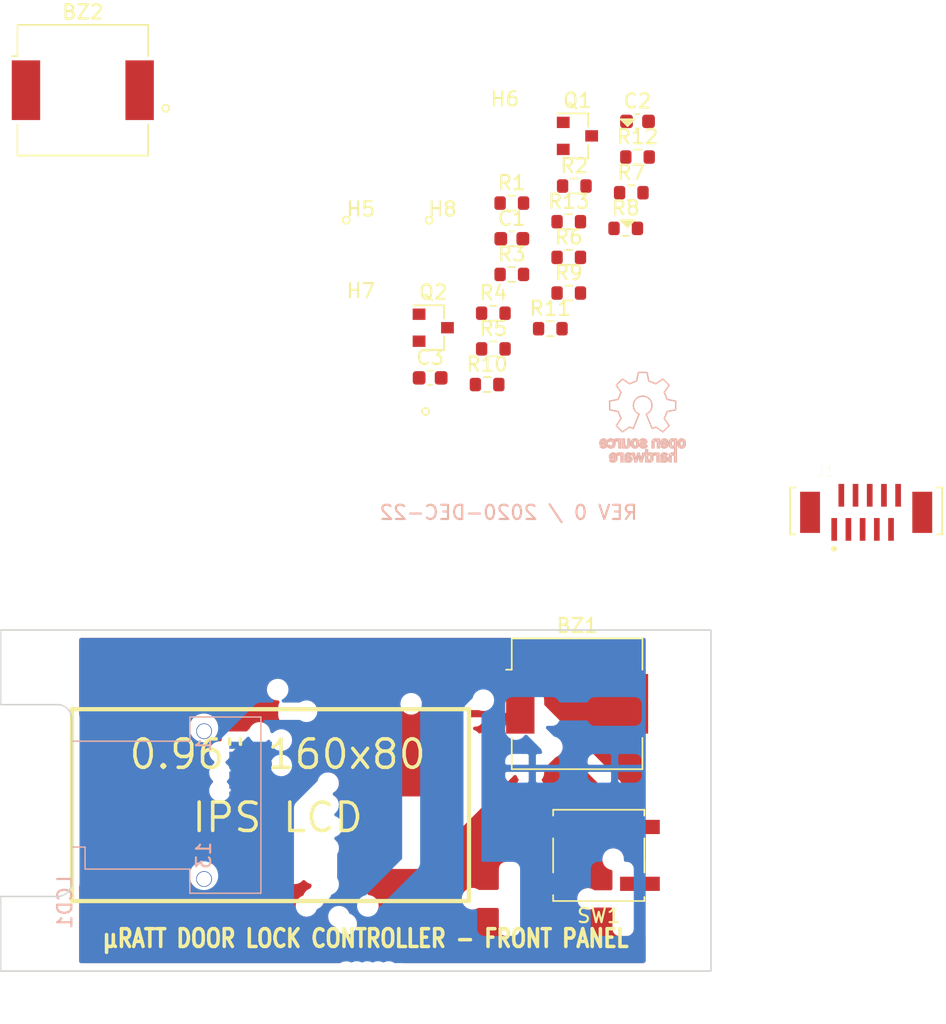
<source format=kicad_pcb>
(kicad_pcb (version 20171130) (host pcbnew "(5.1.8)-1")

  (general
    (thickness 1.6)
    (drawings 710)
    (tracks 0)
    (zones 0)
    (modules 27)
    (nets 26)
  )

  (page A4)
  (layers
    (0 F.Cu signal)
    (31 B.Cu signal)
    (32 B.Adhes user)
    (33 F.Adhes user)
    (34 B.Paste user)
    (35 F.Paste user)
    (36 B.SilkS user)
    (37 F.SilkS user)
    (38 B.Mask user)
    (39 F.Mask user)
    (40 Dwgs.User user)
    (41 Cmts.User user)
    (42 Eco1.User user)
    (43 Eco2.User user)
    (44 Edge.Cuts user)
    (45 Margin user)
    (46 B.CrtYd user)
    (47 F.CrtYd user)
    (48 B.Fab user)
    (49 F.Fab user)
  )

  (setup
    (last_trace_width 0.2)
    (user_trace_width 0.2)
    (user_trace_width 0.25)
    (user_trace_width 0.4)
    (user_trace_width 0.5)
    (trace_clearance 0.18)
    (zone_clearance 0.508)
    (zone_45_only no)
    (trace_min 0.2)
    (via_size 0.5)
    (via_drill 0.35)
    (via_min_size 0.4)
    (via_min_drill 0.3)
    (uvia_size 0.3)
    (uvia_drill 0.1)
    (uvias_allowed no)
    (uvia_min_size 0.2)
    (uvia_min_drill 0.1)
    (edge_width 0.05)
    (segment_width 0.2)
    (pcb_text_width 0.3)
    (pcb_text_size 1.5 1.5)
    (mod_edge_width 0.12)
    (mod_text_size 1 1)
    (mod_text_width 0.15)
    (pad_size 0.3 1.1)
    (pad_drill 0)
    (pad_to_mask_clearance 0)
    (aux_axis_origin 25.146 94)
    (visible_elements 7FFFFFFF)
    (pcbplotparams
      (layerselection 0x010fc_ffffffff)
      (usegerberextensions true)
      (usegerberattributes true)
      (usegerberadvancedattributes true)
      (creategerberjobfile true)
      (excludeedgelayer true)
      (linewidth 0.100000)
      (plotframeref false)
      (viasonmask false)
      (mode 1)
      (useauxorigin false)
      (hpglpennumber 1)
      (hpglpenspeed 20)
      (hpglpendiameter 15.000000)
      (psnegative false)
      (psa4output false)
      (plotreference true)
      (plotvalue true)
      (plotinvisibletext false)
      (padsonsilk false)
      (subtractmaskfromsilk false)
      (outputformat 1)
      (mirror false)
      (drillshape 0)
      (scaleselection 1)
      (outputdirectory "../fabrication/"))
  )

  (net 0 "")
  (net 1 GND1)
  (net 2 "Net-(Q1-Pad1)")
  (net 3 "Net-(Q2-Pad1)")
  (net 4 "Net-(BZ1-Pad2)")
  (net 5 "Net-(BZ1-Pad1)")
  (net 6 "Net-(LCD1-Pad12)")
  (net 7 "Net-(LCD1-Pad7)")
  (net 8 "Net-(LCD1-Pad6)")
  (net 9 "Net-(LCD1-Pad5)")
  (net 10 "Net-(LCD1-Pad4)")
  (net 11 "Net-(LCD1-Pad3)")
  (net 12 "Net-(C1-Pad1)")
  (net 13 /R_LCD_3.3V)
  (net 14 "Net-(Q1-Pad2)")
  (net 15 /R_BTN)
  (net 16 /R_LCD_BL)
  (net 17 /R_LCD_RESET)
  (net 18 /R_LCD_CLK)
  (net 19 /R_LCD_CS)
  (net 20 /R_LCD_DC)
  (net 21 /R_LCD_MOSI)
  (net 22 /R_BEEPER)
  (net 23 "Net-(LCD1-Pad9)")
  (net 24 "Net-(LCD1-Pad2)")
  (net 25 "Net-(LCD1-Pad1)")

  (net_class Default "This is the default net class."
    (clearance 0.18)
    (trace_width 0.2)
    (via_dia 0.5)
    (via_drill 0.35)
    (uvia_dia 0.3)
    (uvia_drill 0.1)
    (add_net /R_BEEPER)
    (add_net /R_BTN)
    (add_net /R_LCD_3.3V)
    (add_net /R_LCD_BL)
    (add_net /R_LCD_CLK)
    (add_net /R_LCD_CS)
    (add_net /R_LCD_DC)
    (add_net /R_LCD_MOSI)
    (add_net /R_LCD_RESET)
    (add_net "Net-(BZ1-Pad1)")
    (add_net "Net-(BZ1-Pad2)")
    (add_net "Net-(C1-Pad1)")
    (add_net "Net-(LCD1-Pad1)")
    (add_net "Net-(LCD1-Pad12)")
    (add_net "Net-(LCD1-Pad2)")
    (add_net "Net-(LCD1-Pad3)")
    (add_net "Net-(LCD1-Pad4)")
    (add_net "Net-(LCD1-Pad5)")
    (add_net "Net-(LCD1-Pad6)")
    (add_net "Net-(LCD1-Pad7)")
    (add_net "Net-(LCD1-Pad9)")
    (add_net "Net-(Q1-Pad1)")
    (add_net "Net-(Q1-Pad2)")
    (add_net "Net-(Q2-Pad1)")
  )

  (net_class Power ""
    (clearance 0.2)
    (trace_width 0.4)
    (via_dia 0.5)
    (via_drill 0.35)
    (uvia_dia 0.3)
    (uvia_drill 0.1)
    (add_net GND1)
  )

  (module uratt_fp:ER-TFT0.96-1 (layer B.Cu) (tedit 5FFB4974) (tstamp 5FFD6128)
    (at 42.164 145.542 90)
    (path /62F12C4B)
    (fp_text reference LCD1 (at 0 -0.5 90) (layer B.SilkS)
      (effects (font (size 1 1) (thickness 0.15)) (justify mirror))
    )
    (fp_text value ER-TFT0.96-1 (at -2.921 -1.905 90) (layer B.Fab)
      (effects (font (size 1 1) (thickness 0.15)) (justify mirror))
    )
    (fp_text user 1 (at 11.049 9.271 90) (layer B.SilkS)
      (effects (font (size 1 1) (thickness 0.15)) (justify mirror))
    )
    (fp_text user 13 (at 3.302 9.271 90) (layer B.SilkS)
      (effects (font (size 1 1) (thickness 0.15)) (justify mirror))
    )
    (fp_text user "0.96\" 160x80" (at 10.414 14.478) (layer F.SilkS)
      (effects (font (size 2 2) (thickness 0.25)))
    )
    (fp_text user "IPS LCD" (at 5.969 14.478) (layer F.SilkS)
      (effects (font (size 2 2) (thickness 0.25)))
    )
    (fp_line (start 9.139 13.3) (end 9.139 11.299999) (layer Dwgs.User) (width 0.1))
    (fp_line (start 0.639 13.3) (end 13.039 13.3) (layer B.SilkS) (width 0.1))
    (fp_line (start 10.839 11.299999) (end 10.839 13.3) (layer Dwgs.User) (width 0.1))
    (fp_line (start 11.239 11.299999) (end 10.839 11.299999) (layer Dwgs.User) (width 0.1))
    (fp_line (start 5.239 11.299999) (end 5.239 13.3) (layer Dwgs.User) (width 0.1))
    (fp_line (start 9.139 11.299999) (end 8.739 11.299999) (layer Dwgs.User) (width 0.1))
    (fp_line (start 4.538999 11.299999) (end 4.538999 13.3) (layer Dwgs.User) (width 0.1))
    (fp_line (start 10.139 13.3) (end 10.539 13.3) (layer Dwgs.User) (width 0.1))
    (fp_line (start 2.438999 11.299999) (end 2.438999 13.3) (layer Dwgs.User) (width 0.1))
    (fp_line (start 5.639 11.299999) (end 5.239 11.299999) (layer Dwgs.User) (width 0.1))
    (fp_line (start 4.939 13.3) (end 4.939 11.299999) (layer Dwgs.User) (width 0.1))
    (fp_line (start 4.238999 11.299999) (end 3.838999 11.299999) (layer Dwgs.User) (width 0.1))
    (fp_line (start 8.039 11.299999) (end 8.039 13.3) (layer Dwgs.User) (width 0.1))
    (fp_line (start 6.339 11.299999) (end 5.939 11.299999) (layer Dwgs.User) (width 0.1))
    (fp_line (start 2.838999 11.299999) (end 2.438999 11.299999) (layer Dwgs.User) (width 0.1))
    (fp_line (start 3.538999 11.299999) (end 3.138999 11.299999) (layer Dwgs.User) (width 0.1))
    (fp_line (start 7.739 13.3) (end 7.739 11.299999) (layer Dwgs.User) (width 0.1))
    (fp_line (start 8.039 13.3) (end 8.439 13.3) (layer Dwgs.User) (width 0.1))
    (fp_line (start 8.439 11.299999) (end 8.039 11.299999) (layer Dwgs.User) (width 0.1))
    (fp_line (start 3.838999 11.299999) (end 3.838999 13.3) (layer Dwgs.User) (width 0.1))
    (fp_line (start 2.838999 13.3) (end 2.838999 11.299999) (layer Dwgs.User) (width 0.1))
    (fp_line (start 5.939 11.299999) (end 5.939 13.3) (layer Dwgs.User) (width 0.1))
    (fp_line (start 11.339 0.92) (end 11.339 0) (layer B.SilkS) (width 0.1))
    (fp_line (start 7.739 11.299999) (end 7.339 11.299999) (layer Dwgs.User) (width 0.1))
    (fp_line (start 8.439 13.3) (end 8.439 11.299999) (layer Dwgs.User) (width 0.1))
    (fp_line (start 6.639 11.299999) (end 7.039 11.299999) (layer Dwgs.User) (width 0.1))
    (fp_line (start 11.339 -0.8) (end 11.339 0) (layer Dwgs.User) (width 0.1))
    (fp_line (start 2.339 0.92) (end 3.889 0.92) (layer B.SilkS) (width 0.1))
    (fp_line (start 3.889 -0.8) (end 11.339 -0.8) (layer Dwgs.User) (width 0.1))
    (fp_line (start 8.739 11.299999) (end 8.739 13.3) (layer Dwgs.User) (width 0.1))
    (fp_line (start 9.439 11.299999) (end 9.439 13.3) (layer Dwgs.User) (width 0.1))
    (fp_line (start 4.238999 13.3) (end 4.238999 11.299999) (layer Dwgs.User) (width 0.1))
    (fp_line (start 3.889 0) (end 3.889 -0.8) (layer Dwgs.User) (width 0.1))
    (fp_line (start 4.538999 13.3) (end 4.939 13.3) (layer Dwgs.User) (width 0.1))
    (fp_line (start 7.039 11.299999) (end 7.039 13.3) (layer Dwgs.User) (width 0.1))
    (fp_line (start 8.739 13.3) (end 9.139 13.3) (layer Dwgs.User) (width 0.1))
    (fp_line (start 3.889 0.92) (end 3.889 0) (layer B.SilkS) (width 0.1))
    (fp_line (start 2.339 8.3) (end 2.339 0.92) (layer B.SilkS) (width 0.1))
    (fp_line (start 9.839 11.299999) (end 9.439 11.299999) (layer Dwgs.User) (width 0.1))
    (fp_line (start 9.439 13.3) (end 9.839 13.3) (layer Dwgs.User) (width 0.1))
    (fp_line (start 11.239 13.3) (end 11.239 11.299999) (layer Dwgs.User) (width 0.1))
    (fp_line (start 10.839 13.3) (end 11.239 13.3) (layer Dwgs.User) (width 0.1))
    (fp_line (start 5.239 13.3) (end 5.639 13.3) (layer Dwgs.User) (width 0.1))
    (fp_line (start 3.838999 13.3) (end 4.238999 13.3) (layer Dwgs.User) (width 0.1))
    (fp_line (start 3.538999 13.3) (end 3.538999 11.299999) (layer Dwgs.User) (width 0.1))
    (fp_line (start 10.139 11.299999) (end 10.139 13.3) (layer Dwgs.User) (width 0.1))
    (fp_line (start 10.539 11.299999) (end 10.139 11.299999) (layer Dwgs.User) (width 0.1))
    (fp_line (start 5.939 13.3) (end 6.339 13.3) (layer Dwgs.User) (width 0.1))
    (fp_line (start 6.339 13.3) (end 6.339 11.299999) (layer Dwgs.User) (width 0.1))
    (fp_line (start 4.939 11.299999) (end 4.538999 11.299999) (layer Dwgs.User) (width 0.1))
    (fp_line (start 7.339 13.3) (end 7.739 13.3) (layer Dwgs.User) (width 0.1))
    (fp_line (start 5.639 13.3) (end 5.639 11.299999) (layer Dwgs.User) (width 0.1))
    (fp_line (start 10.539 13.3) (end 10.539 11.299999) (layer Dwgs.User) (width 0.1))
    (fp_line (start 3.138999 13.3) (end 3.538999 13.3) (layer Dwgs.User) (width 0.1))
    (fp_line (start 9.839 13.3) (end 9.839 11.299999) (layer Dwgs.User) (width 0.1))
    (fp_line (start 2.438999 13.3) (end 2.838999 13.3) (layer Dwgs.User) (width 0.1))
    (fp_line (start 3.138999 11.299999) (end 3.138999 13.3) (layer Dwgs.User) (width 0.1))
    (fp_line (start 11.339 8.3) (end 11.339 0.92) (layer B.SilkS) (width 0.1))
    (fp_line (start 7.339 11.299999) (end 7.339 13.3) (layer Dwgs.User) (width 0.1))
    (fp_line (start 0.089 27.95) (end 13.589 27.95) (layer F.SilkS) (width 0.3))
    (fp_line (start 6.639 13.3) (end 6.639 11.299999) (layer Dwgs.User) (width 0.1))
    (fp_line (start 7.039 13.3) (end 6.639 13.3) (layer Dwgs.User) (width 0.1))
    (fp_circle (center 12.039 9.3) (end 12.289 9.3) (layer Dwgs.User) (width 0.1))
    (fp_circle (center 1.639 9.3) (end 1.889 9.3) (layer Dwgs.User) (width 0.1))
    (fp_line (start 13.039 13.3) (end 13.039 8.3) (layer B.SilkS) (width 0.1))
    (fp_line (start 13.039 8.3) (end 11.339 8.3) (layer B.SilkS) (width 0.1))
    (fp_line (start 0.639 8.3) (end 2.339 8.3) (layer B.SilkS) (width 0.1))
    (fp_line (start 0.639 13.3) (end 0.639 8.3) (layer B.SilkS) (width 0.1))
    (fp_line (start 13.589 27.95) (end 13.589 0) (layer F.SilkS) (width 0.3))
    (fp_line (start 0.089 0) (end 0.089 27.95) (layer F.SilkS) (width 0.3))
    (fp_line (start 13.589 0) (end 0.089 0) (layer F.SilkS) (width 0.3))
    (pad 13 smd rect (at 11.05 12.573 90) (size 0.5 3) (layers B.Cu B.Paste B.Mask)
      (net 1 GND1))
    (pad 12 smd rect (at 10.35 12.573 90) (size 0.5 3) (layers B.Cu B.Paste B.Mask)
      (net 6 "Net-(LCD1-Pad12)"))
    (pad 11 smd rect (at 9.65 12.573 90) (size 0.5 3) (layers B.Cu B.Paste B.Mask)
      (net 1 GND1))
    (pad 10 smd rect (at 8.95 12.573 90) (size 0.5 3) (layers B.Cu B.Paste B.Mask)
      (net 13 /R_LCD_3.3V))
    (pad 9 smd rect (at 8.25 12.573 90) (size 0.5 3) (layers B.Cu B.Paste B.Mask)
      (net 23 "Net-(LCD1-Pad9)"))
    (pad 8 smd rect (at 7.55 12.573 90) (size 0.5 3) (layers B.Cu B.Paste B.Mask)
      (net 1 GND1))
    (pad 7 smd rect (at 6.85 12.573 90) (size 0.5 3) (layers B.Cu B.Paste B.Mask)
      (net 7 "Net-(LCD1-Pad7)"))
    (pad 6 smd rect (at 6.15 12.573 90) (size 0.5 3) (layers B.Cu B.Paste B.Mask)
      (net 8 "Net-(LCD1-Pad6)"))
    (pad 5 smd rect (at 5.45 12.573 90) (size 0.5 3) (layers B.Cu B.Paste B.Mask)
      (net 9 "Net-(LCD1-Pad5)"))
    (pad 4 smd rect (at 4.75 12.573 90) (size 0.5 3) (layers B.Cu B.Paste B.Mask)
      (net 10 "Net-(LCD1-Pad4)"))
    (pad 3 smd rect (at 4.05 12.573 90) (size 0.5 3) (layers B.Cu B.Paste B.Mask)
      (net 11 "Net-(LCD1-Pad3)"))
    (pad 2 smd rect (at 3.35 12.573 90) (size 0.5 3) (layers B.Cu B.Paste B.Mask)
      (net 24 "Net-(LCD1-Pad2)"))
    (pad 1 smd rect (at 2.65 12.573 90) (size 0.5 3) (layers B.Cu B.Paste B.Mask)
      (net 25 "Net-(LCD1-Pad1)"))
    (pad "" thru_hole circle (at 1.639 9.3 90) (size 1.1 1.1) (drill 1) (layers B.Cu))
    (pad "" thru_hole circle (at 12.039 9.3 90) (size 1.1 1.1) (drill 1) (layers B.Cu))
  )

  (module uratt_fp:TE_1-1734742-0 (layer F.Cu) (tedit 5FFC80C1) (tstamp 5FFD60CA)
    (at 98.075001 118.099001)
    (path /62F12CC7)
    (fp_text reference J1 (at -2.86 -2.908) (layer F.SilkS)
      (effects (font (size 0.8 0.8) (thickness 0.015)))
    )
    (fp_text value Conn_01x10 (at 1.712 3.308) (layer F.Fab)
      (effects (font (size 0.8 0.8) (thickness 0.015)))
    )
    (fp_circle (center -2.254 2.565) (end -2.154 2.565) (layer F.Fab) (width 0.2))
    (fp_line (start -2.7 2.25) (end -2.7 1.8) (layer F.CrtYd) (width 0.05))
    (fp_line (start 2.2 2.25) (end -2.7 2.25) (layer F.CrtYd) (width 0.05))
    (fp_line (start 2.2 1.8) (end 2.2 2.25) (layer F.CrtYd) (width 0.05))
    (fp_line (start 5.6 1.8) (end 2.2 1.8) (layer F.CrtYd) (width 0.05))
    (fp_line (start 5.6 -2) (end 5.6 1.8) (layer F.CrtYd) (width 0.05))
    (fp_line (start 2.7 -2) (end 5.6 -2) (layer F.CrtYd) (width 0.05))
    (fp_line (start 2.7 -2.25) (end 2.7 -2) (layer F.CrtYd) (width 0.05))
    (fp_line (start -2.2 -2.25) (end 2.7 -2.25) (layer F.CrtYd) (width 0.05))
    (fp_line (start -2.2 -2) (end -2.2 -2.25) (layer F.CrtYd) (width 0.05))
    (fp_line (start -5.6 -2) (end -2.2 -2) (layer F.CrtYd) (width 0.05))
    (fp_line (start -5.6 1.8) (end -5.6 -2) (layer F.CrtYd) (width 0.05))
    (fp_line (start -2.7 1.8) (end -5.6 1.8) (layer F.CrtYd) (width 0.05))
    (fp_line (start 5.35 1.55) (end 5 1.55) (layer F.SilkS) (width 0.127))
    (fp_line (start 5.35 -1.75) (end 5.35 1.55) (layer F.SilkS) (width 0.127))
    (fp_line (start 5 -1.75) (end 5.35 -1.75) (layer F.SilkS) (width 0.127))
    (fp_line (start -5.35 1.55) (end -5 1.55) (layer F.SilkS) (width 0.127))
    (fp_line (start -5.35 -1.75) (end -5.35 1.55) (layer F.SilkS) (width 0.127))
    (fp_line (start -5 -1.75) (end -5.35 -1.75) (layer F.SilkS) (width 0.127))
    (fp_circle (center -2.254 2.565) (end -2.154 2.565) (layer F.SilkS) (width 0.2))
    (fp_line (start 5.35 1.55) (end -5.35 1.55) (layer F.Fab) (width 0.127))
    (fp_line (start 5.35 -1.75) (end 5.35 1.55) (layer F.Fab) (width 0.127))
    (fp_line (start -5.35 -1.75) (end 5.35 -1.75) (layer F.Fab) (width 0.127))
    (fp_line (start -5.35 1.55) (end -5.35 -1.75) (layer F.Fab) (width 0.127))
    (pad 10 smd rect (at 2.25 -1.2) (size 0.4 1.6) (layers F.Cu F.Paste F.Mask)
      (net 1 GND1))
    (pad 9 smd rect (at 1.75 1.2) (size 0.4 1.6) (layers F.Cu F.Paste F.Mask)
      (net 15 /R_BTN))
    (pad 8 smd rect (at 1.25 -1.2) (size 0.4 1.6) (layers F.Cu F.Paste F.Mask)
      (net 22 /R_BEEPER))
    (pad 7 smd rect (at 0.75 1.2) (size 0.4 1.6) (layers F.Cu F.Paste F.Mask)
      (net 21 /R_LCD_MOSI))
    (pad 6 smd rect (at 0.25 -1.2) (size 0.4 1.6) (layers F.Cu F.Paste F.Mask)
      (net 18 /R_LCD_CLK))
    (pad 5 smd rect (at -0.25 1.2) (size 0.4 1.6) (layers F.Cu F.Paste F.Mask)
      (net 20 /R_LCD_DC))
    (pad 4 smd rect (at -0.75 -1.2) (size 0.4 1.6) (layers F.Cu F.Paste F.Mask)
      (net 17 /R_LCD_RESET))
    (pad 3 smd rect (at -1.25 1.2) (size 0.4 1.6) (layers F.Cu F.Paste F.Mask)
      (net 19 /R_LCD_CS))
    (pad 2 smd rect (at -1.75 -1.2) (size 0.4 1.6) (layers F.Cu F.Paste F.Mask)
      (net 16 /R_LCD_BL))
    (pad 1 smd rect (at -2.25 1.2) (size 0.4 1.6) (layers F.Cu F.Paste F.Mask)
      (net 13 /R_LCD_3.3V))
    (pad S2 smd rect (at 3.95 0) (size 1.4 2.9) (layers F.Cu F.Paste F.Mask))
    (pad S1 smd rect (at -3.95 0) (size 1.4 2.9) (layers F.Cu F.Paste F.Mask))
  )

  (module Button_Switch_SMD:SW_Push_1P1T_NO_CK_KSC6xxJ (layer F.Cu) (tedit 5C63FDBF) (tstamp 5FFCEAD2)
    (at 79.248 142.24)
    (descr "CK components KSC6 tactile switch https://www.ckswitches.com/media/1972/ksc6.pdf")
    (tags "tactile switch ksc6")
    (path /6319A3C4)
    (attr smd)
    (fp_text reference SW1 (at 0 4.24) (layer F.SilkS)
      (effects (font (size 1 1) (thickness 0.15)))
    )
    (fp_text value SW_Push (at 0 -4.23) (layer F.Fab)
      (effects (font (size 1 1) (thickness 0.15)))
    )
    (fp_line (start -3.21 -1.2) (end -3.21 1.2) (layer F.SilkS) (width 0.12))
    (fp_line (start -3.21 -3.21) (end -3.21 -2.8) (layer F.SilkS) (width 0.12))
    (fp_line (start 3.21 -3.21) (end -3.21 -3.21) (layer F.SilkS) (width 0.12))
    (fp_line (start 3.21 -2.8) (end 3.21 -3.21) (layer F.SilkS) (width 0.12))
    (fp_line (start 3.21 1.2) (end 3.21 -1.2) (layer F.SilkS) (width 0.12))
    (fp_line (start 3.21 3.21) (end 3.21 2.93) (layer F.SilkS) (width 0.12))
    (fp_line (start -3.21 3.21) (end 3.21 3.21) (layer F.SilkS) (width 0.12))
    (fp_line (start -3.21 2.8) (end -3.21 3.21) (layer F.SilkS) (width 0.12))
    (fp_circle (center 0 0) (end 1.45 0) (layer F.Fab) (width 0.1))
    (fp_line (start -4.55 3.35) (end -4.55 -3.35) (layer F.CrtYd) (width 0.05))
    (fp_line (start 4.55 3.35) (end -4.55 3.35) (layer F.CrtYd) (width 0.05))
    (fp_line (start 4.55 -3.35) (end 4.55 3.35) (layer F.CrtYd) (width 0.05))
    (fp_line (start -4.55 -3.35) (end 4.55 -3.35) (layer F.CrtYd) (width 0.05))
    (fp_line (start -3.1 3.1) (end -3.1 -3.1) (layer F.Fab) (width 0.1))
    (fp_line (start 3.1 3.1) (end -3.1 3.1) (layer F.Fab) (width 0.1))
    (fp_line (start 3.1 -3.1) (end 3.1 3.1) (layer F.Fab) (width 0.1))
    (fp_line (start -3.1 -3.1) (end 3.1 -3.1) (layer F.Fab) (width 0.1))
    (fp_text user %R (at 0 0) (layer F.Fab)
      (effects (font (size 1 1) (thickness 0.15)))
    )
    (pad 2 smd rect (at 2.9 2) (size 2.8 1) (layers F.Cu F.Paste F.Mask)
      (net 12 "Net-(C1-Pad1)"))
    (pad 2 smd rect (at -2.9 2) (size 2.8 1) (layers F.Cu F.Paste F.Mask)
      (net 12 "Net-(C1-Pad1)"))
    (pad 1 smd rect (at 2.9 -2) (size 2.8 1) (layers F.Cu F.Paste F.Mask)
      (net 1 GND1))
    (pad 1 smd rect (at -2.9 -2) (size 2.8 1) (layers F.Cu F.Paste F.Mask)
      (net 1 GND1))
    (model ${KISYS3DMOD}/Button_Switch_SMD.3dshapes/SW_push_1P1T_NO_CK_KSC6xxJxxx.wrl
      (at (xyz 0 0 0))
      (scale (xyz 1 1 1))
      (rotate (xyz 0 0 0))
    )
  )

  (module Resistor_SMD:R_0603_1608Metric (layer F.Cu) (tedit 5F68FEEE) (tstamp 5FFCEAB8)
    (at 77.138 97.646)
    (descr "Resistor SMD 0603 (1608 Metric), square (rectangular) end terminal, IPC_7351 nominal, (Body size source: IPC-SM-782 page 72, https://www.pcb-3d.com/wordpress/wp-content/uploads/ipc-sm-782a_amendment_1_and_2.pdf), generated with kicad-footprint-generator")
    (tags resistor)
    (path /60451D80)
    (attr smd)
    (fp_text reference R13 (at 0 -1.43) (layer F.SilkS)
      (effects (font (size 1 1) (thickness 0.15)))
    )
    (fp_text value 10 (at 0 1.43) (layer F.Fab)
      (effects (font (size 1 1) (thickness 0.15)))
    )
    (fp_line (start 1.48 0.73) (end -1.48 0.73) (layer F.CrtYd) (width 0.05))
    (fp_line (start 1.48 -0.73) (end 1.48 0.73) (layer F.CrtYd) (width 0.05))
    (fp_line (start -1.48 -0.73) (end 1.48 -0.73) (layer F.CrtYd) (width 0.05))
    (fp_line (start -1.48 0.73) (end -1.48 -0.73) (layer F.CrtYd) (width 0.05))
    (fp_line (start -0.237258 0.5225) (end 0.237258 0.5225) (layer F.SilkS) (width 0.12))
    (fp_line (start -0.237258 -0.5225) (end 0.237258 -0.5225) (layer F.SilkS) (width 0.12))
    (fp_line (start 0.8 0.4125) (end -0.8 0.4125) (layer F.Fab) (width 0.1))
    (fp_line (start 0.8 -0.4125) (end 0.8 0.4125) (layer F.Fab) (width 0.1))
    (fp_line (start -0.8 -0.4125) (end 0.8 -0.4125) (layer F.Fab) (width 0.1))
    (fp_line (start -0.8 0.4125) (end -0.8 -0.4125) (layer F.Fab) (width 0.1))
    (fp_text user %R (at 0 0) (layer F.Fab)
      (effects (font (size 0.4 0.4) (thickness 0.06)))
    )
    (pad 2 smd roundrect (at 0.825 0) (size 0.8 0.95) (layers F.Cu F.Paste F.Mask) (roundrect_rratio 0.25)
      (net 5 "Net-(BZ1-Pad1)"))
    (pad 1 smd roundrect (at -0.825 0) (size 0.8 0.95) (layers F.Cu F.Paste F.Mask) (roundrect_rratio 0.25)
      (net 13 /R_LCD_3.3V))
    (model ${KISYS3DMOD}/Resistor_SMD.3dshapes/R_0603_1608Metric.wrl
      (at (xyz 0 0 0))
      (scale (xyz 1 1 1))
      (rotate (xyz 0 0 0))
    )
  )

  (module Resistor_SMD:R_0603_1608Metric (layer F.Cu) (tedit 5F68FEEE) (tstamp 5FFCEAA7)
    (at 81.978 93.096)
    (descr "Resistor SMD 0603 (1608 Metric), square (rectangular) end terminal, IPC_7351 nominal, (Body size source: IPC-SM-782 page 72, https://www.pcb-3d.com/wordpress/wp-content/uploads/ipc-sm-782a_amendment_1_and_2.pdf), generated with kicad-footprint-generator")
    (tags resistor)
    (path /60451D8E)
    (attr smd)
    (fp_text reference R12 (at 0 -1.43) (layer F.SilkS)
      (effects (font (size 1 1) (thickness 0.15)))
    )
    (fp_text value 1K (at 0 1.43) (layer F.Fab)
      (effects (font (size 1 1) (thickness 0.15)))
    )
    (fp_line (start 1.48 0.73) (end -1.48 0.73) (layer F.CrtYd) (width 0.05))
    (fp_line (start 1.48 -0.73) (end 1.48 0.73) (layer F.CrtYd) (width 0.05))
    (fp_line (start -1.48 -0.73) (end 1.48 -0.73) (layer F.CrtYd) (width 0.05))
    (fp_line (start -1.48 0.73) (end -1.48 -0.73) (layer F.CrtYd) (width 0.05))
    (fp_line (start -0.237258 0.5225) (end 0.237258 0.5225) (layer F.SilkS) (width 0.12))
    (fp_line (start -0.237258 -0.5225) (end 0.237258 -0.5225) (layer F.SilkS) (width 0.12))
    (fp_line (start 0.8 0.4125) (end -0.8 0.4125) (layer F.Fab) (width 0.1))
    (fp_line (start 0.8 -0.4125) (end 0.8 0.4125) (layer F.Fab) (width 0.1))
    (fp_line (start -0.8 -0.4125) (end 0.8 -0.4125) (layer F.Fab) (width 0.1))
    (fp_line (start -0.8 0.4125) (end -0.8 -0.4125) (layer F.Fab) (width 0.1))
    (fp_text user %R (at 0 0) (layer F.Fab)
      (effects (font (size 0.4 0.4) (thickness 0.06)))
    )
    (pad 2 smd roundrect (at 0.825 0) (size 0.8 0.95) (layers F.Cu F.Paste F.Mask) (roundrect_rratio 0.25)
      (net 22 /R_BEEPER))
    (pad 1 smd roundrect (at -0.825 0) (size 0.8 0.95) (layers F.Cu F.Paste F.Mask) (roundrect_rratio 0.25)
      (net 3 "Net-(Q2-Pad1)"))
    (model ${KISYS3DMOD}/Resistor_SMD.3dshapes/R_0603_1608Metric.wrl
      (at (xyz 0 0 0))
      (scale (xyz 1 1 1))
      (rotate (xyz 0 0 0))
    )
  )

  (module Resistor_SMD:R_0603_1608Metric (layer F.Cu) (tedit 5F68FEEE) (tstamp 5FFCEA96)
    (at 75.838 105.176)
    (descr "Resistor SMD 0603 (1608 Metric), square (rectangular) end terminal, IPC_7351 nominal, (Body size source: IPC-SM-782 page 72, https://www.pcb-3d.com/wordpress/wp-content/uploads/ipc-sm-782a_amendment_1_and_2.pdf), generated with kicad-footprint-generator")
    (tags resistor)
    (path /60267C9A)
    (attr smd)
    (fp_text reference R11 (at 0 -1.43) (layer F.SilkS)
      (effects (font (size 1 1) (thickness 0.15)))
    )
    (fp_text value 470 (at 0 1.43) (layer F.Fab)
      (effects (font (size 1 1) (thickness 0.15)))
    )
    (fp_line (start 1.48 0.73) (end -1.48 0.73) (layer F.CrtYd) (width 0.05))
    (fp_line (start 1.48 -0.73) (end 1.48 0.73) (layer F.CrtYd) (width 0.05))
    (fp_line (start -1.48 -0.73) (end 1.48 -0.73) (layer F.CrtYd) (width 0.05))
    (fp_line (start -1.48 0.73) (end -1.48 -0.73) (layer F.CrtYd) (width 0.05))
    (fp_line (start -0.237258 0.5225) (end 0.237258 0.5225) (layer F.SilkS) (width 0.12))
    (fp_line (start -0.237258 -0.5225) (end 0.237258 -0.5225) (layer F.SilkS) (width 0.12))
    (fp_line (start 0.8 0.4125) (end -0.8 0.4125) (layer F.Fab) (width 0.1))
    (fp_line (start 0.8 -0.4125) (end 0.8 0.4125) (layer F.Fab) (width 0.1))
    (fp_line (start -0.8 -0.4125) (end 0.8 -0.4125) (layer F.Fab) (width 0.1))
    (fp_line (start -0.8 0.4125) (end -0.8 -0.4125) (layer F.Fab) (width 0.1))
    (fp_text user %R (at 0 0) (layer F.Fab)
      (effects (font (size 0.4 0.4) (thickness 0.06)))
    )
    (pad 2 smd roundrect (at 0.825 0) (size 0.8 0.95) (layers F.Cu F.Paste F.Mask) (roundrect_rratio 0.25)
      (net 4 "Net-(BZ1-Pad2)"))
    (pad 1 smd roundrect (at -0.825 0) (size 0.8 0.95) (layers F.Cu F.Paste F.Mask) (roundrect_rratio 0.25)
      (net 5 "Net-(BZ1-Pad1)"))
    (model ${KISYS3DMOD}/Resistor_SMD.3dshapes/R_0603_1608Metric.wrl
      (at (xyz 0 0 0))
      (scale (xyz 1 1 1))
      (rotate (xyz 0 0 0))
    )
  )

  (module Resistor_SMD:R_0603_1608Metric (layer F.Cu) (tedit 5F68FEEE) (tstamp 5FFCEA85)
    (at 71.388 109.106)
    (descr "Resistor SMD 0603 (1608 Metric), square (rectangular) end terminal, IPC_7351 nominal, (Body size source: IPC-SM-782 page 72, https://www.pcb-3d.com/wordpress/wp-content/uploads/ipc-sm-782a_amendment_1_and_2.pdf), generated with kicad-footprint-generator")
    (tags resistor)
    (path /62F12C6E)
    (attr smd)
    (fp_text reference R10 (at 0 -1.43) (layer F.SilkS)
      (effects (font (size 1 1) (thickness 0.15)))
    )
    (fp_text value 20 (at 0 1.43) (layer F.Fab)
      (effects (font (size 1 1) (thickness 0.15)))
    )
    (fp_line (start 1.48 0.73) (end -1.48 0.73) (layer F.CrtYd) (width 0.05))
    (fp_line (start 1.48 -0.73) (end 1.48 0.73) (layer F.CrtYd) (width 0.05))
    (fp_line (start -1.48 -0.73) (end 1.48 -0.73) (layer F.CrtYd) (width 0.05))
    (fp_line (start -1.48 0.73) (end -1.48 -0.73) (layer F.CrtYd) (width 0.05))
    (fp_line (start -0.237258 0.5225) (end 0.237258 0.5225) (layer F.SilkS) (width 0.12))
    (fp_line (start -0.237258 -0.5225) (end 0.237258 -0.5225) (layer F.SilkS) (width 0.12))
    (fp_line (start 0.8 0.4125) (end -0.8 0.4125) (layer F.Fab) (width 0.1))
    (fp_line (start 0.8 -0.4125) (end 0.8 0.4125) (layer F.Fab) (width 0.1))
    (fp_line (start -0.8 -0.4125) (end 0.8 -0.4125) (layer F.Fab) (width 0.1))
    (fp_line (start -0.8 0.4125) (end -0.8 -0.4125) (layer F.Fab) (width 0.1))
    (fp_text user %R (at 0 0) (layer F.Fab)
      (effects (font (size 0.4 0.4) (thickness 0.06)))
    )
    (pad 2 smd roundrect (at 0.825 0) (size 0.8 0.95) (layers F.Cu F.Paste F.Mask) (roundrect_rratio 0.25)
      (net 6 "Net-(LCD1-Pad12)"))
    (pad 1 smd roundrect (at -0.825 0) (size 0.8 0.95) (layers F.Cu F.Paste F.Mask) (roundrect_rratio 0.25)
      (net 14 "Net-(Q1-Pad2)"))
    (model ${KISYS3DMOD}/Resistor_SMD.3dshapes/R_0603_1608Metric.wrl
      (at (xyz 0 0 0))
      (scale (xyz 1 1 1))
      (rotate (xyz 0 0 0))
    )
  )

  (module Resistor_SMD:R_0603_1608Metric (layer F.Cu) (tedit 5F68FEEE) (tstamp 5FFCEA74)
    (at 77.138 102.666)
    (descr "Resistor SMD 0603 (1608 Metric), square (rectangular) end terminal, IPC_7351 nominal, (Body size source: IPC-SM-782 page 72, https://www.pcb-3d.com/wordpress/wp-content/uploads/ipc-sm-782a_amendment_1_and_2.pdf), generated with kicad-footprint-generator")
    (tags resistor)
    (path /62F12CAE)
    (attr smd)
    (fp_text reference R9 (at 0 -1.43) (layer F.SilkS)
      (effects (font (size 1 1) (thickness 0.15)))
    )
    (fp_text value 47 (at 0 1.43) (layer F.Fab)
      (effects (font (size 1 1) (thickness 0.15)))
    )
    (fp_line (start 1.48 0.73) (end -1.48 0.73) (layer F.CrtYd) (width 0.05))
    (fp_line (start 1.48 -0.73) (end 1.48 0.73) (layer F.CrtYd) (width 0.05))
    (fp_line (start -1.48 -0.73) (end 1.48 -0.73) (layer F.CrtYd) (width 0.05))
    (fp_line (start -1.48 0.73) (end -1.48 -0.73) (layer F.CrtYd) (width 0.05))
    (fp_line (start -0.237258 0.5225) (end 0.237258 0.5225) (layer F.SilkS) (width 0.12))
    (fp_line (start -0.237258 -0.5225) (end 0.237258 -0.5225) (layer F.SilkS) (width 0.12))
    (fp_line (start 0.8 0.4125) (end -0.8 0.4125) (layer F.Fab) (width 0.1))
    (fp_line (start 0.8 -0.4125) (end 0.8 0.4125) (layer F.Fab) (width 0.1))
    (fp_line (start -0.8 -0.4125) (end 0.8 -0.4125) (layer F.Fab) (width 0.1))
    (fp_line (start -0.8 0.4125) (end -0.8 -0.4125) (layer F.Fab) (width 0.1))
    (fp_text user %R (at 0 0) (layer F.Fab)
      (effects (font (size 0.4 0.4) (thickness 0.06)))
    )
    (pad 2 smd roundrect (at 0.825 0) (size 0.8 0.95) (layers F.Cu F.Paste F.Mask) (roundrect_rratio 0.25)
      (net 21 /R_LCD_MOSI))
    (pad 1 smd roundrect (at -0.825 0) (size 0.8 0.95) (layers F.Cu F.Paste F.Mask) (roundrect_rratio 0.25)
      (net 11 "Net-(LCD1-Pad3)"))
    (model ${KISYS3DMOD}/Resistor_SMD.3dshapes/R_0603_1608Metric.wrl
      (at (xyz 0 0 0))
      (scale (xyz 1 1 1))
      (rotate (xyz 0 0 0))
    )
  )

  (module Resistor_SMD:R_0603_1608Metric (layer F.Cu) (tedit 5F68FEEE) (tstamp 5FFCEA63)
    (at 81.148 98.116)
    (descr "Resistor SMD 0603 (1608 Metric), square (rectangular) end terminal, IPC_7351 nominal, (Body size source: IPC-SM-782 page 72, https://www.pcb-3d.com/wordpress/wp-content/uploads/ipc-sm-782a_amendment_1_and_2.pdf), generated with kicad-footprint-generator")
    (tags resistor)
    (path /62F12CA2)
    (attr smd)
    (fp_text reference R8 (at 0 -1.43) (layer F.SilkS)
      (effects (font (size 1 1) (thickness 0.15)))
    )
    (fp_text value 47 (at 0 1.43) (layer F.Fab)
      (effects (font (size 1 1) (thickness 0.15)))
    )
    (fp_line (start 1.48 0.73) (end -1.48 0.73) (layer F.CrtYd) (width 0.05))
    (fp_line (start 1.48 -0.73) (end 1.48 0.73) (layer F.CrtYd) (width 0.05))
    (fp_line (start -1.48 -0.73) (end 1.48 -0.73) (layer F.CrtYd) (width 0.05))
    (fp_line (start -1.48 0.73) (end -1.48 -0.73) (layer F.CrtYd) (width 0.05))
    (fp_line (start -0.237258 0.5225) (end 0.237258 0.5225) (layer F.SilkS) (width 0.12))
    (fp_line (start -0.237258 -0.5225) (end 0.237258 -0.5225) (layer F.SilkS) (width 0.12))
    (fp_line (start 0.8 0.4125) (end -0.8 0.4125) (layer F.Fab) (width 0.1))
    (fp_line (start 0.8 -0.4125) (end 0.8 0.4125) (layer F.Fab) (width 0.1))
    (fp_line (start -0.8 -0.4125) (end 0.8 -0.4125) (layer F.Fab) (width 0.1))
    (fp_line (start -0.8 0.4125) (end -0.8 -0.4125) (layer F.Fab) (width 0.1))
    (fp_text user %R (at 0 0) (layer F.Fab)
      (effects (font (size 0.4 0.4) (thickness 0.06)))
    )
    (pad 2 smd roundrect (at 0.825 0) (size 0.8 0.95) (layers F.Cu F.Paste F.Mask) (roundrect_rratio 0.25)
      (net 20 /R_LCD_DC))
    (pad 1 smd roundrect (at -0.825 0) (size 0.8 0.95) (layers F.Cu F.Paste F.Mask) (roundrect_rratio 0.25)
      (net 9 "Net-(LCD1-Pad5)"))
    (model ${KISYS3DMOD}/Resistor_SMD.3dshapes/R_0603_1608Metric.wrl
      (at (xyz 0 0 0))
      (scale (xyz 1 1 1))
      (rotate (xyz 0 0 0))
    )
  )

  (module Resistor_SMD:R_0603_1608Metric (layer F.Cu) (tedit 5F68FEEE) (tstamp 5FFCEA52)
    (at 81.538 95.606)
    (descr "Resistor SMD 0603 (1608 Metric), square (rectangular) end terminal, IPC_7351 nominal, (Body size source: IPC-SM-782 page 72, https://www.pcb-3d.com/wordpress/wp-content/uploads/ipc-sm-782a_amendment_1_and_2.pdf), generated with kicad-footprint-generator")
    (tags resistor)
    (path /62F12C96)
    (attr smd)
    (fp_text reference R7 (at 0 -1.43) (layer F.SilkS)
      (effects (font (size 1 1) (thickness 0.15)))
    )
    (fp_text value 47 (at 0 1.43) (layer F.Fab)
      (effects (font (size 1 1) (thickness 0.15)))
    )
    (fp_line (start 1.48 0.73) (end -1.48 0.73) (layer F.CrtYd) (width 0.05))
    (fp_line (start 1.48 -0.73) (end 1.48 0.73) (layer F.CrtYd) (width 0.05))
    (fp_line (start -1.48 -0.73) (end 1.48 -0.73) (layer F.CrtYd) (width 0.05))
    (fp_line (start -1.48 0.73) (end -1.48 -0.73) (layer F.CrtYd) (width 0.05))
    (fp_line (start -0.237258 0.5225) (end 0.237258 0.5225) (layer F.SilkS) (width 0.12))
    (fp_line (start -0.237258 -0.5225) (end 0.237258 -0.5225) (layer F.SilkS) (width 0.12))
    (fp_line (start 0.8 0.4125) (end -0.8 0.4125) (layer F.Fab) (width 0.1))
    (fp_line (start 0.8 -0.4125) (end 0.8 0.4125) (layer F.Fab) (width 0.1))
    (fp_line (start -0.8 -0.4125) (end 0.8 -0.4125) (layer F.Fab) (width 0.1))
    (fp_line (start -0.8 0.4125) (end -0.8 -0.4125) (layer F.Fab) (width 0.1))
    (fp_text user %R (at 0 0) (layer F.Fab)
      (effects (font (size 0.4 0.4) (thickness 0.06)))
    )
    (pad 2 smd roundrect (at 0.825 0) (size 0.8 0.95) (layers F.Cu F.Paste F.Mask) (roundrect_rratio 0.25)
      (net 19 /R_LCD_CS))
    (pad 1 smd roundrect (at -0.825 0) (size 0.8 0.95) (layers F.Cu F.Paste F.Mask) (roundrect_rratio 0.25)
      (net 7 "Net-(LCD1-Pad7)"))
    (model ${KISYS3DMOD}/Resistor_SMD.3dshapes/R_0603_1608Metric.wrl
      (at (xyz 0 0 0))
      (scale (xyz 1 1 1))
      (rotate (xyz 0 0 0))
    )
  )

  (module Resistor_SMD:R_0603_1608Metric (layer F.Cu) (tedit 5F68FEEE) (tstamp 5FFCEA41)
    (at 77.138 100.156)
    (descr "Resistor SMD 0603 (1608 Metric), square (rectangular) end terminal, IPC_7351 nominal, (Body size source: IPC-SM-782 page 72, https://www.pcb-3d.com/wordpress/wp-content/uploads/ipc-sm-782a_amendment_1_and_2.pdf), generated with kicad-footprint-generator")
    (tags resistor)
    (path /62F12CA8)
    (attr smd)
    (fp_text reference R6 (at 0 -1.43) (layer F.SilkS)
      (effects (font (size 1 1) (thickness 0.15)))
    )
    (fp_text value 47 (at 0 1.43) (layer F.Fab)
      (effects (font (size 1 1) (thickness 0.15)))
    )
    (fp_line (start 1.48 0.73) (end -1.48 0.73) (layer F.CrtYd) (width 0.05))
    (fp_line (start 1.48 -0.73) (end 1.48 0.73) (layer F.CrtYd) (width 0.05))
    (fp_line (start -1.48 -0.73) (end 1.48 -0.73) (layer F.CrtYd) (width 0.05))
    (fp_line (start -1.48 0.73) (end -1.48 -0.73) (layer F.CrtYd) (width 0.05))
    (fp_line (start -0.237258 0.5225) (end 0.237258 0.5225) (layer F.SilkS) (width 0.12))
    (fp_line (start -0.237258 -0.5225) (end 0.237258 -0.5225) (layer F.SilkS) (width 0.12))
    (fp_line (start 0.8 0.4125) (end -0.8 0.4125) (layer F.Fab) (width 0.1))
    (fp_line (start 0.8 -0.4125) (end 0.8 0.4125) (layer F.Fab) (width 0.1))
    (fp_line (start -0.8 -0.4125) (end 0.8 -0.4125) (layer F.Fab) (width 0.1))
    (fp_line (start -0.8 0.4125) (end -0.8 -0.4125) (layer F.Fab) (width 0.1))
    (fp_text user %R (at 0 0) (layer F.Fab)
      (effects (font (size 0.4 0.4) (thickness 0.06)))
    )
    (pad 2 smd roundrect (at 0.825 0) (size 0.8 0.95) (layers F.Cu F.Paste F.Mask) (roundrect_rratio 0.25)
      (net 18 /R_LCD_CLK))
    (pad 1 smd roundrect (at -0.825 0) (size 0.8 0.95) (layers F.Cu F.Paste F.Mask) (roundrect_rratio 0.25)
      (net 10 "Net-(LCD1-Pad4)"))
    (model ${KISYS3DMOD}/Resistor_SMD.3dshapes/R_0603_1608Metric.wrl
      (at (xyz 0 0 0))
      (scale (xyz 1 1 1))
      (rotate (xyz 0 0 0))
    )
  )

  (module Resistor_SMD:R_0603_1608Metric (layer F.Cu) (tedit 5F68FEEE) (tstamp 5FFCEA30)
    (at 71.828 106.596)
    (descr "Resistor SMD 0603 (1608 Metric), square (rectangular) end terminal, IPC_7351 nominal, (Body size source: IPC-SM-782 page 72, https://www.pcb-3d.com/wordpress/wp-content/uploads/ipc-sm-782a_amendment_1_and_2.pdf), generated with kicad-footprint-generator")
    (tags resistor)
    (path /62F12C9C)
    (attr smd)
    (fp_text reference R5 (at 0 -1.43) (layer F.SilkS)
      (effects (font (size 1 1) (thickness 0.15)))
    )
    (fp_text value 47 (at 0 1.43) (layer F.Fab)
      (effects (font (size 1 1) (thickness 0.15)))
    )
    (fp_line (start 1.48 0.73) (end -1.48 0.73) (layer F.CrtYd) (width 0.05))
    (fp_line (start 1.48 -0.73) (end 1.48 0.73) (layer F.CrtYd) (width 0.05))
    (fp_line (start -1.48 -0.73) (end 1.48 -0.73) (layer F.CrtYd) (width 0.05))
    (fp_line (start -1.48 0.73) (end -1.48 -0.73) (layer F.CrtYd) (width 0.05))
    (fp_line (start -0.237258 0.5225) (end 0.237258 0.5225) (layer F.SilkS) (width 0.12))
    (fp_line (start -0.237258 -0.5225) (end 0.237258 -0.5225) (layer F.SilkS) (width 0.12))
    (fp_line (start 0.8 0.4125) (end -0.8 0.4125) (layer F.Fab) (width 0.1))
    (fp_line (start 0.8 -0.4125) (end 0.8 0.4125) (layer F.Fab) (width 0.1))
    (fp_line (start -0.8 -0.4125) (end 0.8 -0.4125) (layer F.Fab) (width 0.1))
    (fp_line (start -0.8 0.4125) (end -0.8 -0.4125) (layer F.Fab) (width 0.1))
    (fp_text user %R (at 0 0) (layer F.Fab)
      (effects (font (size 0.4 0.4) (thickness 0.06)))
    )
    (pad 2 smd roundrect (at 0.825 0) (size 0.8 0.95) (layers F.Cu F.Paste F.Mask) (roundrect_rratio 0.25)
      (net 17 /R_LCD_RESET))
    (pad 1 smd roundrect (at -0.825 0) (size 0.8 0.95) (layers F.Cu F.Paste F.Mask) (roundrect_rratio 0.25)
      (net 8 "Net-(LCD1-Pad6)"))
    (model ${KISYS3DMOD}/Resistor_SMD.3dshapes/R_0603_1608Metric.wrl
      (at (xyz 0 0 0))
      (scale (xyz 1 1 1))
      (rotate (xyz 0 0 0))
    )
  )

  (module Resistor_SMD:R_0603_1608Metric (layer F.Cu) (tedit 5F68FEEE) (tstamp 5FFCEA1F)
    (at 71.828 104.086)
    (descr "Resistor SMD 0603 (1608 Metric), square (rectangular) end terminal, IPC_7351 nominal, (Body size source: IPC-SM-782 page 72, https://www.pcb-3d.com/wordpress/wp-content/uploads/ipc-sm-782a_amendment_1_and_2.pdf), generated with kicad-footprint-generator")
    (tags resistor)
    (path /62F12C84)
    (attr smd)
    (fp_text reference R4 (at 0 -1.43) (layer F.SilkS)
      (effects (font (size 1 1) (thickness 0.15)))
    )
    (fp_text value 10K (at 0 1.43) (layer F.Fab)
      (effects (font (size 1 1) (thickness 0.15)))
    )
    (fp_line (start 1.48 0.73) (end -1.48 0.73) (layer F.CrtYd) (width 0.05))
    (fp_line (start 1.48 -0.73) (end 1.48 0.73) (layer F.CrtYd) (width 0.05))
    (fp_line (start -1.48 -0.73) (end 1.48 -0.73) (layer F.CrtYd) (width 0.05))
    (fp_line (start -1.48 0.73) (end -1.48 -0.73) (layer F.CrtYd) (width 0.05))
    (fp_line (start -0.237258 0.5225) (end 0.237258 0.5225) (layer F.SilkS) (width 0.12))
    (fp_line (start -0.237258 -0.5225) (end 0.237258 -0.5225) (layer F.SilkS) (width 0.12))
    (fp_line (start 0.8 0.4125) (end -0.8 0.4125) (layer F.Fab) (width 0.1))
    (fp_line (start 0.8 -0.4125) (end 0.8 0.4125) (layer F.Fab) (width 0.1))
    (fp_line (start -0.8 -0.4125) (end 0.8 -0.4125) (layer F.Fab) (width 0.1))
    (fp_line (start -0.8 0.4125) (end -0.8 -0.4125) (layer F.Fab) (width 0.1))
    (fp_text user %R (at 0 0) (layer F.Fab)
      (effects (font (size 0.4 0.4) (thickness 0.06)))
    )
    (pad 2 smd roundrect (at 0.825 0) (size 0.8 0.95) (layers F.Cu F.Paste F.Mask) (roundrect_rratio 0.25)
      (net 2 "Net-(Q1-Pad1)"))
    (pad 1 smd roundrect (at -0.825 0) (size 0.8 0.95) (layers F.Cu F.Paste F.Mask) (roundrect_rratio 0.25)
      (net 13 /R_LCD_3.3V))
    (model ${KISYS3DMOD}/Resistor_SMD.3dshapes/R_0603_1608Metric.wrl
      (at (xyz 0 0 0))
      (scale (xyz 1 1 1))
      (rotate (xyz 0 0 0))
    )
  )

  (module Resistor_SMD:R_0603_1608Metric (layer F.Cu) (tedit 5F68FEEE) (tstamp 5FFCEA0E)
    (at 73.128 101.356)
    (descr "Resistor SMD 0603 (1608 Metric), square (rectangular) end terminal, IPC_7351 nominal, (Body size source: IPC-SM-782 page 72, https://www.pcb-3d.com/wordpress/wp-content/uploads/ipc-sm-782a_amendment_1_and_2.pdf), generated with kicad-footprint-generator")
    (tags resistor)
    (path /62F12CC0)
    (attr smd)
    (fp_text reference R3 (at 0 -1.43) (layer F.SilkS)
      (effects (font (size 1 1) (thickness 0.15)))
    )
    (fp_text value 1K (at 0 1.43) (layer F.Fab)
      (effects (font (size 1 1) (thickness 0.15)))
    )
    (fp_line (start 1.48 0.73) (end -1.48 0.73) (layer F.CrtYd) (width 0.05))
    (fp_line (start 1.48 -0.73) (end 1.48 0.73) (layer F.CrtYd) (width 0.05))
    (fp_line (start -1.48 -0.73) (end 1.48 -0.73) (layer F.CrtYd) (width 0.05))
    (fp_line (start -1.48 0.73) (end -1.48 -0.73) (layer F.CrtYd) (width 0.05))
    (fp_line (start -0.237258 0.5225) (end 0.237258 0.5225) (layer F.SilkS) (width 0.12))
    (fp_line (start -0.237258 -0.5225) (end 0.237258 -0.5225) (layer F.SilkS) (width 0.12))
    (fp_line (start 0.8 0.4125) (end -0.8 0.4125) (layer F.Fab) (width 0.1))
    (fp_line (start 0.8 -0.4125) (end 0.8 0.4125) (layer F.Fab) (width 0.1))
    (fp_line (start -0.8 -0.4125) (end 0.8 -0.4125) (layer F.Fab) (width 0.1))
    (fp_line (start -0.8 0.4125) (end -0.8 -0.4125) (layer F.Fab) (width 0.1))
    (fp_text user %R (at 0 0) (layer F.Fab)
      (effects (font (size 0.4 0.4) (thickness 0.06)))
    )
    (pad 2 smd roundrect (at 0.825 0) (size 0.8 0.95) (layers F.Cu F.Paste F.Mask) (roundrect_rratio 0.25)
      (net 16 /R_LCD_BL))
    (pad 1 smd roundrect (at -0.825 0) (size 0.8 0.95) (layers F.Cu F.Paste F.Mask) (roundrect_rratio 0.25)
      (net 2 "Net-(Q1-Pad1)"))
    (model ${KISYS3DMOD}/Resistor_SMD.3dshapes/R_0603_1608Metric.wrl
      (at (xyz 0 0 0))
      (scale (xyz 1 1 1))
      (rotate (xyz 0 0 0))
    )
  )

  (module Resistor_SMD:R_0603_1608Metric (layer F.Cu) (tedit 5F68FEEE) (tstamp 5FFCE9FD)
    (at 77.528 95.136)
    (descr "Resistor SMD 0603 (1608 Metric), square (rectangular) end terminal, IPC_7351 nominal, (Body size source: IPC-SM-782 page 72, https://www.pcb-3d.com/wordpress/wp-content/uploads/ipc-sm-782a_amendment_1_and_2.pdf), generated with kicad-footprint-generator")
    (tags resistor)
    (path /603399B4)
    (attr smd)
    (fp_text reference R2 (at 0 -1.43) (layer F.SilkS)
      (effects (font (size 1 1) (thickness 0.15)))
    )
    (fp_text value 10K (at 0 1.43) (layer F.Fab)
      (effects (font (size 1 1) (thickness 0.15)))
    )
    (fp_line (start 1.48 0.73) (end -1.48 0.73) (layer F.CrtYd) (width 0.05))
    (fp_line (start 1.48 -0.73) (end 1.48 0.73) (layer F.CrtYd) (width 0.05))
    (fp_line (start -1.48 -0.73) (end 1.48 -0.73) (layer F.CrtYd) (width 0.05))
    (fp_line (start -1.48 0.73) (end -1.48 -0.73) (layer F.CrtYd) (width 0.05))
    (fp_line (start -0.237258 0.5225) (end 0.237258 0.5225) (layer F.SilkS) (width 0.12))
    (fp_line (start -0.237258 -0.5225) (end 0.237258 -0.5225) (layer F.SilkS) (width 0.12))
    (fp_line (start 0.8 0.4125) (end -0.8 0.4125) (layer F.Fab) (width 0.1))
    (fp_line (start 0.8 -0.4125) (end 0.8 0.4125) (layer F.Fab) (width 0.1))
    (fp_line (start -0.8 -0.4125) (end 0.8 -0.4125) (layer F.Fab) (width 0.1))
    (fp_line (start -0.8 0.4125) (end -0.8 -0.4125) (layer F.Fab) (width 0.1))
    (fp_text user %R (at 0 0) (layer F.Fab)
      (effects (font (size 0.4 0.4) (thickness 0.06)))
    )
    (pad 2 smd roundrect (at 0.825 0) (size 0.8 0.95) (layers F.Cu F.Paste F.Mask) (roundrect_rratio 0.25)
      (net 15 /R_BTN))
    (pad 1 smd roundrect (at -0.825 0) (size 0.8 0.95) (layers F.Cu F.Paste F.Mask) (roundrect_rratio 0.25)
      (net 13 /R_LCD_3.3V))
    (model ${KISYS3DMOD}/Resistor_SMD.3dshapes/R_0603_1608Metric.wrl
      (at (xyz 0 0 0))
      (scale (xyz 1 1 1))
      (rotate (xyz 0 0 0))
    )
  )

  (module Resistor_SMD:R_0603_1608Metric (layer F.Cu) (tedit 5F68FEEE) (tstamp 5FFCE9EC)
    (at 73.128 96.336)
    (descr "Resistor SMD 0603 (1608 Metric), square (rectangular) end terminal, IPC_7351 nominal, (Body size source: IPC-SM-782 page 72, https://www.pcb-3d.com/wordpress/wp-content/uploads/ipc-sm-782a_amendment_1_and_2.pdf), generated with kicad-footprint-generator")
    (tags resistor)
    (path /6319A3AD)
    (attr smd)
    (fp_text reference R1 (at 0 -1.43) (layer F.SilkS)
      (effects (font (size 1 1) (thickness 0.15)))
    )
    (fp_text value 47 (at 0 1.43) (layer F.Fab)
      (effects (font (size 1 1) (thickness 0.15)))
    )
    (fp_line (start 1.48 0.73) (end -1.48 0.73) (layer F.CrtYd) (width 0.05))
    (fp_line (start 1.48 -0.73) (end 1.48 0.73) (layer F.CrtYd) (width 0.05))
    (fp_line (start -1.48 -0.73) (end 1.48 -0.73) (layer F.CrtYd) (width 0.05))
    (fp_line (start -1.48 0.73) (end -1.48 -0.73) (layer F.CrtYd) (width 0.05))
    (fp_line (start -0.237258 0.5225) (end 0.237258 0.5225) (layer F.SilkS) (width 0.12))
    (fp_line (start -0.237258 -0.5225) (end 0.237258 -0.5225) (layer F.SilkS) (width 0.12))
    (fp_line (start 0.8 0.4125) (end -0.8 0.4125) (layer F.Fab) (width 0.1))
    (fp_line (start 0.8 -0.4125) (end 0.8 0.4125) (layer F.Fab) (width 0.1))
    (fp_line (start -0.8 -0.4125) (end 0.8 -0.4125) (layer F.Fab) (width 0.1))
    (fp_line (start -0.8 0.4125) (end -0.8 -0.4125) (layer F.Fab) (width 0.1))
    (fp_text user %R (at 0 0) (layer F.Fab)
      (effects (font (size 0.4 0.4) (thickness 0.06)))
    )
    (pad 2 smd roundrect (at 0.825 0) (size 0.8 0.95) (layers F.Cu F.Paste F.Mask) (roundrect_rratio 0.25)
      (net 12 "Net-(C1-Pad1)"))
    (pad 1 smd roundrect (at -0.825 0) (size 0.8 0.95) (layers F.Cu F.Paste F.Mask) (roundrect_rratio 0.25)
      (net 15 /R_BTN))
    (model ${KISYS3DMOD}/Resistor_SMD.3dshapes/R_0603_1608Metric.wrl
      (at (xyz 0 0 0))
      (scale (xyz 1 1 1))
      (rotate (xyz 0 0 0))
    )
  )

  (module Package_TO_SOT_SMD:SOT-23 (layer F.Cu) (tedit 5A02FF57) (tstamp 5FFCE9DB)
    (at 67.598 105.106)
    (descr "SOT-23, Standard")
    (tags SOT-23)
    (path /60451D78)
    (attr smd)
    (fp_text reference Q2 (at 0 -2.5) (layer F.SilkS)
      (effects (font (size 1 1) (thickness 0.15)))
    )
    (fp_text value 2N7002 (at 0 2.5) (layer F.Fab)
      (effects (font (size 1 1) (thickness 0.15)))
    )
    (fp_line (start 0.76 1.58) (end -0.7 1.58) (layer F.SilkS) (width 0.12))
    (fp_line (start 0.76 -1.58) (end -1.4 -1.58) (layer F.SilkS) (width 0.12))
    (fp_line (start -1.7 1.75) (end -1.7 -1.75) (layer F.CrtYd) (width 0.05))
    (fp_line (start 1.7 1.75) (end -1.7 1.75) (layer F.CrtYd) (width 0.05))
    (fp_line (start 1.7 -1.75) (end 1.7 1.75) (layer F.CrtYd) (width 0.05))
    (fp_line (start -1.7 -1.75) (end 1.7 -1.75) (layer F.CrtYd) (width 0.05))
    (fp_line (start 0.76 -1.58) (end 0.76 -0.65) (layer F.SilkS) (width 0.12))
    (fp_line (start 0.76 1.58) (end 0.76 0.65) (layer F.SilkS) (width 0.12))
    (fp_line (start -0.7 1.52) (end 0.7 1.52) (layer F.Fab) (width 0.1))
    (fp_line (start 0.7 -1.52) (end 0.7 1.52) (layer F.Fab) (width 0.1))
    (fp_line (start -0.7 -0.95) (end -0.15 -1.52) (layer F.Fab) (width 0.1))
    (fp_line (start -0.15 -1.52) (end 0.7 -1.52) (layer F.Fab) (width 0.1))
    (fp_line (start -0.7 -0.95) (end -0.7 1.5) (layer F.Fab) (width 0.1))
    (fp_text user %R (at 0 0 90) (layer F.Fab)
      (effects (font (size 0.5 0.5) (thickness 0.075)))
    )
    (pad 3 smd rect (at 1 0) (size 0.9 0.8) (layers F.Cu F.Paste F.Mask)
      (net 4 "Net-(BZ1-Pad2)"))
    (pad 2 smd rect (at -1 0.95) (size 0.9 0.8) (layers F.Cu F.Paste F.Mask)
      (net 1 GND1))
    (pad 1 smd rect (at -1 -0.95) (size 0.9 0.8) (layers F.Cu F.Paste F.Mask)
      (net 3 "Net-(Q2-Pad1)"))
    (model ${KISYS3DMOD}/Package_TO_SOT_SMD.3dshapes/SOT-23.wrl
      (at (xyz 0 0 0))
      (scale (xyz 1 1 1))
      (rotate (xyz 0 0 0))
    )
  )

  (module Package_TO_SOT_SMD:SOT-23 (layer F.Cu) (tedit 5A02FF57) (tstamp 5FFCE9C6)
    (at 77.748 91.606)
    (descr "SOT-23, Standard")
    (tags SOT-23)
    (path /62F12C68)
    (attr smd)
    (fp_text reference Q1 (at 0 -2.5) (layer F.SilkS)
      (effects (font (size 1 1) (thickness 0.15)))
    )
    (fp_text value DMP31D0U (at 0 2.5) (layer F.Fab)
      (effects (font (size 1 1) (thickness 0.15)))
    )
    (fp_line (start 0.76 1.58) (end -0.7 1.58) (layer F.SilkS) (width 0.12))
    (fp_line (start 0.76 -1.58) (end -1.4 -1.58) (layer F.SilkS) (width 0.12))
    (fp_line (start -1.7 1.75) (end -1.7 -1.75) (layer F.CrtYd) (width 0.05))
    (fp_line (start 1.7 1.75) (end -1.7 1.75) (layer F.CrtYd) (width 0.05))
    (fp_line (start 1.7 -1.75) (end 1.7 1.75) (layer F.CrtYd) (width 0.05))
    (fp_line (start -1.7 -1.75) (end 1.7 -1.75) (layer F.CrtYd) (width 0.05))
    (fp_line (start 0.76 -1.58) (end 0.76 -0.65) (layer F.SilkS) (width 0.12))
    (fp_line (start 0.76 1.58) (end 0.76 0.65) (layer F.SilkS) (width 0.12))
    (fp_line (start -0.7 1.52) (end 0.7 1.52) (layer F.Fab) (width 0.1))
    (fp_line (start 0.7 -1.52) (end 0.7 1.52) (layer F.Fab) (width 0.1))
    (fp_line (start -0.7 -0.95) (end -0.15 -1.52) (layer F.Fab) (width 0.1))
    (fp_line (start -0.15 -1.52) (end 0.7 -1.52) (layer F.Fab) (width 0.1))
    (fp_line (start -0.7 -0.95) (end -0.7 1.5) (layer F.Fab) (width 0.1))
    (fp_text user %R (at 0 0 90) (layer F.Fab)
      (effects (font (size 0.5 0.5) (thickness 0.075)))
    )
    (pad 3 smd rect (at 1 0) (size 0.9 0.8) (layers F.Cu F.Paste F.Mask)
      (net 13 /R_LCD_3.3V))
    (pad 2 smd rect (at -1 0.95) (size 0.9 0.8) (layers F.Cu F.Paste F.Mask)
      (net 14 "Net-(Q1-Pad2)"))
    (pad 1 smd rect (at -1 -0.95) (size 0.9 0.8) (layers F.Cu F.Paste F.Mask)
      (net 2 "Net-(Q1-Pad1)"))
    (model ${KISYS3DMOD}/Package_TO_SOT_SMD.3dshapes/SOT-23.wrl
      (at (xyz 0 0 0))
      (scale (xyz 1 1 1))
      (rotate (xyz 0 0 0))
    )
  )

  (module MountingHole:MountingHole_2.1mm (layer F.Cu) (tedit 5B924765) (tstamp 5FFCE9B1)
    (at 68.248 99.956)
    (descr "Mounting Hole 2.1mm, no annular")
    (tags "mounting hole 2.1mm no annular")
    (path /5FEBDB97)
    (attr virtual)
    (fp_text reference H8 (at 0 -3.2) (layer F.SilkS)
      (effects (font (size 1 1) (thickness 0.15)))
    )
    (fp_text value MountingHole (at 0 3.2) (layer F.Fab)
      (effects (font (size 1 1) (thickness 0.15)))
    )
    (fp_text user %R (at 0.3 0) (layer F.Fab)
      (effects (font (size 1 1) (thickness 0.15)))
    )
    (fp_circle (center 0 0) (end 2.1 0) (layer Cmts.User) (width 0.15))
    (fp_circle (center 0 0) (end 2.35 0) (layer F.CrtYd) (width 0.05))
    (pad "" np_thru_hole circle (at 0 0) (size 2.1 2.1) (drill 2.1) (layers *.Cu *.Mask))
  )

  (module MountingHole:MountingHole_2.1mm (layer F.Cu) (tedit 5B924765) (tstamp 5FFCE9A9)
    (at 62.498 105.706)
    (descr "Mounting Hole 2.1mm, no annular")
    (tags "mounting hole 2.1mm no annular")
    (path /5FEBDB91)
    (attr virtual)
    (fp_text reference H7 (at 0 -3.2) (layer F.SilkS)
      (effects (font (size 1 1) (thickness 0.15)))
    )
    (fp_text value MountingHole (at 0 3.2) (layer F.Fab)
      (effects (font (size 1 1) (thickness 0.15)))
    )
    (fp_text user %R (at 0.3 0) (layer F.Fab)
      (effects (font (size 1 1) (thickness 0.15)))
    )
    (fp_circle (center 0 0) (end 2.1 0) (layer Cmts.User) (width 0.15))
    (fp_circle (center 0 0) (end 2.35 0) (layer F.CrtYd) (width 0.05))
    (pad "" np_thru_hole circle (at 0 0) (size 2.1 2.1) (drill 2.1) (layers *.Cu *.Mask))
  )

  (module MountingHole:MountingHole_2.1mm (layer F.Cu) (tedit 5B924765) (tstamp 5FFCE9A1)
    (at 72.648 92.206)
    (descr "Mounting Hole 2.1mm, no annular")
    (tags "mounting hole 2.1mm no annular")
    (path /5FEBDB8B)
    (attr virtual)
    (fp_text reference H6 (at 0 -3.2) (layer F.SilkS)
      (effects (font (size 1 1) (thickness 0.15)))
    )
    (fp_text value MountingHole (at 0 3.2) (layer F.Fab)
      (effects (font (size 1 1) (thickness 0.15)))
    )
    (fp_text user %R (at 0.3 0) (layer F.Fab)
      (effects (font (size 1 1) (thickness 0.15)))
    )
    (fp_circle (center 0 0) (end 2.1 0) (layer Cmts.User) (width 0.15))
    (fp_circle (center 0 0) (end 2.35 0) (layer F.CrtYd) (width 0.05))
    (pad "" np_thru_hole circle (at 0 0) (size 2.1 2.1) (drill 2.1) (layers *.Cu *.Mask))
  )

  (module MountingHole:MountingHole_2.1mm (layer F.Cu) (tedit 5B924765) (tstamp 5FFCE999)
    (at 62.498 99.956)
    (descr "Mounting Hole 2.1mm, no annular")
    (tags "mounting hole 2.1mm no annular")
    (path /5FEBDB85)
    (attr virtual)
    (fp_text reference H5 (at 0 -3.2) (layer F.SilkS)
      (effects (font (size 1 1) (thickness 0.15)))
    )
    (fp_text value MountingHole (at 0 3.2) (layer F.Fab)
      (effects (font (size 1 1) (thickness 0.15)))
    )
    (fp_text user %R (at 0.3 0) (layer F.Fab)
      (effects (font (size 1 1) (thickness 0.15)))
    )
    (fp_circle (center 0 0) (end 2.1 0) (layer Cmts.User) (width 0.15))
    (fp_circle (center 0 0) (end 2.35 0) (layer F.CrtYd) (width 0.05))
    (pad "" np_thru_hole circle (at 0 0) (size 2.1 2.1) (drill 2.1) (layers *.Cu *.Mask))
  )

  (module Capacitor_SMD:C_0603_1608Metric (layer F.Cu) (tedit 5F68FEEE) (tstamp 5FFCE991)
    (at 67.378 108.636)
    (descr "Capacitor SMD 0603 (1608 Metric), square (rectangular) end terminal, IPC_7351 nominal, (Body size source: IPC-SM-782 page 76, https://www.pcb-3d.com/wordpress/wp-content/uploads/ipc-sm-782a_amendment_1_and_2.pdf), generated with kicad-footprint-generator")
    (tags capacitor)
    (path /62F12C53)
    (attr smd)
    (fp_text reference C3 (at 0 -1.43) (layer F.SilkS)
      (effects (font (size 1 1) (thickness 0.15)))
    )
    (fp_text value 0.1uF (at 0 1.43) (layer F.Fab)
      (effects (font (size 1 1) (thickness 0.15)))
    )
    (fp_line (start 1.48 0.73) (end -1.48 0.73) (layer F.CrtYd) (width 0.05))
    (fp_line (start 1.48 -0.73) (end 1.48 0.73) (layer F.CrtYd) (width 0.05))
    (fp_line (start -1.48 -0.73) (end 1.48 -0.73) (layer F.CrtYd) (width 0.05))
    (fp_line (start -1.48 0.73) (end -1.48 -0.73) (layer F.CrtYd) (width 0.05))
    (fp_line (start -0.14058 0.51) (end 0.14058 0.51) (layer F.SilkS) (width 0.12))
    (fp_line (start -0.14058 -0.51) (end 0.14058 -0.51) (layer F.SilkS) (width 0.12))
    (fp_line (start 0.8 0.4) (end -0.8 0.4) (layer F.Fab) (width 0.1))
    (fp_line (start 0.8 -0.4) (end 0.8 0.4) (layer F.Fab) (width 0.1))
    (fp_line (start -0.8 -0.4) (end 0.8 -0.4) (layer F.Fab) (width 0.1))
    (fp_line (start -0.8 0.4) (end -0.8 -0.4) (layer F.Fab) (width 0.1))
    (fp_text user %R (at 0 0) (layer F.Fab)
      (effects (font (size 0.4 0.4) (thickness 0.06)))
    )
    (pad 2 smd roundrect (at 0.775 0) (size 0.9 0.95) (layers F.Cu F.Paste F.Mask) (roundrect_rratio 0.25)
      (net 1 GND1))
    (pad 1 smd roundrect (at -0.775 0) (size 0.9 0.95) (layers F.Cu F.Paste F.Mask) (roundrect_rratio 0.25)
      (net 13 /R_LCD_3.3V))
    (model ${KISYS3DMOD}/Capacitor_SMD.3dshapes/C_0603_1608Metric.wrl
      (at (xyz 0 0 0))
      (scale (xyz 1 1 1))
      (rotate (xyz 0 0 0))
    )
  )

  (module Capacitor_SMD:C_0603_1608Metric (layer F.Cu) (tedit 5F68FEEE) (tstamp 5FFCE980)
    (at 81.978 90.586)
    (descr "Capacitor SMD 0603 (1608 Metric), square (rectangular) end terminal, IPC_7351 nominal, (Body size source: IPC-SM-782 page 76, https://www.pcb-3d.com/wordpress/wp-content/uploads/ipc-sm-782a_amendment_1_and_2.pdf), generated with kicad-footprint-generator")
    (tags capacitor)
    (path /62F12C5A)
    (attr smd)
    (fp_text reference C2 (at 0 -1.43) (layer F.SilkS)
      (effects (font (size 1 1) (thickness 0.15)))
    )
    (fp_text value 1uF (at 0 1.43) (layer F.Fab)
      (effects (font (size 1 1) (thickness 0.15)))
    )
    (fp_line (start 1.48 0.73) (end -1.48 0.73) (layer F.CrtYd) (width 0.05))
    (fp_line (start 1.48 -0.73) (end 1.48 0.73) (layer F.CrtYd) (width 0.05))
    (fp_line (start -1.48 -0.73) (end 1.48 -0.73) (layer F.CrtYd) (width 0.05))
    (fp_line (start -1.48 0.73) (end -1.48 -0.73) (layer F.CrtYd) (width 0.05))
    (fp_line (start -0.14058 0.51) (end 0.14058 0.51) (layer F.SilkS) (width 0.12))
    (fp_line (start -0.14058 -0.51) (end 0.14058 -0.51) (layer F.SilkS) (width 0.12))
    (fp_line (start 0.8 0.4) (end -0.8 0.4) (layer F.Fab) (width 0.1))
    (fp_line (start 0.8 -0.4) (end 0.8 0.4) (layer F.Fab) (width 0.1))
    (fp_line (start -0.8 -0.4) (end 0.8 -0.4) (layer F.Fab) (width 0.1))
    (fp_line (start -0.8 0.4) (end -0.8 -0.4) (layer F.Fab) (width 0.1))
    (fp_text user %R (at 0 0) (layer F.Fab)
      (effects (font (size 0.4 0.4) (thickness 0.06)))
    )
    (pad 2 smd roundrect (at 0.775 0) (size 0.9 0.95) (layers F.Cu F.Paste F.Mask) (roundrect_rratio 0.25)
      (net 1 GND1))
    (pad 1 smd roundrect (at -0.775 0) (size 0.9 0.95) (layers F.Cu F.Paste F.Mask) (roundrect_rratio 0.25)
      (net 13 /R_LCD_3.3V))
    (model ${KISYS3DMOD}/Capacitor_SMD.3dshapes/C_0603_1608Metric.wrl
      (at (xyz 0 0 0))
      (scale (xyz 1 1 1))
      (rotate (xyz 0 0 0))
    )
  )

  (module Capacitor_SMD:C_0603_1608Metric (layer F.Cu) (tedit 5F68FEEE) (tstamp 5FFCE96F)
    (at 73.128 98.846)
    (descr "Capacitor SMD 0603 (1608 Metric), square (rectangular) end terminal, IPC_7351 nominal, (Body size source: IPC-SM-782 page 76, https://www.pcb-3d.com/wordpress/wp-content/uploads/ipc-sm-782a_amendment_1_and_2.pdf), generated with kicad-footprint-generator")
    (tags capacitor)
    (path /6319A3BE)
    (attr smd)
    (fp_text reference C1 (at 0 -1.43) (layer F.SilkS)
      (effects (font (size 1 1) (thickness 0.15)))
    )
    (fp_text value 0.1uF (at 0 1.43) (layer F.Fab)
      (effects (font (size 1 1) (thickness 0.15)))
    )
    (fp_line (start 1.48 0.73) (end -1.48 0.73) (layer F.CrtYd) (width 0.05))
    (fp_line (start 1.48 -0.73) (end 1.48 0.73) (layer F.CrtYd) (width 0.05))
    (fp_line (start -1.48 -0.73) (end 1.48 -0.73) (layer F.CrtYd) (width 0.05))
    (fp_line (start -1.48 0.73) (end -1.48 -0.73) (layer F.CrtYd) (width 0.05))
    (fp_line (start -0.14058 0.51) (end 0.14058 0.51) (layer F.SilkS) (width 0.12))
    (fp_line (start -0.14058 -0.51) (end 0.14058 -0.51) (layer F.SilkS) (width 0.12))
    (fp_line (start 0.8 0.4) (end -0.8 0.4) (layer F.Fab) (width 0.1))
    (fp_line (start 0.8 -0.4) (end 0.8 0.4) (layer F.Fab) (width 0.1))
    (fp_line (start -0.8 -0.4) (end 0.8 -0.4) (layer F.Fab) (width 0.1))
    (fp_line (start -0.8 0.4) (end -0.8 -0.4) (layer F.Fab) (width 0.1))
    (fp_text user %R (at 0 0) (layer F.Fab)
      (effects (font (size 0.4 0.4) (thickness 0.06)))
    )
    (pad 2 smd roundrect (at 0.775 0) (size 0.9 0.95) (layers F.Cu F.Paste F.Mask) (roundrect_rratio 0.25)
      (net 1 GND1))
    (pad 1 smd roundrect (at -0.775 0) (size 0.9 0.95) (layers F.Cu F.Paste F.Mask) (roundrect_rratio 0.25)
      (net 12 "Net-(C1-Pad1)"))
    (model ${KISYS3DMOD}/Capacitor_SMD.3dshapes/C_0603_1608Metric.wrl
      (at (xyz 0 0 0))
      (scale (xyz 1 1 1))
      (rotate (xyz 0 0 0))
    )
  )

  (module Buzzer_Beeper:Buzzer_CUI_CPT-9019S-SMT (layer F.Cu) (tedit 5C12D246) (tstamp 5FFCE95E)
    (at 42.926 88.392)
    (descr https://www.cui.com/product/resource/cpt-9019s-smt.pdf)
    (tags "buzzer piezo")
    (path /60451D70)
    (attr smd)
    (fp_text reference BZ2 (at 0 -5.5) (layer F.SilkS)
      (effects (font (size 1 1) (thickness 0.15)))
    )
    (fp_text value Buzzer (at 0 5.5) (layer F.Fab)
      (effects (font (size 1 1) (thickness 0.15)))
    )
    (fp_line (start 4.75 2.35) (end 4.75 4.75) (layer F.CrtYd) (width 0.05))
    (fp_line (start 5.25 2.35) (end 4.75 2.35) (layer F.CrtYd) (width 0.05))
    (fp_line (start 5.25 -2.35) (end 5.25 2.35) (layer F.CrtYd) (width 0.05))
    (fp_line (start 4.75 -2.35) (end 5.25 -2.35) (layer F.CrtYd) (width 0.05))
    (fp_line (start -4.75 -4.75) (end 4.75 -4.75) (layer F.CrtYd) (width 0.05))
    (fp_line (start -4.75 -2.35) (end -4.75 -4.75) (layer F.CrtYd) (width 0.05))
    (fp_line (start -5.25 -2.35) (end -4.75 -2.35) (layer F.CrtYd) (width 0.05))
    (fp_line (start -5.25 2.35) (end -5.25 -2.35) (layer F.CrtYd) (width 0.05))
    (fp_line (start -4.75 2.35) (end -5.25 2.35) (layer F.CrtYd) (width 0.05))
    (fp_line (start -4.75 4.75) (end -4.75 2.35) (layer F.CrtYd) (width 0.05))
    (fp_line (start 4.75 4.75) (end -4.75 4.75) (layer F.CrtYd) (width 0.05))
    (fp_line (start 4.75 -4.75) (end 4.75 -2.35) (layer F.CrtYd) (width 0.05))
    (fp_line (start -4.6 -2.4) (end -5 -2.4) (layer F.SilkS) (width 0.12))
    (fp_line (start -3.5 -4.5) (end -4.5 -3.5) (layer F.Fab) (width 0.1))
    (fp_line (start 4.5 4.5) (end 4.5 -4.5) (layer F.Fab) (width 0.1))
    (fp_line (start -4.5 4.5) (end 4.5 4.5) (layer F.Fab) (width 0.1))
    (fp_line (start -4.5 -3.5) (end -4.5 4.5) (layer F.Fab) (width 0.1))
    (fp_line (start 4.5 -4.5) (end -3.5 -4.5) (layer F.Fab) (width 0.1))
    (fp_line (start -4.6 -4.6) (end -4.6 -2.4) (layer F.SilkS) (width 0.12))
    (fp_line (start -4.6 2.4) (end -4.6 4.6) (layer F.SilkS) (width 0.12))
    (fp_line (start 4.6 2.4) (end 4.6 4.6) (layer F.SilkS) (width 0.12))
    (fp_line (start 4.6 4.6) (end -4.6 4.6) (layer F.SilkS) (width 0.12))
    (fp_line (start 4.6 -4.6) (end 4.6 -2.4) (layer F.SilkS) (width 0.12))
    (fp_line (start -4.6 -4.6) (end 4.6 -4.6) (layer F.SilkS) (width 0.12))
    (fp_text user %R (at 0 0) (layer F.Fab)
      (effects (font (size 1 1) (thickness 0.15)))
    )
    (pad 2 smd rect (at 4 0) (size 2 4.2) (layers F.Cu F.Paste F.Mask)
      (net 4 "Net-(BZ1-Pad2)"))
    (pad 1 smd rect (at -4 0) (size 2 4.2) (layers F.Cu F.Paste F.Mask)
      (net 5 "Net-(BZ1-Pad1)"))
    (model ${KISYS3DMOD}/Buzzer_Beeper.3dshapes/Buzzer_CUI_CPT-9019S-SMT.wrl
      (at (xyz 0 0 0))
      (scale (xyz 1 1 1))
      (rotate (xyz 0 0 0))
    )
  )

  (module Buzzer_Beeper:Buzzer_CUI_CPT-9019S-SMT (layer F.Cu) (tedit 5C12D246) (tstamp 5FFCE93F)
    (at 77.724 131.572)
    (descr https://www.cui.com/product/resource/cpt-9019s-smt.pdf)
    (tags "buzzer piezo")
    (path /5FF0EFC7)
    (attr smd)
    (fp_text reference BZ1 (at 0 -5.5) (layer F.SilkS)
      (effects (font (size 1 1) (thickness 0.15)))
    )
    (fp_text value "Buzzer (ALT)" (at 0 5.5) (layer F.Fab)
      (effects (font (size 1 1) (thickness 0.15)))
    )
    (fp_line (start 4.75 2.35) (end 4.75 4.75) (layer F.CrtYd) (width 0.05))
    (fp_line (start 5.25 2.35) (end 4.75 2.35) (layer F.CrtYd) (width 0.05))
    (fp_line (start 5.25 -2.35) (end 5.25 2.35) (layer F.CrtYd) (width 0.05))
    (fp_line (start 4.75 -2.35) (end 5.25 -2.35) (layer F.CrtYd) (width 0.05))
    (fp_line (start -4.75 -4.75) (end 4.75 -4.75) (layer F.CrtYd) (width 0.05))
    (fp_line (start -4.75 -2.35) (end -4.75 -4.75) (layer F.CrtYd) (width 0.05))
    (fp_line (start -5.25 -2.35) (end -4.75 -2.35) (layer F.CrtYd) (width 0.05))
    (fp_line (start -5.25 2.35) (end -5.25 -2.35) (layer F.CrtYd) (width 0.05))
    (fp_line (start -4.75 2.35) (end -5.25 2.35) (layer F.CrtYd) (width 0.05))
    (fp_line (start -4.75 4.75) (end -4.75 2.35) (layer F.CrtYd) (width 0.05))
    (fp_line (start 4.75 4.75) (end -4.75 4.75) (layer F.CrtYd) (width 0.05))
    (fp_line (start 4.75 -4.75) (end 4.75 -2.35) (layer F.CrtYd) (width 0.05))
    (fp_line (start -4.6 -2.4) (end -5 -2.4) (layer F.SilkS) (width 0.12))
    (fp_line (start -3.5 -4.5) (end -4.5 -3.5) (layer F.Fab) (width 0.1))
    (fp_line (start 4.5 4.5) (end 4.5 -4.5) (layer F.Fab) (width 0.1))
    (fp_line (start -4.5 4.5) (end 4.5 4.5) (layer F.Fab) (width 0.1))
    (fp_line (start -4.5 -3.5) (end -4.5 4.5) (layer F.Fab) (width 0.1))
    (fp_line (start 4.5 -4.5) (end -3.5 -4.5) (layer F.Fab) (width 0.1))
    (fp_line (start -4.6 -4.6) (end -4.6 -2.4) (layer F.SilkS) (width 0.12))
    (fp_line (start -4.6 2.4) (end -4.6 4.6) (layer F.SilkS) (width 0.12))
    (fp_line (start 4.6 2.4) (end 4.6 4.6) (layer F.SilkS) (width 0.12))
    (fp_line (start 4.6 4.6) (end -4.6 4.6) (layer F.SilkS) (width 0.12))
    (fp_line (start 4.6 -4.6) (end 4.6 -2.4) (layer F.SilkS) (width 0.12))
    (fp_line (start -4.6 -4.6) (end 4.6 -4.6) (layer F.SilkS) (width 0.12))
    (fp_text user %R (at 0 0) (layer F.Fab)
      (effects (font (size 1 1) (thickness 0.15)))
    )
    (pad 2 smd rect (at 4 0) (size 2 4.2) (layers F.Cu F.Paste F.Mask)
      (net 4 "Net-(BZ1-Pad2)"))
    (pad 1 smd rect (at -4 0) (size 2 4.2) (layers F.Cu F.Paste F.Mask)
      (net 5 "Net-(BZ1-Pad1)"))
    (model ${KISYS3DMOD}/Buzzer_Beeper.3dshapes/Buzzer_CUI_CPT-9019S-SMT.wrl
      (at (xyz 0 0 0))
      (scale (xyz 1 1 1))
      (rotate (xyz 0 0 0))
    )
  )

  (gr_line (start 60.96 150.4) (end 60.96 146.35) (layer Dwgs.User) (width 0.15))
  (gr_arc (start 79.563899 113.172553) (end 79.352773 113.088203) (angle 25.69664499) (layer B.SilkS) (width 0.1))
  (gr_arc (start 84.446661 113.167186) (end 84.394721 113.074145) (angle 17.74783868) (layer B.SilkS) (width 0.1))
  (gr_arc (start 79.59304 113.199063) (end 79.410228 113.004999) (angle 21.29906187) (layer B.SilkS) (width 0.1))
  (gr_arc (start 79.214901 113.257724) (end 79.844874 113.254033) (angle 7.988560624) (layer B.SilkS) (width 0.1))
  (gr_arc (start 79.56982 113.273801) (end 79.664101 113.5536) (angle 18.58050414) (layer B.SilkS) (width 0.1))
  (gr_arc (start 79.574025 113.275812) (end 79.39473 113.515405) (angle 12.92938339) (layer B.SilkS) (width 0.1))
  (gr_arc (start 84.483444 113.339302) (end 84.535378 113.42919) (angle 18.20954407) (layer B.SilkS) (width 0.1))
  (gr_arc (start 79.584285 113.311846) (end 79.678478 113.413697) (angle 23.02320161) (layer B.SilkS) (width 0.1))
  (gr_arc (start 84.467094 113.240355) (end 84.465193 113.058937) (angle 12.55929049) (layer B.SilkS) (width 0.1))
  (gr_arc (start 79.597451 113.326797) (end 79.709675 113.365819) (angle 27.82952965) (layer B.SilkS) (width 0.1))
  (gr_arc (start 84.467098 113.262607) (end 84.504688 113.440917) (angle 12.50323165) (layer B.SilkS) (width 0.1))
  (gr_arc (start 79.539763 113.320795) (end 79.449522 113.546104) (angle 14.86823087) (layer B.SilkS) (width 0.1))
  (gr_line (start 79.333622 113.196079) (end 79.333622 113.298791) (layer B.SilkS) (width 0.1))
  (gr_arc (start 79.588954 113.176169) (end 79.798327 113.045068) (angle 14.26898473) (layer B.SilkS) (width 0.1))
  (gr_line (start 79.333622 113.298791) (end 79.720068 113.298791) (layer B.SilkS) (width 0.1))
  (gr_arc (start 79.58707 113.191556) (end 79.493206 112.95185) (angle 21.80578092) (layer B.SilkS) (width 0.1))
  (gr_arc (start 79.557216 113.242347) (end 79.677431 112.951455) (angle 18.16259985) (layer B.SilkS) (width 0.1))
  (gr_arc (start 84.483402 113.164179) (end 84.504688 113.062865) (angle 18.27103977) (layer B.SilkS) (width 0.1))
  (gr_arc (start 84.496408 113.140097) (end 84.535378 113.074646) (angle 45.30856668) (layer B.SilkS) (width 0.1))
  (gr_arc (start 79.569097 113.246128) (end 79.570032 113.569057) (angle 21.89880047) (layer B.SilkS) (width 0.1))
  (gr_arc (start 84.496744 113.363905) (end 84.570345 113.382281) (angle 45.3654085) (layer B.SilkS) (width 0.1))
  (gr_arc (start 79.66439 113.376674) (end 79.794452 113.468218) (angle 20.02964047) (layer B.SilkS) (width 0.1))
  (gr_arc (start 84.431393 113.138915) (end 84.359468 113.119761) (angle 45.57028579) (layer B.SilkS) (width 0.1))
  (gr_arc (start 79.474305 113.293408) (end 79.839274 113.34162) (angle 11.43421622) (layer B.SilkS) (width 0.1))
  (gr_line (start 79.436045 113.392035) (end 79.345667 113.469213) (layer B.SilkS) (width 0.1))
  (gr_line (start 79.333622 113.298791) (end 79.333622 113.298791) (layer B.SilkS) (width 0.1))
  (gr_arc (start 84.10394 113.253848) (end 84.587702 113.252313) (angle 15.57766182) (layer B.SilkS) (width 0.1))
  (gr_arc (start 79.546471 113.209696) (end 79.755231 113.507228) (angle 16.1720939) (layer B.SilkS) (width 0.1))
  (gr_arc (start 79.584647 113.249298) (end 79.499669 113.437008) (angle 21.79673092) (layer B.SilkS) (width 0.1))
  (gr_arc (start 84.09971 113.250773) (end 84.570345 113.12177) (angle 15.50931566) (layer B.SilkS) (width 0.1))
  (gr_arc (start 84.463286 113.247542) (end 84.425555 113.06274) (angle 12.11877885) (layer B.SilkS) (width 0.1))
  (gr_arc (start 79.612428 113.341111) (end 79.822473 113.413016) (angle 16.02891937) (layer B.SilkS) (width 0.1))
  (gr_arc (start 79.574471 113.279761) (end 79.631141 113.442423) (angle 19.92087446) (layer B.SilkS) (width 0.1))
  (gr_arc (start 79.621402 113.191531) (end 79.333622 113.196079) (angle 21.94475768) (layer B.SilkS) (width 0.1))
  (gr_arc (start 79.455183 113.21957) (end 79.82418 113.100718) (angle 10.56281801) (layer B.SilkS) (width 0.1))
  (gr_arc (start 79.523428 113.302621) (end 79.720068 113.298791) (angle 19.85932832) (layer B.SilkS) (width 0.1))
  (gr_arc (start 79.588653 113.170309) (end 79.588963 112.934135) (angle 22.00477192) (layer B.SilkS) (width 0.1))
  (gr_arc (start 79.217394 113.250745) (end 79.839715 113.170374) (angle 7.659089375) (layer B.SilkS) (width 0.1))
  (gr_line (start 84.465193 113.444826) (end 84.465193 113.444826) (layer B.SilkS) (width 0.1))
  (gr_arc (start 79.645838 113.141085) (end 79.762117 113.003422) (angle 17.61635832) (layer B.SilkS) (width 0.1))
  (gr_arc (start 79.57126 113.273598) (end 79.572327 113.451999) (angle 24.00128946) (layer B.SilkS) (width 0.1))
  (gr_arc (start 84.81602 113.247983) (end 84.341824 113.252313) (angle 16.21044389) (layer B.SilkS) (width 0.1))
  (gr_arc (start 81.3068 114.11104) (end 81.10209 114.074525) (angle 12.72679052) (layer B.SilkS) (width 0.1))
  (gr_arc (start 81.296321 114.117348) (end 81.218027 114.119768) (angle 27.15997478) (layer B.SilkS) (width 0.1))
  (gr_arc (start 80.276751 114.314466) (end 80.388975 114.353488) (angle 27.82952965) (layer B.SilkS) (width 0.1))
  (gr_arc (start 81.359543 114.213253) (end 81.381412 114.041872) (angle 10.99340405) (layer B.SilkS) (width 0.1))
  (gr_arc (start 81.406336 114.129095) (end 81.097242 114.12694) (angle 9.768945335) (layer B.SilkS) (width 0.1))
  (gr_arc (start 81.369045 114.164931) (end 81.411085 113.927163) (angle 13.66357344) (layer B.SilkS) (width 0.1))
  (gr_arc (start 81.355293 114.244335) (end 81.347994 113.922376) (angle 11.27535914) (layer B.SilkS) (width 0.1))
  (gr_arc (start 80.291728 114.32878) (end 80.501773 114.400684) (angle 16.02891937) (layer B.SilkS) (width 0.1))
  (gr_arc (start 80.22577 114.197365) (end 80.434531 114.494897) (angle 16.1720939) (layer B.SilkS) (width 0.1))
  (gr_line (start 81.097242 114.551848) (end 81.218027 114.551848) (layer B.SilkS) (width 0.1))
  (gr_arc (start 81.333896 114.292048) (end 81.287528 114.043595) (angle 12.40226908) (layer B.SilkS) (width 0.1))
  (gr_arc (start 81.403565 114.361651) (end 81.532476 114.23912) (angle 22.62796423) (layer B.SilkS) (width 0.1))
  (gr_arc (start 81.382458 114.367484) (end 81.569696 114.298151) (angle 20.9447169) (layer B.SilkS) (width 0.1))
  (gr_arc (start 80.24912 114.261469) (end 80.3434 114.541268) (angle 18.58050414) (layer B.SilkS) (width 0.1))
  (gr_arc (start 80.248397 114.233797) (end 80.249332 114.556725) (angle 21.89880047) (layer B.SilkS) (width 0.1))
  (gr_arc (start 81.378713 114.130195) (end 81.413693 114.049188) (angle 38.01829392) (layer B.SilkS) (width 0.1))
  (gr_line (start 81.218027 114.551848) (end 81.218027 114.551848) (layer B.SilkS) (width 0.1))
  (gr_line (start 81.38615 114.185469) (end 81.218027 114.185469) (layer B.SilkS) (width 0.1))
  (gr_arc (start 80.250559 114.261266) (end 80.251627 114.439668) (angle 24.00128946) (layer B.SilkS) (width 0.1))
  (gr_arc (start 81.419148 114.347003) (end 81.471221 114.199455) (angle 26.97126811) (layer B.SilkS) (width 0.1))
  (gr_arc (start 79.896694 114.238414) (end 80.519014 114.158043) (angle 7.659089375) (layer B.SilkS) (width 0.1))
  (gr_arc (start 80.153605 114.281077) (end 80.518574 114.329289) (angle 11.43421622) (layer B.SilkS) (width 0.1))
  (gr_line (start 80.012922 114.286459) (end 80.399368 114.286459) (layer B.SilkS) (width 0.1))
  (gr_line (start 81.218027 114.185469) (end 81.218027 114.119768) (layer B.SilkS) (width 0.1))
  (gr_arc (start 81.307231 114.153672) (end 81.248729 114.058369) (angle 21.39561659) (layer B.SilkS) (width 0.1))
  (gr_arc (start 80.300702 114.1792) (end 80.012922 114.183748) (angle 21.94475768) (layer B.SilkS) (width 0.1))
  (gr_arc (start 80.325138 114.128754) (end 80.441417 113.99109) (angle 17.61635832) (layer B.SilkS) (width 0.1))
  (gr_arc (start 80.134483 114.207238) (end 80.50348 114.088387) (angle 10.56281801) (layer B.SilkS) (width 0.1))
  (gr_arc (start 80.219063 114.308464) (end 80.128822 114.533773) (angle 14.86823087) (layer B.SilkS) (width 0.1))
  (gr_line (start 80.115345 114.379703) (end 80.024967 114.456882) (layer B.SilkS) (width 0.1))
  (gr_line (start 81.097242 114.12694) (end 81.097242 114.551848) (layer B.SilkS) (width 0.1))
  (gr_line (start 81.456164 114.087921) (end 81.551701 114.012752) (layer B.SilkS) (width 0.1))
  (gr_arc (start 81.378936 114.139737) (end 81.466061 113.943823) (angle 29.70836192) (layer B.SilkS) (width 0.1))
  (gr_arc (start 80.267953 114.157977) (end 80.268263 113.921803) (angle 22.00477192) (layer B.SilkS) (width 0.1))
  (gr_arc (start 80.34369 114.364343) (end 80.473752 114.455887) (angle 20.02964047) (layer B.SilkS) (width 0.1))
  (gr_arc (start 80.253325 114.263481) (end 80.07403 114.503074) (angle 12.92938339) (layer B.SilkS) (width 0.1))
  (gr_arc (start 80.253771 114.26743) (end 80.310441 114.430092) (angle 19.92087446) (layer B.SilkS) (width 0.1))
  (gr_arc (start 80.263585 114.299515) (end 80.357778 114.401366) (angle 23.02320161) (layer B.SilkS) (width 0.1))
  (gr_arc (start 81.28292 114.112841) (end 81.225556 114.083762) (angle 31.00244905) (layer B.SilkS) (width 0.1))
  (gr_arc (start 81.250778 114.086426) (end 81.115164 114.030324) (angle 32.28722226) (layer B.SilkS) (width 0.1))
  (gr_arc (start 80.243199 114.160222) (end 80.032073 114.075871) (angle 25.69664499) (layer B.SilkS) (width 0.1))
  (gr_arc (start 80.27234 114.186732) (end 80.089528 113.992668) (angle 21.29906187) (layer B.SilkS) (width 0.1))
  (gr_arc (start 81.38782 114.441023) (end 81.38615 114.185469) (angle 19.42158493) (layer B.SilkS) (width 0.1))
  (gr_arc (start 80.26637 114.179225) (end 80.172506 113.939519) (angle 21.80578092) (layer B.SilkS) (width 0.1))
  (gr_arc (start 81.343598 114.333315) (end 81.341971 114.039434) (angle 7.709994847) (layer B.SilkS) (width 0.1))
  (gr_arc (start 80.236516 114.230015) (end 80.356731 113.939124) (angle 18.16259985) (layer B.SilkS) (width 0.1))
  (gr_arc (start 80.268253 114.163838) (end 80.477627 114.032737) (angle 14.26898473) (layer B.SilkS) (width 0.1))
  (gr_arc (start 79.894201 114.245393) (end 80.524174 114.241702) (angle 7.988560624) (layer B.SilkS) (width 0.1))
  (gr_arc (start 80.263947 114.236967) (end 80.178969 114.424677) (angle 21.79673092) (layer B.SilkS) (width 0.1))
  (gr_arc (start 80.202728 114.29029) (end 80.399368 114.286459) (angle 19.85932832) (layer B.SilkS) (width 0.1))
  (gr_arc (start 81.302667 114.17869) (end 81.1661 113.966559) (angle 19.79126548) (layer B.SilkS) (width 0.1))
  (gr_arc (start 81.339049 114.337254) (end 81.245993 113.932848) (angle 14.19359853) (layer B.SilkS) (width 0.1))
  (gr_arc (start 83.215017 113.135734) (end 83.011688 113.099813) (angle 12.51465538) (layer B.SilkS) (width 0.1))
  (gr_arc (start 83.182918 113.122506) (end 83.024303 113.056607) (angle 28.41122318) (layer B.SilkS) (width 0.1))
  (gr_line (start 81.667379 113.252313) (end 81.667379 113.252313) (layer B.SilkS) (width 0.1))
  (gr_line (start 83.378156 112.941307) (end 83.378156 113.007583) (layer B.SilkS) (width 0.1))
  (gr_line (start 83.502963 113.561884) (end 83.502963 112.941307) (layer B.SilkS) (width 0.1))
  (gr_arc (start 81.781676 113.16363) (end 81.69808 113.104556) (angle 30.44590075) (layer B.SilkS) (width 0.1))
  (gr_arc (start 85.079239 113.303425) (end 85.082469 113.444826) (angle 24.51294752) (layer B.SilkS) (width 0.1))
  (gr_arc (start 81.817138 113.160892) (end 81.857885 113.070342) (angle 31.20656546) (layer B.SilkS) (width 0.1))
  (gr_arc (start 83.253052 113.185509) (end 83.2066 113.06776) (angle 22.18761896) (layer B.SilkS) (width 0.1))
  (gr_arc (start 83.214689 113.126587) (end 83.143288 112.947869) (angle 21.67091686) (layer B.SilkS) (width 0.1))
  (gr_line (start 83.502963 113.561884) (end 83.502963 113.561884) (layer B.SilkS) (width 0.1))
  (gr_line (start 83.378156 113.561884) (end 83.502963 113.561884) (layer B.SilkS) (width 0.1))
  (gr_line (start 83.378156 113.192348) (end 83.378156 113.561884) (layer B.SilkS) (width 0.1))
  (gr_arc (start 83.262823 113.173504) (end 83.343159 113.094227) (angle 25.42871432) (layer B.SilkS) (width 0.1))
  (gr_arc (start 83.256141 113.190285) (end 83.254507 113.058937) (angle 21.84420085) (layer B.SilkS) (width 0.1))
  (gr_line (start 83.502963 112.941307) (end 83.378156 112.941307) (layer B.SilkS) (width 0.1))
  (gr_arc (start 83.250756 113.175778) (end 83.167287 113.094227) (angle 23.43208556) (layer B.SilkS) (width 0.1))
  (gr_arc (start 85.11098 113.308661) (end 84.982053 113.399209) (angle 20.89197642) (layer B.SilkS) (width 0.1))
  (gr_arc (start 83.28473 113.147936) (end 83.007483 113.149313) (angle 10.28019361) (layer B.SilkS) (width 0.1))
  (gr_arc (start 83.240712 113.187471) (end 83.074761 112.989075) (angle 17.78425181) (layer B.SilkS) (width 0.1))
  (gr_line (start 83.378156 113.007583) (end 83.375861 113.007583) (layer B.SilkS) (width 0.1))
  (gr_arc (start 81.679047 113.207022) (end 81.923015 113.15706) (angle 8.641843782) (layer B.SilkS) (width 0.1))
  (gr_arc (start 81.801917 113.20146) (end 81.798502 113.058937) (angle 24.48776178) (layer B.SilkS) (width 0.1))
  (gr_arc (start 83.260452 113.175215) (end 83.303497 113.06776) (angle 23.77137083) (layer B.SilkS) (width 0.1))
  (gr_arc (start 81.781674 113.340134) (end 81.739542 113.433422) (angle 30.44590075) (layer B.SilkS) (width 0.1))
  (gr_arc (start 81.81714 113.342872) (end 81.898905 113.399209) (angle 31.20656546) (layer B.SilkS) (width 0.1))
  (gr_line (start 83.007483 113.149313) (end 83.007483 113.561884) (layer B.SilkS) (width 0.1))
  (gr_arc (start 81.899276 113.297219) (end 81.674265 113.347279) (angle 9.422693505) (layer B.SilkS) (width 0.1))
  (gr_line (start 83.13229 113.561884) (end 83.13229 113.192348) (layer B.SilkS) (width 0.1))
  (gr_arc (start 81.827007 113.308656) (end 81.69808 113.399209) (angle 20.89197642) (layer B.SilkS) (width 0.1))
  (gr_arc (start 81.801917 113.302304) (end 81.857885 113.433422) (angle 24.48776178) (layer B.SilkS) (width 0.1))
  (gr_arc (start 85.183249 113.297197) (end 84.958239 113.347279) (angle 9.422693505) (layer B.SilkS) (width 0.1))
  (gr_line (start 81.667379 113.252313) (end 81.669105 113.194643) (layer B.SilkS) (width 0.1))
  (gr_line (start 84.953076 113.309766) (end 84.951354 113.252313) (layer B.SilkS) (width 0.1))
  (gr_line (start 81.669105 113.309766) (end 81.667379 113.252313) (layer B.SilkS) (width 0.1))
  (gr_line (start 81.929331 113.250879) (end 81.927752 113.309048) (layer B.SilkS) (width 0.1))
  (gr_arc (start 85.085888 113.302287) (end 85.141859 113.433422) (angle 24.48776178) (layer B.SilkS) (width 0.1))
  (gr_arc (start 81.394028 114.372112) (end 81.582109 114.369663) (angle 23.27662842) (layer B.SilkS) (width 0.1))
  (gr_arc (start 81.40827 114.375285) (end 81.567768 114.444186) (angle 24.54727902) (layer B.SilkS) (width 0.1))
  (gr_arc (start 81.405062 114.382304) (end 81.524728 114.504222) (angle 25.82325914) (layer B.SilkS) (width 0.1))
  (gr_arc (start 81.342711 114.369839) (end 81.315291 114.555147) (angle 13.5807378) (layer B.SilkS) (width 0.1))
  (gr_arc (start 81.785758 113.315293) (end 81.923015 113.346991) (angle 23.55868343) (layer B.SilkS) (width 0.1))
  (gr_arc (start 81.833186 113.197492) (end 81.674265 113.15706) (angle 20.24919477) (layer B.SilkS) (width 0.1))
  (gr_arc (start 85.065645 113.340141) (end 85.023511 113.433422) (angle 30.44590075) (layer B.SilkS) (width 0.1))
  (gr_arc (start 85.101118 113.342859) (end 85.182887 113.399209) (angle 31.20656546) (layer B.SilkS) (width 0.1))
  (gr_arc (start 81.309473 114.450022) (end 81.272544 114.543528) (angle 40.55937133) (layer B.SilkS) (width 0.1))
  (gr_arc (start 81.795271 113.303421) (end 81.798502 113.444826) (angle 24.51294752) (layer B.SilkS) (width 0.1))
  (gr_arc (start 81.368011 114.26874) (end 81.459671 114.544173) (angle 18.11009361) (layer B.SilkS) (width 0.1))
  (gr_arc (start 83.212225 113.189616) (end 83.369416 113.136403) (angle 19.64557882) (layer B.SilkS) (width 0.1))
  (gr_arc (start 83.298221 113.189616) (end 83.13229 113.192348) (angle 19.64557882) (layer B.SilkS) (width 0.1))
  (gr_arc (start 83.247623 113.173504) (end 83.14103 113.136403) (angle 25.42871432) (layer B.SilkS) (width 0.1))
  (gr_arc (start 81.672562 113.296453) (end 81.927752 113.309048) (angle 8.582825686) (layer B.SilkS) (width 0.1))
  (gr_arc (start 81.899544 113.207134) (end 81.669105 113.194643) (angle 9.429098999) (layer B.SilkS) (width 0.1))
  (gr_arc (start 85.069736 113.315315) (end 85.206987 113.346991) (angle 23.55868343) (layer B.SilkS) (width 0.1))
  (gr_arc (start 81.780529 113.1907) (end 81.898905 113.104556) (angle 22.76001596) (layer B.SilkS) (width 0.1))
  (gr_arc (start 81.366945 114.213493) (end 81.369514 114.55902) (angle 9.023278245) (layer B.SilkS) (width 0.1))
  (gr_line (start 81.218027 114.497049) (end 81.220617 114.497049) (layer B.SilkS) (width 0.1))
  (gr_line (start 81.218027 114.551848) (end 81.218027 114.497049) (layer B.SilkS) (width 0.1))
  (gr_arc (start 83.218279 113.154153) (end 83.214331 112.934135) (angle 24.62339649) (layer B.SilkS) (width 0.1))
  (gr_line (start 84.951354 113.252313) (end 84.951354 113.252313) (layer B.SilkS) (width 0.1))
  (gr_arc (start 83.228572 113.122026) (end 83.306361 112.952497) (angle 27.50471753) (layer B.SilkS) (width 0.1))
  (gr_arc (start 81.795271 113.200343) (end 81.739542 113.070342) (angle 24.51294752) (layer B.SilkS) (width 0.1))
  (gr_line (start 81.927752 113.194285) (end 81.929331 113.250879) (layer B.SilkS) (width 0.1))
  (gr_line (start 83.007483 113.561884) (end 83.13229 113.561884) (layer B.SilkS) (width 0.1))
  (gr_arc (start 80.139301 113.23712) (end 79.97822 113.538931) (angle 20.80437556) (layer B.SilkS) (width 0.1))
  (gr_arc (start 83.926274 114.360655) (end 83.991598 114.33181) (angle 26.2180843) (layer B.SilkS) (width 0.1))
  (gr_arc (start 80.103283 113.280955) (end 80.104734 113.569057) (angle 13.42137722) (layer B.SilkS) (width 0.1))
  (gr_arc (start 83.873158 114.085725) (end 83.883427 114.441963) (angle 10.49434652) (layer B.SilkS) (width 0.1))
  (gr_arc (start 83.871746 113.174722) (end 83.959825 113.088919) (angle 25.05137373) (layer B.SilkS) (width 0.1))
  (gr_arc (start 80.093444 113.24584) (end 80.207176 112.952603) (angle 19.67427568) (layer B.SilkS) (width 0.1))
  (gr_arc (start 83.938798 114.338959) (end 83.754324 114.39118) (angle 17.34811634) (layer B.SilkS) (width 0.1))
  (gr_line (start 83.747145 114.333798) (end 83.747145 114.333798) (layer B.SilkS) (width 0.1))
  (gr_arc (start 80.103774 113.254183) (end 80.170544 113.432794) (angle 21.6706867) (layer B.SilkS) (width 0.1))
  (gr_arc (start 79.846318 113.249599) (end 80.38077 113.173136) (angle 8.429953459) (layer B.SilkS) (width 0.1))
  (gr_arc (start 80.106065 113.280486) (end 80.207176 113.550766) (angle 20.77486051) (layer B.SilkS) (width 0.1))
  (gr_arc (start 80.096645 113.2074) (end 80.221021 113.107281) (angle 24.44025433) (layer B.SilkS) (width 0.1))
  (gr_arc (start 83.91505 114.354465) (end 83.970353 114.417576) (angle 27.17265868) (layer B.SilkS) (width 0.1))
  (gr_line (start 83.747145 114.333798) (end 83.747145 114.288182) (layer B.SilkS) (width 0.1))
  (gr_arc (start 85.101117 113.160906) (end 85.141859 113.070342) (angle 31.20656546) (layer B.SilkS) (width 0.1))
  (gr_line (start 83.998558 113.196079) (end 83.998558 113.196079) (layer B.SilkS) (width 0.1))
  (gr_arc (start 80.168568 113.34104) (end 80.337307 113.453236) (angle 16.21637926) (layer B.SilkS) (width 0.1))
  (gr_arc (start 80.103768 113.248821) (end 80.099868 113.058937) (angle 21.76119537) (layer B.SilkS) (width 0.1))
  (gr_arc (start 83.834435 114.321573) (end 83.818371 114.437875) (angle 22.07246217) (layer B.SilkS) (width 0.1))
  (gr_arc (start 80.118023 113.236998) (end 79.97363 113.123779) (angle 23.79373972) (layer B.SilkS) (width 0.1))
  (gr_line (start 79.881526 113.041723) (end 79.97363 113.123779) (layer B.SilkS) (width 0.1))
  (gr_arc (start 83.91678 114.38939) (end 83.939083 114.294082) (angle 21.2283015) (layer B.SilkS) (width 0.1))
  (gr_arc (start 80.130286 113.316539) (end 80.364465 113.398419) (angle 14.16490347) (layer B.SilkS) (width 0.1))
  (gr_arc (start 85.085887 113.201477) (end 85.082469 113.058937) (angle 24.48776178) (layer B.SilkS) (width 0.1))
  (gr_line (start 83.747145 114.288182) (end 83.892608 114.288182) (layer B.SilkS) (width 0.1))
  (gr_arc (start 85.117159 113.197487) (end 84.958239 113.15706) (angle 20.24919477) (layer B.SilkS) (width 0.1))
  (gr_arc (start 80.142517 113.269553) (end 79.881526 113.041723) (angle 20.57114035) (layer B.SilkS) (width 0.1))
  (gr_arc (start 80.166215 113.164134) (end 80.299261 113.008012) (angle 16.08447554) (layer B.SilkS) (width 0.1))
  (gr_arc (start 83.938376 114.356806) (end 83.972079 114.308624) (angle 29.86976128) (layer B.SilkS) (width 0.1))
  (gr_arc (start 83.919799 114.355284) (end 83.990808 114.392616) (angle 23.20615894) (layer B.SilkS) (width 0.1))
  (gr_arc (start 79.944447 113.247245) (end 80.2513 113.167712) (angle 15.44677088) (layer B.SilkS) (width 0.1))
  (gr_arc (start 80.030153 113.281557) (end 80.38077 113.331444) (angle 11.16974056) (layer B.SilkS) (width 0.1))
  (gr_arc (start 85.065646 113.163623) (end 84.982053 113.104556) (angle 30.44590075) (layer B.SilkS) (width 0.1))
  (gr_arc (start 80.125195 113.187422) (end 80.170544 113.071023) (angle 28.8078406) (layer B.SilkS) (width 0.1))
  (gr_arc (start 85.183516 113.207156) (end 84.953076 113.194643) (angle 9.429098999) (layer B.SilkS) (width 0.1))
  (gr_line (start 84.951354 113.252313) (end 84.953076 113.194643) (layer B.SilkS) (width 0.1))
  (gr_arc (start 80.125407 113.316332) (end 80.221021 113.396699) (angle 28.76729521) (layer B.SilkS) (width 0.1))
  (gr_arc (start 83.827197 114.368912) (end 83.763285 114.410403) (angle 15.99977452) (layer B.SilkS) (width 0.1))
  (gr_arc (start 83.802575 114.384747) (end 83.775845 114.423314) (angle 22.13029979) (layer B.SilkS) (width 0.1))
  (gr_arc (start 83.800286 113.198548) (end 83.987871 113.134286) (angle 18.19688732) (layer B.SilkS) (width 0.1))
  (gr_arc (start 79.947187 113.257355) (end 80.261399 113.252313) (angle 15.51353478) (layer B.SilkS) (width 0.1))
  (gr_arc (start 80.094249 113.256545) (end 80.299261 113.495896) (angle 19.58361009) (layer B.SilkS) (width 0.1))
  (gr_arc (start 80.106046 113.220209) (end 80.104734 112.934135) (angle 20.96459789) (layer B.SilkS) (width 0.1))
  (gr_arc (start 80.094207 113.178351) (end 79.97822 112.964546) (angle 15.07603327) (layer B.SilkS) (width 0.1))
  (gr_arc (start 85.079239 113.200339) (end 85.023511 113.070342) (angle 24.51294752) (layer B.SilkS) (width 0.1))
  (gr_arc (start 84.963017 113.206998) (end 85.206987 113.15706) (angle 8.641843782) (layer B.SilkS) (width 0.1))
  (gr_arc (start 80.098761 113.206218) (end 80.03158 113.075147) (angle 27.56833339) (layer B.SilkS) (width 0.1))
  (gr_arc (start 83.934269 114.364034) (end 83.997621 114.363637) (angle 27.17690434) (layer B.SilkS) (width 0.1))
  (gr_arc (start 80.12791 113.188521) (end 80.337307 113.050985) (angle 14.07234421) (layer B.SilkS) (width 0.1))
  (gr_arc (start 80.02815 113.223276) (end 80.364465 113.106027) (angle 11.12731126) (layer B.SilkS) (width 0.1))
  (gr_arc (start 80.098643 113.297985) (end 80.099868 113.444826) (angle 27.78053715) (layer B.SilkS) (width 0.1))
  (gr_arc (start 80.094004 113.323406) (end 80.037823 113.561525) (angle 14.97008731) (layer B.SilkS) (width 0.1))
  (gr_arc (start 83.889133 114.501553) (end 83.892608 114.288182) (angle 12.60343828) (layer B.SilkS) (width 0.1))
  (gr_arc (start 80.103284 113.219639) (end 80.037823 112.941736) (angle 13.5455991) (layer B.SilkS) (width 0.1))
  (gr_arc (start 83.887013 114.247733) (end 83.935429 114.435866) (angle 15.48931957) (layer B.SilkS) (width 0.1))
  (gr_line (start 85.211721 113.194285) (end 85.213298 113.250879) (layer B.SilkS) (width 0.1))
  (gr_arc (start 84.956533 113.296478) (end 85.211721 113.309048) (angle 8.582825686) (layer B.SilkS) (width 0.1))
  (gr_line (start 85.213298 113.250879) (end 85.211721 113.309048) (layer B.SilkS) (width 0.1))
  (gr_arc (start 85.064506 113.190677) (end 85.182887 113.104556) (angle 22.76001596) (layer B.SilkS) (width 0.1))
  (gr_line (start 79.97363 113.379413) (end 79.97363 113.379413) (layer B.SilkS) (width 0.1))
  (gr_arc (start 80.117117 113.269192) (end 80.031286 113.428473) (angle 24.15142972) (layer B.SilkS) (width 0.1))
  (gr_arc (start 80.097641 113.296902) (end 80.2513 113.336537) (angle 24.50408387) (layer B.SilkS) (width 0.1))
  (gr_arc (start 79.847248 113.255046) (end 80.386205 113.252313) (angle 8.43963509) (layer B.SilkS) (width 0.1))
  (gr_line (start 79.97363 113.379413) (end 79.881526 113.462041) (layer B.SilkS) (width 0.1))
  (gr_arc (start 83.863013 114.292048) (end 83.816645 114.043595) (angle 12.40226908) (layer B.SilkS) (width 0.1))
  (gr_arc (start 83.907831 114.130195) (end 83.94281 114.049188) (angle 38.01829392) (layer B.SilkS) (width 0.1))
  (gr_arc (start 83.923145 114.372112) (end 84.111226 114.369663) (angle 23.27662842) (layer B.SilkS) (width 0.1))
  (gr_arc (start 83.948265 114.347003) (end 84.000338 114.199455) (angle 26.97126811) (layer B.SilkS) (width 0.1))
  (gr_arc (start 83.911575 114.367484) (end 84.098813 114.298151) (angle 20.9447169) (layer B.SilkS) (width 0.1))
  (gr_arc (start 83.836348 114.153672) (end 83.777846 114.058369) (angle 21.39561659) (layer B.SilkS) (width 0.1))
  (gr_arc (start 81.79565 113.257207) (end 81.798502 113.569057) (angle 12.05008213) (layer B.SilkS) (width 0.1))
  (gr_arc (start 81.754861 113.249216) (end 81.956837 113.517951) (angle 8.17897763) (layer B.SilkS) (width 0.1))
  (gr_arc (start 83.868166 114.337254) (end 83.77511 113.932848) (angle 14.19359853) (layer B.SilkS) (width 0.1))
  (gr_arc (start 83.825438 114.117348) (end 83.747145 114.119768) (angle 27.15997478) (layer B.SilkS) (width 0.1))
  (gr_line (start 83.747145 114.551848) (end 83.747145 114.551848) (layer B.SilkS) (width 0.1))
  (gr_line (start 83.62636 114.12694) (end 83.62636 114.551848) (layer B.SilkS) (width 0.1))
  (gr_arc (start 83.835917 114.11104) (end 83.631207 114.074525) (angle 12.72679052) (layer B.SilkS) (width 0.1))
  (gr_arc (start 83.831784 114.17869) (end 83.695217 113.966559) (angle 19.79126548) (layer B.SilkS) (width 0.1))
  (gr_arc (start 83.88441 114.244335) (end 83.877111 113.922376) (angle 11.27535914) (layer B.SilkS) (width 0.1))
  (gr_arc (start 83.932683 114.361651) (end 84.061594 114.23912) (angle 22.62796423) (layer B.SilkS) (width 0.1))
  (gr_arc (start 83.872715 114.333315) (end 83.871088 114.039434) (angle 7.709994847) (layer B.SilkS) (width 0.1))
  (gr_arc (start 82.396484 113.245189) (end 81.543142 113.250879) (angle 5.857207151) (layer B.SilkS) (width 0.1))
  (gr_arc (start 83.812037 114.112841) (end 83.754673 114.083762) (angle 31.00244905) (layer B.SilkS) (width 0.1))
  (gr_arc (start 83.916937 114.441023) (end 83.915267 114.185469) (angle 19.42158493) (layer B.SilkS) (width 0.1))
  (gr_arc (start 81.860033 113.280043) (end 81.640736 112.986099) (angle 7.556923884) (layer B.SilkS) (width 0.1))
  (gr_arc (start 81.811059 113.32837) (end 82.038787 113.401647) (angle 24.71766744) (layer B.SilkS) (width 0.1))
  (gr_arc (start 81.827756 113.379721) (end 81.916551 113.543952) (angle 17.0672142) (layer B.SilkS) (width 0.1))
  (gr_arc (start 83.779895 114.086426) (end 83.644281 114.030324) (angle 32.28722226) (layer B.SilkS) (width 0.1))
  (gr_arc (start 83.896063 114.213493) (end 83.898631 114.55902) (angle 9.023278245) (layer B.SilkS) (width 0.1))
  (gr_line (start 83.747145 114.497049) (end 83.749734 114.497049) (layer B.SilkS) (width 0.1))
  (gr_arc (start 83.88866 114.213253) (end 83.91053 114.041872) (angle 10.99340405) (layer B.SilkS) (width 0.1))
  (gr_arc (start 83.934179 114.382304) (end 84.053845 114.504222) (angle 25.82325914) (layer B.SilkS) (width 0.1))
  (gr_line (start 83.985281 114.087921) (end 84.080819 114.012752) (layer B.SilkS) (width 0.1))
  (gr_arc (start 83.897128 114.26874) (end 83.988788 114.544173) (angle 18.11009361) (layer B.SilkS) (width 0.1))
  (gr_arc (start 83.83859 114.450022) (end 83.801661 114.543528) (angle 40.55937133) (layer B.SilkS) (width 0.1))
  (gr_arc (start 82.423468 113.256783) (end 81.547016 113.339496) (angle 5.775425732) (layer B.SilkS) (width 0.1))
  (gr_arc (start 81.770243 113.343833) (end 81.640736 113.517951) (angle 10.95850438) (layer B.SilkS) (width 0.1))
  (gr_arc (start 81.864002 113.312378) (end 81.55864 113.401647) (angle 11.40600797) (layer B.SilkS) (width 0.1))
  (gr_line (start 83.62636 114.551848) (end 83.747145 114.551848) (layer B.SilkS) (width 0.1))
  (gr_arc (start 83.937387 114.375285) (end 84.096885 114.444186) (angle 24.54727902) (layer B.SilkS) (width 0.1))
  (gr_arc (start 81.182105 113.256774) (end 82.054413 113.250879) (angle 5.828654386) (layer B.SilkS) (width 0.1))
  (gr_arc (start 83.872586 113.173943) (end 83.918367 113.061054) (angle 23.66183567) (layer B.SilkS) (width 0.1))
  (gr_arc (start 83.869075 113.187049) (end 83.867442 113.051765) (angle 22.05818454) (layer B.SilkS) (width 0.1))
  (gr_arc (start 83.865899 113.183949) (end 83.817197 113.061054) (angle 22.28710954) (layer B.SilkS) (width 0.1))
  (gr_arc (start 83.863466 113.173654) (end 83.776062 113.088919) (angle 23.54952206) (layer B.SilkS) (width 0.1))
  (gr_line (start 83.747145 114.551848) (end 83.747145 114.497049) (layer B.SilkS) (width 0.1))
  (gr_arc (start 81.862997 113.191421) (end 81.547016 113.163766) (angle 11.35070152) (layer B.SilkS) (width 0.1))
  (gr_arc (start 81.784975 113.174294) (end 81.55864 113.102117) (angle 24.87521089) (layer B.SilkS) (width 0.1))
  (gr_arc (start 81.770929 113.377553) (end 81.733335 113.562781) (angle 16.83639501) (layer B.SilkS) (width 0.1))
  (gr_arc (start 83.866099 113.17621) (end 83.74791 113.134286) (angle 24.58223794) (layer B.SilkS) (width 0.1))
  (gr_arc (start 83.871828 114.369839) (end 83.844408 114.555147) (angle 13.5807378) (layer B.SilkS) (width 0.1))
  (gr_arc (start 83.939222 113.201188) (end 83.736613 113.196079) (angle 17.83038754) (layer B.SilkS) (width 0.1))
  (gr_arc (start 83.935453 114.129095) (end 83.62636 114.12694) (angle 9.768945335) (layer B.SilkS) (width 0.1))
  (gr_arc (start 83.908053 114.139737) (end 83.995178 113.943823) (angle 29.70836192) (layer B.SilkS) (width 0.1))
  (gr_line (start 82.054413 113.250879) (end 82.054413 113.250879) (layer B.SilkS) (width 0.1))
  (gr_arc (start 81.795659 113.239254) (end 81.733335 112.940554) (angle 12.31950218) (layer B.SilkS) (width 0.1))
  (gr_arc (start 81.844403 113.244869) (end 81.681298 113.543952) (angle 8.109982724) (layer B.SilkS) (width 0.1))
  (gr_arc (start 83.898162 114.164931) (end 83.940203 113.927163) (angle 13.66357344) (layer B.SilkS) (width 0.1))
  (gr_arc (start 81.828445 113.346746) (end 81.987282 113.490157) (angle 11.05415542) (layer B.SilkS) (width 0.1))
  (gr_arc (start 81.77126 113.122968) (end 81.681298 112.959812) (angle 17.12713853) (layer B.SilkS) (width 0.1))
  (gr_line (start 83.747145 114.185469) (end 83.747145 114.119768) (layer B.SilkS) (width 0.1))
  (gr_arc (start 81.776874 113.169149) (end 81.609998 113.013607) (angle 10.37439017) (layer B.SilkS) (width 0.1))
  (gr_arc (start 81.801498 113.245222) (end 81.798502 112.934135) (angle 12.22441434) (layer B.SilkS) (width 0.1))
  (gr_arc (start 81.784975 113.329471) (end 81.609998 113.490157) (angle 24.87521089) (layer B.SilkS) (width 0.1))
  (gr_line (start 83.915267 114.185469) (end 83.747145 114.185469) (layer B.SilkS) (width 0.1))
  (gr_arc (start 81.801506 113.251103) (end 81.86444 113.562781) (angle 11.95695409) (layer B.SilkS) (width 0.1))
  (gr_arc (start 81.736134 113.31242) (end 82.050502 113.339496) (angle 11.50384916) (layer B.SilkS) (width 0.1))
  (gr_line (start 83.998558 113.196079) (end 83.736613 113.196079) (layer B.SilkS) (width 0.1))
  (gr_arc (start 83.842372 113.172549) (end 83.631247 113.088203) (angle 25.69664499) (layer B.SilkS) (width 0.1))
  (gr_arc (start 83.942865 113.376664) (end 84.072929 113.468218) (angle 20.02964047) (layer B.SilkS) (width 0.1))
  (gr_line (start 83.612095 113.196079) (end 83.612095 113.298791) (layer B.SilkS) (width 0.1))
  (gr_arc (start 83.733664 113.21949) (end 84.102669 113.100718) (angle 10.56281801) (layer B.SilkS) (width 0.1))
  (gr_arc (start 83.849733 113.273598) (end 83.850801 113.451999) (angle 24.00128946) (layer B.SilkS) (width 0.1))
  (gr_arc (start 85.144004 113.280043) (end 84.924707 112.986099) (angle 7.556923884) (layer B.SilkS) (width 0.1))
  (gr_arc (start 83.867135 113.170323) (end 83.867442 112.934135) (angle 22.00477192) (layer B.SilkS) (width 0.1))
  (gr_arc (start 83.86555 113.191552) (end 83.771686 112.95185) (angle 21.80578092) (layer B.SilkS) (width 0.1))
  (gr_arc (start 85.0549 113.377553) (end 85.017306 113.562781) (angle 16.83639501) (layer B.SilkS) (width 0.1))
  (gr_arc (start 85.111411 113.12083) (end 85.148422 112.940554) (angle 17.36200591) (layer B.SilkS) (width 0.1))
  (gr_line (start 83.612095 113.298791) (end 83.612095 113.298791) (layer B.SilkS) (width 0.1))
  (gr_arc (start 83.862763 113.311841) (end 83.956957 113.413697) (angle 23.02320161) (layer B.SilkS) (width 0.1))
  (gr_arc (start 83.493387 113.257698) (end 84.123362 113.254033) (angle 7.988560624) (layer B.SilkS) (width 0.1))
  (gr_arc (start 83.852503 113.27582) (end 83.673207 113.515405) (angle 12.92938339) (layer B.SilkS) (width 0.1))
  (gr_arc (start 81.739435 113.275266) (end 81.916551 112.959812) (angle 7.624021724) (layer B.SilkS) (width 0.1))
  (gr_line (start 83.714522 113.392035) (end 83.624146 113.469213) (layer B.SilkS) (width 0.1))
  (gr_arc (start 85.0211 113.19144) (end 85.322753 113.102117) (angle 11.44796826) (layer B.SilkS) (width 0.1))
  (gr_arc (start 85.054215 113.343852) (end 84.924707 113.517951) (angle 10.95850438) (layer B.SilkS) (width 0.1))
  (gr_arc (start 83.867435 113.176221) (end 84.076802 113.045068) (angle 14.26898473) (layer B.SilkS) (width 0.1))
  (gr_arc (start 85.147981 113.312396) (end 84.842616 113.401647) (angle 11.40600797) (layer B.SilkS) (width 0.1))
  (gr_arc (start 85.707447 113.256802) (end 84.830996 113.339496) (angle 5.775425732) (layer B.SilkS) (width 0.1))
  (gr_arc (start 83.848295 113.273795) (end 83.942576 113.5536) (angle 18.58050414) (layer B.SilkS) (width 0.1))
  (gr_arc (start 85.095028 113.175381) (end 85.271254 113.013607) (angle 24.71766744) (layer B.SilkS) (width 0.1))
  (gr_arc (start 81.821951 113.165983) (end 81.956837 112.986099) (angle 10.47049396) (layer B.SilkS) (width 0.1))
  (gr_arc (start 83.818243 113.320774) (end 83.728005 113.546104) (angle 14.86823087) (layer B.SilkS) (width 0.1))
  (gr_arc (start 81.737128 113.191378) (end 82.038787 113.102117) (angle 11.44796826) (layer B.SilkS) (width 0.1))
  (gr_arc (start 85.680464 113.245171) (end 84.827124 113.250879) (angle 5.857207151) (layer B.SilkS) (width 0.1))
  (gr_arc (start 85.055231 113.122968) (end 84.965268 112.959812) (angle 17.12713853) (layer B.SilkS) (width 0.1))
  (gr_arc (start 83.824945 113.209702) (end 84.033705 113.507228) (angle 16.1720939) (layer B.SilkS) (width 0.1))
  (gr_arc (start 83.752785 113.293362) (end 84.117758 113.34162) (angle 11.43421622) (layer B.SilkS) (width 0.1))
  (gr_arc (start 85.079619 113.257224) (end 85.082469 113.569057) (angle 12.05008213) (layer B.SilkS) (width 0.1))
  (gr_arc (start 85.105922 113.166004) (end 85.240806 112.986099) (angle 10.47049396) (layer B.SilkS) (width 0.1))
  (gr_arc (start 81.811059 113.175395) (end 81.987282 113.013607) (angle 24.71766744) (layer B.SilkS) (width 0.1))
  (gr_arc (start 85.128373 113.244869) (end 84.965268 113.543952) (angle 8.109982724) (layer B.SilkS) (width 0.1))
  (gr_arc (start 81.20884 113.245198) (end 82.050502 113.163766) (angle 5.911181428) (layer B.SilkS) (width 0.1))
  (gr_line (start 85.338389 113.250879) (end 85.338389 113.250879) (layer B.SilkS) (width 0.1))
  (gr_arc (start 85.038835 113.249297) (end 85.240806 113.517951) (angle 8.17897763) (layer B.SilkS) (width 0.1))
  (gr_arc (start 83.835695 113.242312) (end 83.955916 112.951455) (angle 18.16259985) (layer B.SilkS) (width 0.1))
  (gr_arc (start 83.924312 113.141091) (end 84.04059 113.003422) (angle 17.61635832) (layer B.SilkS) (width 0.1))
  (gr_arc (start 83.863122 113.249307) (end 83.778143 113.437008) (angle 21.79673092) (layer B.SilkS) (width 0.1))
  (gr_arc (start 85.085481 113.251032) (end 85.148422 113.562781) (angle 11.95695409) (layer B.SilkS) (width 0.1))
  (gr_arc (start 84.492818 113.245179) (end 85.33448 113.163766) (angle 5.911181428) (layer B.SilkS) (width 0.1))
  (gr_arc (start 85.060846 113.169129) (end 84.893972 113.013607) (angle 10.37439017) (layer B.SilkS) (width 0.1))
  (gr_arc (start 85.146975 113.191402) (end 84.830996 113.163766) (angle 11.35070152) (layer B.SilkS) (width 0.1))
  (gr_arc (start 85.06895 113.329475) (end 84.893972 113.490157) (angle 24.87521089) (layer B.SilkS) (width 0.1))
  (gr_arc (start 83.801915 113.3026) (end 83.998558 113.298791) (angle 19.85932832) (layer B.SilkS) (width 0.1))
  (gr_line (start 83.612095 113.298791) (end 83.998558 113.298791) (layer B.SilkS) (width 0.1))
  (gr_arc (start 83.890904 113.341118) (end 84.100948 113.413016) (angle 16.02891937) (layer B.SilkS) (width 0.1))
  (gr_arc (start 85.079628 113.239237) (end 85.017306 112.940554) (angle 12.31950218) (layer B.SilkS) (width 0.1))
  (gr_arc (start 85.085472 113.24529) (end 85.082469 112.934135) (angle 12.22441434) (layer B.SilkS) (width 0.1))
  (gr_arc (start 85.095028 113.328383) (end 85.322753 113.401647) (angle 24.71766744) (layer B.SilkS) (width 0.1))
  (gr_arc (start 83.899875 113.191531) (end 83.612095 113.196079) (angle 21.94475768) (layer B.SilkS) (width 0.1))
  (gr_arc (start 83.847575 113.246152) (end 83.848506 113.569057) (angle 21.89880047) (layer B.SilkS) (width 0.1))
  (gr_arc (start 85.06895 113.174289) (end 84.842616 113.102117) (angle 24.87521089) (layer B.SilkS) (width 0.1))
  (gr_arc (start 83.495875 113.250855) (end 84.118188 113.170374) (angle 7.659089375) (layer B.SilkS) (width 0.1))
  (gr_arc (start 81.82743 113.120836) (end 81.86444 112.940554) (angle 17.36200591) (layer B.SilkS) (width 0.1))
  (gr_arc (start 84.466082 113.256794) (end 85.338389 113.250879) (angle 5.828654386) (layer B.SilkS) (width 0.1))
  (gr_arc (start 85.020107 113.312359) (end 85.33448 113.339496) (angle 11.50384916) (layer B.SilkS) (width 0.1))
  (gr_arc (start 85.112416 113.346726) (end 85.271254 113.490157) (angle 11.05415542) (layer B.SilkS) (width 0.1))
  (gr_arc (start 83.875932 113.32679) (end 83.988158 113.365819) (angle 27.82952965) (layer B.SilkS) (width 0.1))
  (gr_arc (start 85.111737 113.379727) (end 85.200531 113.543952) (angle 17.0672142) (layer B.SilkS) (width 0.1))
  (gr_arc (start 83.852946 113.279751) (end 83.909618 113.442423) (angle 19.92087446) (layer B.SilkS) (width 0.1))
  (gr_arc (start 85.023409 113.275179) (end 85.200531 112.959812) (angle 7.624021724) (layer B.SilkS) (width 0.1))
  (gr_arc (start 83.871516 113.199088) (end 83.688699 113.004999) (angle 21.29906187) (layer B.SilkS) (width 0.1))
  (gr_line (start 82.806738 114.046606) (end 82.806738 114.046606) (layer B.SilkS) (width 0.1))
  (gr_arc (start 82.804873 114.22491) (end 82.767609 114.050534) (angle 12.66200274) (layer B.SilkS) (width 0.1))
  (gr_arc (start 82.825441 114.323307) (end 82.877432 114.417397) (angle 17.62067084) (layer B.SilkS) (width 0.1))
  (gr_arc (start 82.788912 114.328127) (end 82.767609 114.428568) (angle 18.3133648) (layer B.SilkS) (width 0.1))
  (gr_arc (start 82.808665 114.241385) (end 82.84651 114.42872) (angle 11.99875951) (layer B.SilkS) (width 0.1))
  (gr_arc (start 80.721478 114.206127) (end 80.622227 114.077305) (angle 16.6375695) (layer B.SilkS) (width 0.1))
  (gr_arc (start 80.661766 114.112367) (end 80.595272 113.933781) (angle 20.43711653) (layer B.SilkS) (width 0.1))
  (gr_line (start 82.233514 114.363637) (end 82.231219 114.363637) (layer B.SilkS) (width 0.1))
  (gr_arc (start 82.776703 114.128206) (end 82.702167 114.109439) (angle 44.87800288) (layer B.SilkS) (width 0.1))
  (gr_line (start 81.856799 114.363637) (end 81.738034 113.928976) (layer B.SilkS) (width 0.1))
  (gr_line (start 81.999692 113.928976) (end 81.859389 114.363637) (layer B.SilkS) (width 0.1))
  (gr_line (start 82.090639 113.928976) (end 81.999692 113.928976) (layer B.SilkS) (width 0.1))
  (gr_line (start 82.231219 114.363637) (end 82.090639 113.928976) (layer B.SilkS) (width 0.1))
  (gr_arc (start 82.804871 114.254192) (end 82.806738 114.432495) (angle 12.66200274) (layer B.SilkS) (width 0.1))
  (gr_line (start 82.352573 113.928976) (end 82.233514 114.363637) (layer B.SilkS) (width 0.1))
  (gr_line (start 81.914181 114.549553) (end 82.044147 114.115463) (layer B.SilkS) (width 0.1))
  (gr_arc (start 82.788912 114.150974) (end 82.737128 114.062315) (angle 18.3133648) (layer B.SilkS) (width 0.1))
  (gr_arc (start 82.776702 114.350896) (end 82.737128 114.416787) (angle 44.87800288) (layer B.SilkS) (width 0.1))
  (gr_arc (start 80.704909 114.174495) (end 80.704856 114.046606) (angle 40.66240312) (layer B.SilkS) (width 0.1))
  (gr_line (start 80.532143 113.969715) (end 80.622227 114.077305) (layer B.SilkS) (width 0.1))
  (gr_line (start 82.176133 114.549553) (end 82.286305 114.549553) (layer B.SilkS) (width 0.1))
  (gr_arc (start 82.841372 114.126226) (end 82.877432 114.061705) (angle 45.7234416) (layer B.SilkS) (width 0.1))
  (gr_line (start 80.950448 114.549553) (end 80.950448 114.549553) (layer B.SilkS) (width 0.1))
  (gr_line (start 82.044147 114.115463) (end 82.04646 114.115463) (layer B.SilkS) (width 0.1))
  (gr_arc (start 82.455239 114.243711) (end 82.930388 114.238548) (angle 16.29851876) (layer B.SilkS) (width 0.1))
  (gr_arc (start 82.462919 114.234297) (end 82.912742 114.107) (angle 16.32209312) (layer B.SilkS) (width 0.1))
  (gr_arc (start 82.808663 114.237716) (end 82.806738 114.046606) (angle 11.99875951) (layer B.SilkS) (width 0.1))
  (gr_line (start 80.825641 113.995251) (end 80.823346 113.995251) (layer B.SilkS) (width 0.1))
  (gr_line (start 80.950448 114.549553) (end 80.950448 113.928976) (layer B.SilkS) (width 0.1))
  (gr_line (start 80.950448 113.928976) (end 80.825641 113.928976) (layer B.SilkS) (width 0.1))
  (gr_arc (start 82.841372 114.352876) (end 82.912742 114.372102) (angle 45.7234416) (layer B.SilkS) (width 0.1))
  (gr_arc (start 80.658909 114.172819) (end 80.816295 114.117652) (angle 20.60735038) (layer B.SilkS) (width 0.1))
  (gr_line (start 81.914181 114.549553) (end 81.914181 114.549553) (layer B.SilkS) (width 0.1))
  (gr_line (start 81.804303 114.549553) (end 81.914181 114.549553) (layer B.SilkS) (width 0.1))
  (gr_line (start 81.605773 113.928976) (end 81.804303 114.549553) (layer B.SilkS) (width 0.1))
  (gr_line (start 81.738034 113.928976) (end 81.605773 113.928976) (layer B.SilkS) (width 0.1))
  (gr_line (start 81.859389 114.363637) (end 81.856799 114.363637) (layer B.SilkS) (width 0.1))
  (gr_line (start 80.825641 114.549553) (end 80.950448 114.549553) (layer B.SilkS) (width 0.1))
  (gr_arc (start 80.665764 114.141822) (end 80.661816 113.921803) (angle 24.62339649) (layer B.SilkS) (width 0.1))
  (gr_line (start 82.484559 113.928976) (end 82.352573 113.928976) (layer B.SilkS) (width 0.1))
  (gr_arc (start 82.825441 114.155795) (end 82.84651 114.050381) (angle 17.62067084) (layer B.SilkS) (width 0.1))
  (gr_line (start 82.286305 114.549553) (end 82.484559 113.928976) (layer B.SilkS) (width 0.1))
  (gr_arc (start 83.159786 114.237744) (end 82.684521 114.238548) (angle 15.75902254) (layer B.SilkS) (width 0.1))
  (gr_line (start 80.825641 114.176576) (end 80.825641 114.549553) (layer B.SilkS) (width 0.1))
  (gr_arc (start 80.676057 114.109695) (end 80.753846 113.940165) (angle 27.50471753) (layer B.SilkS) (width 0.1))
  (gr_arc (start 80.705248 114.165248) (end 80.663266 114.054281) (angle 20.53375728) (layer B.SilkS) (width 0.1))
  (gr_arc (start 83.167202 114.240332) (end 82.702167 114.369663) (angle 15.75361594) (layer B.SilkS) (width 0.1))
  (gr_arc (start 80.727994 114.149439) (end 80.788201 114.077449) (angle 30.29554492) (layer B.SilkS) (width 0.1))
  (gr_line (start 80.825641 113.928976) (end 80.825641 113.995251) (layer B.SilkS) (width 0.1))
  (gr_arc (start 80.678787 114.153916) (end 80.532143 113.969715) (angle 17.74780712) (layer B.SilkS) (width 0.1))
  (gr_line (start 82.04646 114.115463) (end 82.176133 114.549553) (layer B.SilkS) (width 0.1))
  (gr_line (start 82.661921 113.458598) (end 82.574702 113.372239) (layer B.SilkS) (width 0.1))
  (gr_line (start 81.429497 113.353877) (end 81.429497 112.941307) (layer B.SilkS) (width 0.1))
  (gr_line (start 81.218027 114.333798) (end 81.218027 114.288182) (layer B.SilkS) (width 0.1))
  (gr_arc (start 83.209837 114.153916) (end 83.063193 113.969715) (angle 17.74780712) (layer B.SilkS) (width 0.1))
  (gr_line (start 81.218027 114.333798) (end 81.218027 114.333798) (layer B.SilkS) (width 0.1))
  (gr_line (start 81.218027 114.288182) (end 81.363491 114.288182) (layer B.SilkS) (width 0.1))
  (gr_arc (start 80.27256 114.162374) (end 80.360642 114.076588) (angle 25.05137373) (layer B.SilkS) (width 0.1))
  (gr_arc (start 83.235959 114.174495) (end 83.235906 114.046606) (angle 40.66240312) (layer B.SilkS) (width 0.1))
  (gr_arc (start 81.409681 114.338959) (end 81.225207 114.39118) (angle 17.34811634) (layer B.SilkS) (width 0.1))
  (gr_arc (start 81.29808 114.368912) (end 81.234168 114.410403) (angle 15.99977452) (layer B.SilkS) (width 0.1))
  (gr_arc (start 81.273457 114.384747) (end 81.246727 114.423314) (angle 22.13029979) (layer B.SilkS) (width 0.1))
  (gr_arc (start 81.305318 114.321573) (end 81.289254 114.437875) (angle 22.07246217) (layer B.SilkS) (width 0.1))
  (gr_arc (start 81.344041 114.085725) (end 81.35431 114.441963) (angle 10.49434652) (layer B.SilkS) (width 0.1))
  (gr_arc (start 81.357895 114.247733) (end 81.406311 114.435866) (angle 15.48931957) (layer B.SilkS) (width 0.1))
  (gr_arc (start 81.385933 114.354465) (end 81.441236 114.417576) (angle 27.17265868) (layer B.SilkS) (width 0.1))
  (gr_arc (start 81.397157 114.360655) (end 81.462481 114.33181) (angle 26.2180843) (layer B.SilkS) (width 0.1))
  (gr_line (start 83.356691 114.176576) (end 83.356691 114.549553) (layer B.SilkS) (width 0.1))
  (gr_arc (start 81.409259 114.356806) (end 81.442962 114.308624) (angle 29.86976128) (layer B.SilkS) (width 0.1))
  (gr_arc (start 81.387662 114.38939) (end 81.409965 114.294082) (angle 21.2283015) (layer B.SilkS) (width 0.1))
  (gr_arc (start 81.360016 114.501553) (end 81.363491 114.288182) (angle 12.60343828) (layer B.SilkS) (width 0.1))
  (gr_line (start 80.399368 114.183748) (end 80.399368 114.183748) (layer B.SilkS) (width 0.1))
  (gr_arc (start 83.192816 114.112367) (end 83.126322 113.933781) (angle 20.43711653) (layer B.SilkS) (width 0.1))
  (gr_arc (start 80.269892 114.174699) (end 80.268263 114.039434) (angle 22.05818454) (layer B.SilkS) (width 0.1))
  (gr_arc (start 80.264287 114.161358) (end 80.176876 114.076588) (angle 23.54952206) (layer B.SilkS) (width 0.1))
  (gr_arc (start 80.266915 114.16387) (end 80.148727 114.121954) (angle 24.58223794) (layer B.SilkS) (width 0.1))
  (gr_line (start 80.399368 114.183748) (end 80.137434 114.183748) (layer B.SilkS) (width 0.1))
  (gr_line (start 83.481498 114.549553) (end 83.481498 114.549553) (layer B.SilkS) (width 0.1))
  (gr_line (start 83.356691 114.549553) (end 83.481498 114.549553) (layer B.SilkS) (width 0.1))
  (gr_line (start 83.481498 113.928976) (end 83.356691 113.928976) (layer B.SilkS) (width 0.1))
  (gr_line (start 80.012922 114.183748) (end 80.012922 114.286459) (layer B.SilkS) (width 0.1))
  (gr_arc (start 83.236298 114.165248) (end 83.194316 114.054281) (angle 20.53375728) (layer B.SilkS) (width 0.1))
  (gr_line (start 83.356691 113.928976) (end 83.356691 113.995251) (layer B.SilkS) (width 0.1))
  (gr_arc (start 83.18996 114.172819) (end 83.347345 114.117652) (angle 20.60735038) (layer B.SilkS) (width 0.1))
  (gr_arc (start 83.252528 114.206127) (end 83.153277 114.077305) (angle 16.6375695) (layer B.SilkS) (width 0.1))
  (gr_line (start 80.012922 114.286459) (end 80.012922 114.286459) (layer B.SilkS) (width 0.1))
  (gr_line (start 83.481498 114.549553) (end 83.481498 113.928976) (layer B.SilkS) (width 0.1))
  (gr_arc (start 81.390681 114.355284) (end 81.461691 114.392616) (angle 23.20615894) (layer B.SilkS) (width 0.1))
  (gr_arc (start 80.201096 114.186217) (end 80.388681 114.121954) (angle 18.19688732) (layer B.SilkS) (width 0.1))
  (gr_arc (start 80.340041 114.188845) (end 80.137434 114.183748) (angle 17.83038754) (layer B.SilkS) (width 0.1))
  (gr_line (start 83.063193 113.969715) (end 83.153277 114.077305) (layer B.SilkS) (width 0.1))
  (gr_arc (start 83.207107 114.109695) (end 83.284896 113.940165) (angle 27.50471753) (layer B.SilkS) (width 0.1))
  (gr_arc (start 83.196814 114.141822) (end 83.192866 113.921803) (angle 24.62339649) (layer B.SilkS) (width 0.1))
  (gr_arc (start 80.273402 114.161621) (end 80.319181 114.048723) (angle 23.66183567) (layer B.SilkS) (width 0.1))
  (gr_arc (start 83.259044 114.149439) (end 83.319251 114.077449) (angle 30.29554492) (layer B.SilkS) (width 0.1))
  (gr_line (start 83.356691 113.995251) (end 83.354396 113.995251) (layer B.SilkS) (width 0.1))
  (gr_arc (start 81.137187 113.314244) (end 81.304691 113.311415) (angle 19.58264067) (layer B.SilkS) (width 0.1))
  (gr_arc (start 80.266723 114.171599) (end 80.218025 114.048723) (angle 22.28710954) (layer B.SilkS) (width 0.1))
  (gr_arc (start 81.405152 114.364034) (end 81.468503 114.363637) (angle 27.17690434) (layer B.SilkS) (width 0.1))
  (gr_line (start 81.304691 112.941307) (end 81.304691 113.311415) (layer B.SilkS) (width 0.1))
  (gr_line (start 81.429497 112.941307) (end 81.304691 112.941307) (layer B.SilkS) (width 0.1))
  (gr_arc (start 82.871311 114.3665) (end 83.046307 114.39864) (angle 27.85427978) (layer B.SilkS) (width 0.1))
  (gr_arc (start 84.4466 113.336108) (end 84.425555 113.441052) (angle 17.65313511) (layer B.SilkS) (width 0.1))
  (gr_arc (start 82.849055 114.355566) (end 83.011015 114.476679) (angle 25.34235552) (layer B.SilkS) (width 0.1))
  (gr_line (start 80.792321 113.561884) (end 80.792321 113.561884) (layer B.SilkS) (width 0.1))
  (gr_line (start 80.667514 113.561884) (end 80.792321 113.561884) (layer B.SilkS) (width 0.1))
  (gr_arc (start 82.587312 114.161239) (end 83.046307 114.080462) (angle 7.642120279) (layer B.SilkS) (width 0.1))
  (gr_arc (start 82.575479 114.316837) (end 83.052972 114.336094) (angle 7.546947889) (layer B.SilkS) (width 0.1))
  (gr_arc (start 81.255147 113.381858) (end 81.412714 113.446942) (angle 28.58595367) (layer B.SilkS) (width 0.1))
  (gr_arc (start 82.86015 114.378587) (end 82.94359 114.534347) (angle 15.72464688) (layer B.SilkS) (width 0.1))
  (gr_line (start 82.684521 114.549553) (end 82.684521 114.484999) (layer B.SilkS) (width 0.1))
  (gr_arc (start 82.846588 114.157101) (end 82.844894 113.921803) (angle 13.09635931) (layer B.SilkS) (width 0.1))
  (gr_line (start 80.667514 113.188907) (end 80.667514 113.561884) (layer B.SilkS) (width 0.1))
  (gr_arc (start 80.546782 113.186826) (end 80.546729 113.058937) (angle 40.66240312) (layer B.SilkS) (width 0.1))
  (gr_arc (start 81.221356 113.371337) (end 81.293582 113.555393) (angle 21.38612548) (layer B.SilkS) (width 0.1))
  (gr_line (start 80.792321 112.941307) (end 80.667514 112.941307) (layer B.SilkS) (width 0.1))
  (gr_arc (start 84.81147 113.256832) (end 84.359468 113.384433) (angle 16.31577865) (layer B.SilkS) (width 0.1))
  (gr_line (start 82.684521 114.549553) (end 82.684521 114.549553) (layer B.SilkS) (width 0.1))
  (gr_arc (start 82.842992 114.130626) (end 82.94359 113.944756) (angle 24.23269569) (layer B.SilkS) (width 0.1))
  (gr_line (start 83.055194 114.238548) (end 83.052972 114.142219) (layer B.SilkS) (width 0.1))
  (gr_line (start 80.934018 113.561884) (end 81.058824 113.561884) (layer B.SilkS) (width 0.1))
  (gr_arc (start 81.179576 113.317339) (end 81.181041 113.444826) (angle 22.02029767) (layer B.SilkS) (width 0.1))
  (gr_line (start 81.058824 112.941307) (end 80.934018 112.941307) (layer B.SilkS) (width 0.1))
  (gr_arc (start 81.226328 113.314244) (end 81.067564 113.36772) (angle 19.58264067) (layer B.SilkS) (width 0.1))
  (gr_arc (start 81.208022 113.381949) (end 81.130399 113.550838) (angle 27.39478733) (layer B.SilkS) (width 0.1))
  (gr_line (start 80.667514 113.007583) (end 80.665219 113.007583) (layer B.SilkS) (width 0.1))
  (gr_arc (start 82.842691 114.344704) (end 82.844894 114.556725) (angle 24.33634094) (layer B.SilkS) (width 0.1))
  (gr_arc (start 82.842321 114.10588) (end 82.758115 113.942172) (angle 28.02058136) (layer B.SilkS) (width 0.1))
  (gr_arc (start 82.859772 114.097175) (end 82.898254 113.92754) (angle 16.02583182) (layer B.SilkS) (width 0.1))
  (gr_line (start 80.374016 112.982047) (end 80.4641 113.089637) (layer B.SilkS) (width 0.1))
  (gr_arc (start 80.52066 113.166247) (end 80.374016 112.982047) (angle 17.74780712) (layer B.SilkS) (width 0.1))
  (gr_arc (start 82.867524 114.114314) (end 83.011015 114.002423) (angle 27.22426105) (layer B.SilkS) (width 0.1))
  (gr_arc (start 80.563351 113.218459) (end 80.4641 113.089637) (angle 16.6375695) (layer B.SilkS) (width 0.1))
  (gr_line (start 80.792321 113.561884) (end 80.792321 112.941307) (layer B.SilkS) (width 0.1))
  (gr_line (start 81.058824 113.311415) (end 81.058824 112.941307) (layer B.SilkS) (width 0.1))
  (gr_line (start 82.559714 113.678507) (end 82.559714 114.549553) (layer B.SilkS) (width 0.1))
  (gr_arc (start 80.503639 113.124698) (end 80.437145 112.946112) (angle 20.43711653) (layer B.SilkS) (width 0.1))
  (gr_arc (start 81.221079 113.367738) (end 81.425311 113.40361) (angle 12.49358563) (layer B.SilkS) (width 0.1))
  (gr_arc (start 81.217636 113.351495) (end 81.221493 113.569057) (angle 24.65085179) (layer B.SilkS) (width 0.1))
  (gr_line (start 80.934018 112.941307) (end 80.934018 113.561884) (layer B.SilkS) (width 0.1))
  (gr_arc (start 80.569867 113.16177) (end 80.630074 113.08978) (angle 30.29554492) (layer B.SilkS) (width 0.1))
  (gr_arc (start 84.430909 113.365197) (end 84.394721 113.429728) (angle 45.6475482) (layer B.SilkS) (width 0.1))
  (gr_arc (start 84.463278 113.254923) (end 84.465193 113.444826) (angle 12.03482167) (layer B.SilkS) (width 0.1))
  (gr_line (start 82.559714 114.549553) (end 82.684521 114.549553) (layer B.SilkS) (width 0.1))
  (gr_line (start 82.684521 113.678507) (end 82.559714 113.678507) (layer B.SilkS) (width 0.1))
  (gr_arc (start 81.182686 113.312523) (end 81.230031 113.436076) (angle 21.67898367) (layer B.SilkS) (width 0.1))
  (gr_arc (start 81.1493 113.355333) (end 81.429497 113.353877) (angle 10.21904336) (layer B.SilkS) (width 0.1))
  (gr_arc (start 81.176974 113.327863) (end 81.133135 113.436076) (angle 23.35959923) (layer B.SilkS) (width 0.1))
  (gr_line (start 80.667514 112.941307) (end 80.667514 113.007583) (layer B.SilkS) (width 0.1))
  (gr_line (start 83.052972 114.336094) (end 83.055194 114.238548) (layer B.SilkS) (width 0.1))
  (gr_line (start 81.429497 113.353877) (end 81.429497 113.353877) (layer B.SilkS) (width 0.1))
  (gr_arc (start 81.198501 113.317642) (end 81.362366 113.514401) (angle 17.99082261) (layer B.SilkS) (width 0.1))
  (gr_line (start 81.058824 113.561884) (end 81.058824 113.496182) (layer B.SilkS) (width 0.1))
  (gr_arc (start 82.848865 114.338742) (end 82.757326 114.538794) (angle 23.74506824) (layer B.SilkS) (width 0.1))
  (gr_arc (start 80.507637 113.154153) (end 80.503689 112.934135) (angle 24.62339649) (layer B.SilkS) (width 0.1))
  (gr_line (start 81.058824 113.496182) (end 81.061395 113.496182) (layer B.SilkS) (width 0.1))
  (gr_arc (start 81.172897 113.33127) (end 81.093822 113.409824) (angle 25.72266478) (layer B.SilkS) (width 0.1))
  (gr_arc (start 80.51793 113.122026) (end 80.595719 112.952497) (angle 27.50471753) (layer B.SilkS) (width 0.1))
  (gr_arc (start 82.913904 114.235736) (end 82.684521 113.995251) (angle 15.69252878) (layer B.SilkS) (width 0.1))
  (gr_arc (start 82.84659 114.315641) (end 82.898254 114.551131) (angle 12.77707549) (layer B.SilkS) (width 0.1))
  (gr_line (start 82.684521 113.995251) (end 82.684521 113.678507) (layer B.SilkS) (width 0.1))
  (gr_arc (start 81.190618 113.33127) (end 81.295951 113.36772) (angle 25.72266478) (layer B.SilkS) (width 0.1))
  (gr_arc (start 80.500782 113.18515) (end 80.658168 113.129983) (angle 20.60735038) (layer B.SilkS) (width 0.1))
  (gr_arc (start 80.547121 113.177579) (end 80.505139 113.066613) (angle 20.53375728) (layer B.SilkS) (width 0.1))
  (gr_arc (start 81.187295 113.328422) (end 81.269693 113.409824) (angle 23.69648925) (layer B.SilkS) (width 0.1))
  (gr_arc (start 84.428969 113.359867) (end 84.329344 113.546678) (angle 24.34099099) (layer B.SilkS) (width 0.1))
  (gr_arc (start 83.021424 112.164426) (end 83.032905 112.192142) (angle 90.2895947) (layer B.SilkS) (width 0.1))
  (gr_arc (start 84.472365 114.161173) (end 84.552701 114.081896) (angle 25.42871432) (layer B.SilkS) (width 0.1))
  (gr_arc (start 84.430398 113.379959) (end 84.514397 113.549403) (angle 27.30139161) (layer B.SilkS) (width 0.1))
  (gr_arc (start 84.507763 114.177285) (end 84.341832 114.180017) (angle 19.64557882) (layer B.SilkS) (width 0.1))
  (gr_arc (start 84.407054 113.376597) (end 84.261202 113.48901) (angle 26.77320679) (layer B.SilkS) (width 0.1))
  (gr_line (start 84.664628 110.86092) (end 84.664628 110.292836) (layer B.SilkS) (width 0.1))
  (gr_arc (start 84.427821 114.141822) (end 84.423873 113.921803) (angle 24.62339649) (layer B.SilkS) (width 0.1))
  (gr_line (start 84.21702 113.252313) (end 84.219315 113.349143) (layer B.SilkS) (width 0.1))
  (gr_arc (start 84.163635 111.998) (end 84.188482 111.981189) (angle 79.08031138) (layer B.SilkS) (width 0.1))
  (gr_arc (start 84.465683 114.177954) (end 84.464049 114.046606) (angle 21.84420085) (layer B.SilkS) (width 0.1))
  (gr_line (start 83.274975 112.106461) (end 83.745128 112.424543) (layer B.SilkS) (width 0.1))
  (gr_line (start 84.587698 114.549553) (end 84.712505 114.549553) (layer B.SilkS) (width 0.1))
  (gr_arc (start 82.627846 111.200492) (end 82.600072 111.211832) (angle 87.49537326) (layer B.SilkS) (width 0.1))
  (gr_line (start 84.587698 114.180017) (end 84.587698 114.549553) (layer B.SilkS) (width 0.1))
  (gr_arc (start 84.424231 114.114256) (end 84.35283 113.935538) (angle 21.67091686) (layer B.SilkS) (width 0.1))
  (gr_arc (start 84.412675 113.391795) (end 84.374422 113.563462) (angle 15.7194962) (layer B.SilkS) (width 0.1))
  (gr_line (start 84.341832 114.549553) (end 84.341832 114.180017) (layer B.SilkS) (width 0.1))
  (gr_arc (start 84.494272 114.135604) (end 84.217025 114.136982) (angle 10.28019361) (layer B.SilkS) (width 0.1))
  (gr_arc (start 84.6765 113.329901) (end 84.226201 113.411258) (angle 7.831327265) (layer B.SilkS) (width 0.1))
  (gr_arc (start 84.438114 114.109695) (end 84.515903 113.940165) (angle 27.50471753) (layer B.SilkS) (width 0.1))
  (gr_line (start 84.712505 114.549553) (end 84.712505 114.549553) (layer B.SilkS) (width 0.1))
  (gr_line (start 84.217025 114.549553) (end 84.341832 114.549553) (layer B.SilkS) (width 0.1))
  (gr_arc (start 83.258165 112.131309) (end 83.246684 112.103592) (angle 56.58031138) (layer B.SilkS) (width 0.1))
  (gr_arc (start 84.425674 113.331749) (end 84.427321 113.569057) (angle 12.86995622) (layer B.SilkS) (width 0.1))
  (gr_line (start 82.600072 111.211832) (end 82.99365 112.175766) (layer B.SilkS) (width 0.1))
  (gr_arc (start 84.392461 114.110175) (end 84.233845 114.044276) (angle 28.41122318) (layer B.SilkS) (width 0.1))
  (gr_arc (start 84.450254 114.17514) (end 84.284303 113.976744) (angle 17.78425181) (layer B.SilkS) (width 0.1))
  (gr_arc (start 84.374092 113.279059) (end 84.587702 113.496182) (angle 17.10391989) (layer B.SilkS) (width 0.1))
  (gr_arc (start 84.163635 109.155757) (end 84.184848 109.134543) (angle 79.08031138) (layer B.SilkS) (width 0.1))
  (gr_line (start 84.217025 114.136982) (end 84.217025 114.549553) (layer B.SilkS) (width 0.1))
  (gr_line (start 83.8704 109.64272) (end 84.188482 109.172567) (layer B.SilkS) (width 0.1))
  (gr_arc (start 83.895248 109.659531) (end 83.867531 109.671011) (angle 56.58031138) (layer B.SilkS) (width 0.1))
  (gr_line (start 84.188482 111.981189) (end 83.8704 111.511036) (layer B.SilkS) (width 0.1))
  (gr_arc (start 83.895248 111.494225) (end 83.8704 111.511036) (angle 56.58031138) (layer B.SilkS) (width 0.1))
  (gr_arc (start 84.421767 114.177285) (end 84.578958 114.124072) (angle 19.64557882) (layer B.SilkS) (width 0.1))
  (gr_line (start 84.060912 110.137873) (end 83.867531 109.671011) (layer B.SilkS) (width 0.1))
  (gr_arc (start 84.088628 110.126392) (end 84.082945 110.155849) (angle 56.58031138) (layer B.SilkS) (width 0.1))
  (gr_line (start 84.640311 110.26338) (end 84.082945 110.155849) (layer B.SilkS) (width 0.1))
  (gr_arc (start 84.634628 110.292836) (end 84.640311 110.26338) (angle 79.08031138) (layer B.SilkS) (width 0.1))
  (gr_arc (start 84.460298 114.163446) (end 84.376829 114.081896) (angle 23.43208556) (layer B.SilkS) (width 0.1))
  (gr_arc (start 84.457165 114.161173) (end 84.350572 114.124072) (angle 25.42871432) (layer B.SilkS) (width 0.1))
  (gr_line (start 83.032905 112.192142) (end 83.246684 112.103592) (layer B.SilkS) (width 0.1))
  (gr_arc (start 84.634628 110.86092) (end 84.664628 110.86092) (angle 79.08031138) (layer B.SilkS) (width 0.1))
  (gr_line (start 84.587702 113.496182) (end 84.587698 113.995251) (layer B.SilkS) (width 0.1))
  (gr_arc (start 84.424559 114.123403) (end 84.22123 114.087482) (angle 12.51465538) (layer B.SilkS) (width 0.1))
  (gr_arc (start 82.340817 110.576878) (end 82.066332 111.17324) (angle 310.5699359) (layer B.SilkS) (width 0.1))
  (gr_arc (start 83.761939 112.399695) (end 83.783152 112.420909) (angle 79.08031138) (layer B.SilkS) (width 0.1))
  (gr_line (start 84.587698 113.995251) (end 84.585403 113.995251) (layer B.SilkS) (width 0.1))
  (gr_line (start 84.082945 110.997907) (end 84.640311 110.890377) (layer B.SilkS) (width 0.1))
  (gr_arc (start 84.088628 111.027364) (end 84.060912 111.015884) (angle 56.58031138) (layer B.SilkS) (width 0.1))
  (gr_arc (start 84.469994 114.162884) (end 84.513039 114.055429) (angle 23.77137083) (layer B.SilkS) (width 0.1))
  (gr_arc (start 84.462594 114.173178) (end 84.416142 114.055429) (angle 22.18761896) (layer B.SilkS) (width 0.1))
  (gr_line (start 84.219315 113.154908) (end 84.21702 113.252313) (layer B.SilkS) (width 0.1))
  (gr_arc (start 84.672807 113.173741) (end 84.219315 113.154908) (angle 7.895332061) (layer B.SilkS) (width 0.1))
  (gr_line (start 83.867531 111.482745) (end 84.060912 111.015884) (layer B.SilkS) (width 0.1))
  (gr_line (start 83.783152 112.420909) (end 84.184848 112.019213) (layer B.SilkS) (width 0.1))
  (gr_arc (start 84.423442 113.150744) (end 84.515042 112.952208) (angle 23.93151237) (layer B.SilkS) (width 0.1))
  (gr_line (start 82.332562 113.311415) (end 82.44244 113.301086) (layer B.SilkS) (width 0.1))
  (gr_arc (start 82.42706 113.12495) (end 82.472995 113.072995) (angle 49.92148366) (layer B.SilkS) (width 0.1))
  (gr_line (start 84.587702 112.941307) (end 84.587702 113.006433) (layer B.SilkS) (width 0.1))
  (gr_line (start 79.720068 113.196079) (end 79.458134 113.196079) (layer B.SilkS) (width 0.1))
  (gr_arc (start 82.391332 113.184012) (end 82.534544 113.541442) (angle 22.21330686) (layer B.SilkS) (width 0.1))
  (gr_arc (start 82.404852 113.012451) (end 82.454174 113.178255) (angle 13.42587153) (layer B.SilkS) (width 0.1))
  (gr_arc (start 82.433229 113.128795) (end 82.621176 113.125499) (angle 22.20089409) (layer B.SilkS) (width 0.1))
  (gr_line (start 84.712505 112.941307) (end 84.587702 112.941307) (layer B.SilkS) (width 0.1))
  (gr_arc (start 82.442368 113.105637) (end 82.570405 113.250447) (angle 20.0419429) (layer B.SilkS) (width 0.1))
  (gr_arc (start 82.426066 113.121361) (end 82.604613 113.042584) (angle 25.02263372) (layer B.SilkS) (width 0.1))
  (gr_arc (start 82.305523 113.368097) (end 82.261281 113.348104) (angle 27.52698007) (layer B.SilkS) (width 0.1))
  (gr_line (start 84.712505 114.549553) (end 84.712505 112.941307) (layer B.SilkS) (width 0.1))
  (gr_arc (start 79.521796 113.198548) (end 79.709381 113.134286) (angle 18.19688732) (layer B.SilkS) (width 0.1))
  (gr_arc (start 79.59326 113.174706) (end 79.681342 113.088919) (angle 25.05137373) (layer B.SilkS) (width 0.1))
  (gr_arc (start 79.587615 113.176202) (end 79.469427 113.134286) (angle 24.58223794) (layer B.SilkS) (width 0.1))
  (gr_line (start 82.661921 113.458598) (end 82.661921 113.458598) (layer B.SilkS) (width 0.1))
  (gr_arc (start 82.281685 113.339073) (end 82.173474 113.251881) (angle 28.80366191) (layer B.SilkS) (width 0.1))
  (gr_arc (start 82.424619 113.130558) (end 82.440549 113.057074) (angle 27.81225624) (layer B.SilkS) (width 0.1))
  (gr_arc (start 82.3243 113.373727) (end 82.265211 113.406955) (angle 30.60832632) (layer B.SilkS) (width 0.1))
  (gr_arc (start 82.360642 113.30967) (end 82.330543 113.446978) (angle 17.21765465) (layer B.SilkS) (width 0.1))
  (gr_arc (start 82.378792 113.175705) (end 82.574702 113.372239) (angle 22.39693447) (layer B.SilkS) (width 0.1))
  (gr_arc (start 82.377065 113.234342) (end 82.379037 113.451999) (angle 12.86021397) (layer B.SilkS) (width 0.1))
  (gr_arc (start 79.594102 113.173952) (end 79.639881 113.061054) (angle 23.66183567) (layer B.SilkS) (width 0.1))
  (gr_arc (start 79.587423 113.18393) (end 79.538725 113.061054) (angle 22.28710954) (layer B.SilkS) (width 0.1))
  (gr_arc (start 82.385454 113.191626) (end 82.388787 113.569057) (angle 15.2471275) (layer B.SilkS) (width 0.1))
  (gr_arc (start 82.387124 113.307051) (end 82.146647 113.018484) (angle 18.50193288) (layer B.SilkS) (width 0.1))
  (gr_arc (start 82.381596 113.173868) (end 82.48504 113.432059) (angle 22.36074235) (layer B.SilkS) (width 0.1))
  (gr_arc (start 82.295138 113.38053) (end 82.206471 113.519422) (angle 28.88365717) (layer B.SilkS) (width 0.1))
  (gr_arc (start 82.393186 113.254417) (end 82.389944 112.934135) (angle 16.40346985) (layer B.SilkS) (width 0.1))
  (gr_arc (start 82.320927 113.388926) (end 82.27553 113.32992) (angle 20.67797078) (layer B.SilkS) (width 0.1))
  (gr_arc (start 82.321349 113.369087) (end 82.142167 113.309944) (angle 20.13362042) (layer B.SilkS) (width 0.1))
  (gr_arc (start 82.348299 113.376426) (end 82.131719 113.378263) (angle 18.36171287) (layer B.SilkS) (width 0.1))
  (gr_arc (start 82.314846 113.371195) (end 82.256525 113.372239) (angle 24.34549023) (layer B.SilkS) (width 0.1))
  (gr_arc (start 82.310583 113.403177) (end 82.228872 113.210532) (angle 10.91447033) (layer B.SilkS) (width 0.1))
  (gr_arc (start 82.437696 113.119587) (end 82.479018 113.164375) (angle 27.00641305) (layer B.SilkS) (width 0.1))
  (gr_arc (start 82.465415 113.107389) (end 82.554908 112.982621) (angle 29.38445098) (layer B.SilkS) (width 0.1))
  (gr_line (start 82.146647 113.018484) (end 82.223823 113.109433) (layer B.SilkS) (width 0.1))
  (gr_arc (start 82.3311 113.498106) (end 82.266826 113.198545) (angle 8.462712671) (layer B.SilkS) (width 0.1))
  (gr_arc (start 82.387346 113.398798) (end 82.314513 112.939871) (angle 9.338140024) (layer B.SilkS) (width 0.1))
  (gr_arc (start 82.41434 113.175888) (end 82.480523 112.946255) (angle 19.95163221) (layer B.SilkS) (width 0.1))
  (gr_arc (start 82.42697 113.062591) (end 82.513024 113.285557) (angle 17.39268522) (layer B.SilkS) (width 0.1))
  (gr_arc (start 82.343644 113.461493) (end 82.29929 113.317691) (angle 12.91857464) (layer B.SilkS) (width 0.1))
  (gr_arc (start 82.435062 113.119044) (end 82.492036 113.146265) (angle 20.34528059) (layer B.SilkS) (width 0.1))
  (gr_arc (start 82.363127 113.247262) (end 82.25065 112.957087) (angle 12.20030096) (layer B.SilkS) (width 0.1))
  (gr_line (start 79.720068 113.196079) (end 79.720068 113.196079) (layer B.SilkS) (width 0.1))
  (gr_arc (start 82.32458 113.371085) (end 82.291248 113.431915) (angle 30.14020267) (layer B.SilkS) (width 0.1))
  (gr_arc (start 84.411282 113.128937) (end 84.226201 113.092793) (angle 26.21423808) (layer B.SilkS) (width 0.1))
  (gr_arc (start 84.435545 113.15167) (end 84.261202 113.014755) (angle 23.23137732) (layer B.SilkS) (width 0.1))
  (gr_arc (start 79.590592 113.18703) (end 79.588963 113.051765) (angle 22.05818454) (layer B.SilkS) (width 0.1))
  (gr_arc (start 82.476569 113.143534) (end 82.608488 113.19676) (angle 26.75406293) (layer B.SilkS) (width 0.1))
  (gr_arc (start 82.385975 113.285892) (end 82.300282 113.067975) (angle 22.43770284) (layer B.SilkS) (width 0.1))
  (gr_arc (start 82.362423 113.282964) (end 82.289412 113.556648) (angle 18.46920249) (layer B.SilkS) (width 0.1))
  (gr_arc (start 82.449957 113.126639) (end 82.496388 113.126647) (angle 24.99472681) (layer B.SilkS) (width 0.1))
  (gr_arc (start 79.660742 113.201177) (end 79.458134 113.196079) (angle 17.83038754) (layer B.SilkS) (width 0.1))
  (gr_arc (start 82.393784 113.259017) (end 82.389944 113.051765) (angle 14.10006787) (layer B.SilkS) (width 0.1))
  (gr_arc (start 84.413057 113.108655) (end 84.329344 112.957087) (angle 16.01964593) (layer B.SilkS) (width 0.1))
  (gr_line (start 82.414328 113.185176) (end 82.311611 113.192348) (layer B.SilkS) (width 0.1))
  (gr_arc (start 82.459446 113.452751) (end 82.223823 113.109433) (angle 11.98964617) (layer B.SilkS) (width 0.1))
  (gr_arc (start 82.3023 113.381604) (end 82.150412 113.459315) (angle 28.21772339) (layer B.SilkS) (width 0.1))
  (gr_arc (start 84.425677 113.165749) (end 84.374422 112.939871) (angle 13.19142323) (layer B.SilkS) (width 0.1))
  (gr_arc (start 82.376725 113.15944) (end 82.661921 113.458598) (angle 21.18400256) (layer B.SilkS) (width 0.1))
  (gr_arc (start 79.584987 113.173689) (end 79.497576 113.088919) (angle 23.54952206) (layer B.SilkS) (width 0.1))
  (gr_arc (start 84.42958 113.145084) (end 84.427321 112.934135) (angle 24.51127885) (layer B.SilkS) (width 0.1))
  (gr_line (start 82.027319 108.277384) (end 81.919788 108.83475) (layer B.SilkS) (width 0.1))
  (gr_arc (start 80.047006 110.86092) (end 80.041323 110.890377) (angle 79.08031138) (layer B.SilkS) (width 0.1))
  (gr_line (start 81.40666 109.047295) (end 80.936507 108.729213) (layer B.SilkS) (width 0.1))
  (gr_line (start 80.620723 111.015884) (end 80.814103 111.482745) (layer B.SilkS) (width 0.1))
  (gr_line (start 80.493153 109.172567) (end 80.811235 109.64272) (layer B.SilkS) (width 0.1))
  (gr_arc (start 82.056776 108.283067) (end 82.027319 108.277384) (angle 79.08031138) (layer B.SilkS) (width 0.1))
  (gr_line (start 80.811235 111.511036) (end 80.493153 111.981189) (layer B.SilkS) (width 0.1))
  (gr_arc (start 80.593007 111.027364) (end 80.59869 110.997907) (angle 56.58031138) (layer B.SilkS) (width 0.1))
  (gr_line (start 81.687984 112.175766) (end 82.081563 111.211832) (layer B.SilkS) (width 0.1))
  (gr_arc (start 81.42347 112.131309) (end 81.40666 112.106461) (angle 56.58031138) (layer B.SilkS) (width 0.1))
  (gr_line (start 83.246684 109.050164) (end 82.779823 108.856784) (layer B.SilkS) (width 0.1))
  (gr_arc (start 82.053789 111.200492) (end 82.066332 111.17324) (angle 87.49537326) (layer B.SilkS) (width 0.1))
  (gr_arc (start 83.761939 108.754061) (end 83.745128 108.729213) (angle 79.08031138) (layer B.SilkS) (width 0.1))
  (gr_line (start 81.434951 112.103592) (end 81.64873 112.192142) (layer B.SilkS) (width 0.1))
  (gr_arc (start 80.786387 109.659531) (end 80.811235 109.64272) (angle 56.58031138) (layer B.SilkS) (width 0.1))
  (gr_line (start 80.59869 110.155849) (end 80.041323 110.26338) (layer B.SilkS) (width 0.1))
  (gr_line (start 80.814103 109.671011) (end 80.620723 110.137873) (layer B.SilkS) (width 0.1))
  (gr_line (start 80.936507 112.424543) (end 81.40666 112.106461) (layer B.SilkS) (width 0.1))
  (gr_line (start 80.496787 112.019213) (end 80.898483 112.420909) (layer B.SilkS) (width 0.1))
  (gr_arc (start 81.42347 109.022448) (end 81.434951 109.050164) (angle 56.58031138) (layer B.SilkS) (width 0.1))
  (gr_arc (start 82.791303 108.829067) (end 82.779823 108.856784) (angle 56.58031138) (layer B.SilkS) (width 0.1))
  (gr_line (start 80.017006 110.292836) (end 80.017006 110.86092) (layer B.SilkS) (width 0.1))
  (gr_arc (start 80.518 109.155757) (end 80.493153 109.172567) (angle 79.08031138) (layer B.SilkS) (width 0.1))
  (gr_line (start 80.898483 108.732848) (end 80.496787 109.134543) (layer B.SilkS) (width 0.1))
  (gr_line (start 83.745128 108.729213) (end 83.274975 109.047295) (layer B.SilkS) (width 0.1))
  (gr_line (start 84.184848 109.134543) (end 83.783152 108.732848) (layer B.SilkS) (width 0.1))
  (gr_line (start 81.901812 108.856784) (end 81.434951 109.050164) (layer B.SilkS) (width 0.1))
  (gr_arc (start 83.258165 109.022448) (end 83.274975 109.047295) (angle 56.58031138) (layer B.SilkS) (width 0.1))
  (gr_arc (start 81.66021 112.164426) (end 81.687984 112.175766) (angle 90.2895947) (layer B.SilkS) (width 0.1))
  (gr_arc (start 80.919696 112.399695) (end 80.936507 112.424543) (angle 79.08031138) (layer B.SilkS) (width 0.1))
  (gr_arc (start 82.624859 108.283067) (end 82.624859 108.253067) (angle 79.08031138) (layer B.SilkS) (width 0.1))
  (gr_arc (start 80.047006 110.292836) (end 80.017006 110.292836) (angle 79.08031138) (layer B.SilkS) (width 0.1))
  (gr_arc (start 81.890332 108.829067) (end 81.919788 108.83475) (angle 56.58031138) (layer B.SilkS) (width 0.1))
  (gr_arc (start 80.786387 111.494225) (end 80.814103 111.482745) (angle 56.58031138) (layer B.SilkS) (width 0.1))
  (gr_line (start 82.624859 108.253067) (end 82.056776 108.253067) (layer B.SilkS) (width 0.1))
  (gr_arc (start 80.919696 108.754061) (end 80.898483 108.732848) (angle 79.08031138) (layer B.SilkS) (width 0.1))
  (gr_line (start 82.761846 108.83475) (end 82.654316 108.277384) (layer B.SilkS) (width 0.1))
  (gr_arc (start 80.593007 110.126392) (end 80.620723 110.137873) (angle 56.58031138) (layer B.SilkS) (width 0.1))
  (gr_line (start 80.041323 110.890377) (end 80.59869 110.997907) (layer B.SilkS) (width 0.1))
  (gr_arc (start 80.518 111.998) (end 80.496787 112.019213) (angle 79.08031138) (layer B.SilkS) (width 0.1))
  (gr_text "REV 0 / 2020-DEC-22" (at 72.898 118.11) (layer B.SilkS) (tstamp 5FE4191E)
    (effects (font (size 1 1) (thickness 0.15)) (justify mirror))
  )
  (gr_text "µRATT DOOR LOCK CONTROLLER - FRONT PANEL\n" (at 44.196 148.082) (layer F.SilkS) (tstamp 5FE4191E)
    (effects (font (size 1.25 1) (thickness 0.25)) (justify left))
  )
  (gr_circle (center 48.768 89.662) (end 49.018 89.662) (layer F.SilkS) (width 0.12) (tstamp 5FE388AA))
  (gr_circle (center 67.056 110.998) (end 67.306 110.998) (layer F.SilkS) (width 0.12) (tstamp 5FE388AA))
  (gr_circle (center 67.31 97.536) (end 67.56 97.536) (layer F.SilkS) (width 0.12) (tstamp 5FE388AA))
  (gr_circle (center 61.468 97.536) (end 61.718 97.536) (layer F.SilkS) (width 0.12) (tstamp 5FE388AA))
  (gr_poly (pts (xy 81.788 97.536) (xy 81.28 98.044) (xy 80.772 97.536)) (layer F.SilkS) (width 0.1) (tstamp 5FE3629A))
  (gr_poly (pts (xy 81.788 90.424) (xy 81.28 90.932) (xy 80.772 90.424)) (layer F.SilkS) (width 0.1) (tstamp 5FE3629A))
  (gr_arc (start 41.146 132.63) (end 41.146 131.63) (angle 90) (layer Edge.Cuts) (width 0.1))
  (gr_line (start 41.146 131.63) (end 41.146 132.63) (layer Dwgs.User) (width 0.05) (tstamp 5FE34611))
  (gr_line (start 42.146 132.63) (end 41.146 132.63) (layer Dwgs.User) (width 0.05))
  (gr_arc (start 41.146 144.13) (end 42.146 144.13) (angle 90) (layer Edge.Cuts) (width 0.1))
  (gr_line (start 41.146 145.13) (end 41.146 144.13) (layer Dwgs.User) (width 0.05) (tstamp 5FE345FB))
  (gr_line (start 42.146 144.13) (end 41.146 144.13) (layer Dwgs.User) (width 0.05))
  (gr_line (start 87.146 150.38) (end 37.146 150.38) (layer Edge.Cuts) (width 0.1))
  (gr_line (start 85.146 145.634) (end 85.146 131.634) (layer Dwgs.User) (width 0.1) (tstamp 5FE1F8D3))
  (gr_line (start 85.146 131.634) (end 71.146 131.634) (layer Dwgs.User) (width 0.1) (tstamp 5FE1F8BE))
  (gr_line (start 42.146 145.384) (end 70.096 145.384) (layer Dwgs.User) (width 0.1) (tstamp 5FE1F8C4))
  (gr_line (start 87.146 150.38) (end 87.146 126.38) (layer Edge.Cuts) (width 0.1) (tstamp 5FE1F8C1))
  (gr_line (start 71.146 131.634) (end 71.146 145.634) (layer Dwgs.User) (width 0.1) (tstamp 5FE1F894))
  (gr_line (start 71.146 145.634) (end 85.146 145.634) (layer Dwgs.User) (width 0.1) (tstamp 5FE1F8BB))
  (gr_line (start 42.146 131.884) (end 70.096 131.884) (layer Dwgs.User) (width 0.1) (tstamp 5FE1F8D6))
  (gr_line (start 87.146 126.38) (end 37.146 126.38) (layer Edge.Cuts) (width 0.1) (tstamp 5FE1F8B8))
  (gr_line (start 70.096 131.884) (end 70.096 145.384) (layer Dwgs.User) (width 0.1) (tstamp 5FE1F8A6))
  (gr_line (start 37.146 145.13) (end 37.145999 150.38) (layer Edge.Cuts) (width 0.1) (tstamp 5FE1F8A3))
  (gr_line (start 41.146 145.13) (end 37.146 145.13) (layer Edge.Cuts) (width 0.1) (tstamp 5FE1F891))
  (gr_line (start 42.146 132.63) (end 42.146 144.13) (layer Edge.Cuts) (width 0.1) (tstamp 5FE1F8A0))
  (gr_circle (center 39.645999 147.88) (end 40.645999 147.88) (layer Dwgs.User) (width 0.1) (tstamp 5FE1F8D0))
  (gr_circle (center 84.646 147.88) (end 85.646 147.88) (layer Dwgs.User) (width 0.1) (tstamp 5FE1F8CD))
  (gr_circle (center 84.646 128.88) (end 85.646 128.88) (layer Dwgs.User) (width 0.1) (tstamp 5FE1F8B2))
  (gr_line (start 37.146 131.63) (end 41.146 131.63) (layer Edge.Cuts) (width 0.1) (tstamp 5FE1F89A))
  (gr_circle (center 39.646 128.88) (end 40.646 128.88) (layer Dwgs.User) (width 0.1) (tstamp 5FE1F8CA))
  (gr_line (start 37.146 126.38) (end 37.146 131.63) (layer Edge.Cuts) (width 0.1) (tstamp 5FE1F8C7))

  (zone (net 1) (net_name GND1) (layer F.Cu) (tstamp 5FE23084) (hatch edge 0.508)
    (connect_pads (clearance 0.508))
    (min_thickness 0.254)
    (fill yes (arc_segments 32) (thermal_gap 0.508) (thermal_bridge_width 0.508) (smoothing chamfer))
    (polygon
      (pts
        (xy 82.55 126.254) (xy 42.672 126.254) (xy 42.672 150.384) (xy 82.55 150.384)
      )
    )
    (filled_polygon
      (pts
        (xy 61.064479 149.660033) (xy 61.21644 149.597089) (xy 61.37776 149.565) (xy 61.54224 149.565) (xy 61.549967 149.566537)
        (xy 61.515463 149.524494) (xy 61.456498 149.41418) (xy 61.420188 149.294482) (xy 61.407928 149.17) (xy 61.407928 147.951)
        (xy 61.380835 147.951) (xy 61.209855 147.91699) (xy 61.048795 147.850277) (xy 60.903845 147.753424) (xy 60.780576 147.630155)
        (xy 60.683723 147.485205) (xy 60.64186 147.38414) (xy 60.540795 147.342277) (xy 60.395845 147.245424) (xy 60.272576 147.122155)
        (xy 60.175723 146.977205) (xy 60.10901 146.816145) (xy 60.075 146.645165) (xy 60.075 146.603001) (xy 59.038344 146.603001)
        (xy 58.932145 146.64699) (xy 58.761165 146.681) (xy 58.586835 146.681) (xy 58.415855 146.64699) (xy 58.254795 146.580277)
        (xy 58.109845 146.483424) (xy 57.986576 146.360155) (xy 57.889723 146.215205) (xy 57.82301 146.054145) (xy 57.789 145.883165)
        (xy 57.789 145.708835) (xy 57.82301 145.537855) (xy 57.889723 145.376795) (xy 57.986576 145.231845) (xy 58.109845 145.108576)
        (xy 58.254795 145.011723) (xy 58.35586 144.96986) (xy 58.397723 144.868795) (xy 58.494576 144.723845) (xy 58.617845 144.600576)
        (xy 58.762795 144.503723) (xy 58.86386 144.46186) (xy 58.905723 144.360795) (xy 58.907548 144.358063) (xy 58.786284 144.321278)
        (xy 58.641392 144.243831) (xy 58.514394 144.139606) (xy 58.482 144.100134) (xy 58.449606 144.139606) (xy 58.322608 144.243831)
        (xy 58.177716 144.321278) (xy 58.0205 144.368969) (xy 57.857 144.385072) (xy 57.457 144.385072) (xy 57.2935 144.368969)
        (xy 57.136284 144.321278) (xy 56.991392 144.243831) (xy 56.864394 144.139606) (xy 56.760169 144.012608) (xy 56.682722 143.867716)
        (xy 56.671262 143.829938) (xy 56.627762 143.794238) (xy 56.604741 143.766187) (xy 56.482798 143.644244) (xy 56.454753 143.621228)
        (xy 56.389519 143.54174) (xy 56.338011 143.556875) (xy 56.213427 143.568048) (xy 55.00475 143.565) (xy 54.846 143.40625)
        (xy 54.846 142.868072) (xy 54.592 142.868072) (xy 54.592 143.40625) (xy 54.43325 143.565) (xy 53.224573 143.568048)
        (xy 53.099989 143.556875) (xy 52.979979 143.521612) (xy 52.869154 143.463613) (xy 52.771773 143.385109) (xy 52.691579 143.289114)
        (xy 52.631654 143.179319) (xy 52.594299 143.059943) (xy 52.584 142.96175) (xy 52.74275 142.803) (xy 52.943947 142.803)
        (xy 52.864506 142.760537) (xy 52.767815 142.681185) (xy 52.688463 142.584494) (xy 52.629498 142.47418) (xy 52.616247 142.430497)
        (xy 52.584 142.39825) (xy 52.590962 142.331876) (xy 52.580928 142.23) (xy 52.580928 141.73) (xy 52.590777 141.63)
        (xy 52.580928 141.53) (xy 52.580928 141.03) (xy 52.590777 140.93) (xy 52.580928 140.83) (xy 52.580928 140.33)
        (xy 52.590777 140.23) (xy 52.580928 140.13) (xy 52.580928 139.63) (xy 52.590962 139.528124) (xy 52.584 139.46175)
        (xy 52.616247 139.429503) (xy 52.629498 139.38582) (xy 52.688463 139.275506) (xy 52.766842 139.18) (xy 52.688463 139.084494)
        (xy 52.629498 138.97418) (xy 52.616247 138.930497) (xy 52.584 138.89825) (xy 52.590962 138.831876) (xy 52.580928 138.73)
        (xy 52.580928 138.569) (xy 52.490835 138.569) (xy 52.319855 138.53499) (xy 52.158795 138.468277) (xy 52.013845 138.371424)
        (xy 51.890576 138.248155) (xy 51.793723 138.103205) (xy 51.72701 137.942145) (xy 51.693 137.771165) (xy 51.693 137.596835)
        (xy 51.72701 137.425855) (xy 51.793723 137.264795) (xy 51.890576 137.119845) (xy 51.961421 137.049) (xy 51.890576 136.978155)
        (xy 51.793723 136.833205) (xy 51.72701 136.672145) (xy 51.693 136.501165) (xy 51.693 136.326835) (xy 51.72701 136.155855)
        (xy 51.793723 135.994795) (xy 51.890576 135.849845) (xy 52.013845 135.726576) (xy 52.064097 135.692998) (xy 52.013845 135.659421)
        (xy 51.890576 135.536152) (xy 51.793723 135.391202) (xy 51.72701 135.230142) (xy 51.693 135.059162) (xy 51.693 134.884832)
        (xy 51.72701 134.713852) (xy 51.793723 134.552792) (xy 51.890576 134.407842) (xy 51.959468 134.33895) (xy 51.791652 134.408461)
        (xy 51.562712 134.454) (xy 51.329288 134.454) (xy 51.100348 134.408461) (xy 50.884692 134.319134) (xy 50.690606 134.18945)
        (xy 50.52555 134.024394) (xy 50.395866 133.830308) (xy 50.306539 133.614652) (xy 50.261 133.385712) (xy 50.261 133.152288)
        (xy 50.306539 132.923348) (xy 50.395866 132.707692) (xy 50.52555 132.513606) (xy 50.690606 132.34855) (xy 50.884692 132.218866)
        (xy 51.100348 132.129539) (xy 51.329288 132.084) (xy 51.562712 132.084) (xy 51.791652 132.129539) (xy 52.007308 132.218866)
        (xy 52.201394 132.34855) (xy 52.36645 132.513606) (xy 52.496134 132.707692) (xy 52.585461 132.923348) (xy 52.631 133.152288)
        (xy 52.631 133.385712) (xy 52.585461 133.614652) (xy 52.496134 133.830308) (xy 52.36645 134.024394) (xy 52.234469 134.156375)
        (xy 52.319855 134.121007) (xy 52.490835 134.086997) (xy 52.580928 134.086997) (xy 52.580928 134.03) (xy 52.593188 133.905518)
        (xy 52.629498 133.78582) (xy 52.688463 133.675506) (xy 52.767815 133.578815) (xy 52.864506 133.499463) (xy 52.97482 133.440498)
        (xy 53.094518 133.404188) (xy 53.219 133.391928) (xy 54.419205 133.391928) (xy 54.571732 133.2394) (xy 54.587723 133.200795)
        (xy 54.684576 133.055845) (xy 54.807845 132.932576) (xy 54.952795 132.835723) (xy 55.113855 132.76901) (xy 55.284835 132.735)
        (xy 55.459165 132.735) (xy 55.630145 132.76901) (xy 55.791205 132.835723) (xy 55.936155 132.932576) (xy 56.059424 133.055845)
        (xy 56.156277 133.200795) (xy 56.22299 133.361855) (xy 56.229171 133.39293) (xy 56.343482 133.404188) (xy 56.372933 133.413122)
        (xy 56.476795 133.343723) (xy 56.637855 133.27701) (xy 56.651701 133.274256) (xy 56.684625 133.165717) (xy 56.764382 133.016503)
        (xy 56.80562 132.966254) (xy 56.802394 132.963606) (xy 56.698169 132.836608) (xy 56.620722 132.691716) (xy 56.573031 132.5345)
        (xy 56.556928 132.371) (xy 56.556928 131.821) (xy 56.573031 131.6575) (xy 56.620722 131.500284) (xy 56.643858 131.457)
        (xy 56.554835 131.457) (xy 56.383855 131.42299) (xy 56.222795 131.356277) (xy 56.077845 131.259424) (xy 55.954576 131.136155)
        (xy 55.857723 130.991205) (xy 55.79101 130.830145) (xy 55.757 130.659165) (xy 55.757 130.484835) (xy 55.79101 130.313855)
        (xy 55.857723 130.152795) (xy 55.954576 130.007845) (xy 56.077845 129.884576) (xy 56.222795 129.787723) (xy 56.383855 129.72101)
        (xy 56.554835 129.687) (xy 56.729165 129.687) (xy 56.767383 129.694602) (xy 56.864394 129.576394) (xy 56.991392 129.472169)
        (xy 57.136284 129.394722) (xy 57.2935 129.347031) (xy 57.457 129.330928) (xy 57.857 129.330928) (xy 58.0205 129.347031)
        (xy 58.177716 129.394722) (xy 58.322608 129.472169) (xy 58.449606 129.576394) (xy 58.482 129.615866) (xy 58.514394 129.576394)
        (xy 58.641392 129.472169) (xy 58.786284 129.394722) (xy 58.9435 129.347031) (xy 59.107 129.330928) (xy 59.507 129.330928)
        (xy 59.6705 129.347031) (xy 59.827716 129.394722) (xy 59.871772 129.418271) (xy 59.882815 129.404815) (xy 59.979506 129.325463)
        (xy 60.08982 129.266498) (xy 60.209518 129.230188) (xy 60.334 129.217928) (xy 61.234 129.217928) (xy 61.358482 129.230188)
        (xy 61.47818 129.266498) (xy 61.588494 129.325463) (xy 61.685185 129.404815) (xy 61.764537 129.501506) (xy 61.823502 129.61182)
        (xy 61.845398 129.684) (xy 63.380084 129.684) (xy 63.468394 129.576394) (xy 63.595392 129.472169) (xy 63.740284 129.394722)
        (xy 63.8975 129.347031) (xy 64.061 129.330928) (xy 64.461 129.330928) (xy 64.6245 129.347031) (xy 64.781716 129.394722)
        (xy 64.926608 129.472169) (xy 65.053606 129.576394) (xy 65.086 129.615866) (xy 65.118394 129.576394) (xy 65.245392 129.472169)
        (xy 65.390284 129.394722) (xy 65.5475 129.347031) (xy 65.711 129.330928) (xy 66.111 129.330928) (xy 66.2745 129.347031)
        (xy 66.431716 129.394722) (xy 66.576608 129.472169) (xy 66.703606 129.576394) (xy 66.807831 129.703392) (xy 66.885278 129.848284)
        (xy 66.932969 130.0055) (xy 66.949072 130.169) (xy 66.949072 130.719) (xy 66.932969 130.8825) (xy 66.885278 131.039716)
        (xy 66.824521 131.153384) (xy 66.89099 131.313855) (xy 66.925 131.484835) (xy 66.925 131.659165) (xy 66.89099 131.830145)
        (xy 66.824277 131.991205) (xy 66.727424 132.136155) (xy 66.604155 132.259424) (xy 66.459205 132.356277) (xy 66.298145 132.42299)
        (xy 66.127165 132.457) (xy 65.952835 132.457) (xy 65.781855 132.42299) (xy 65.620795 132.356277) (xy 65.475845 132.259424)
        (xy 65.352576 132.136155) (xy 65.255723 131.991205) (xy 65.18901 131.830145) (xy 65.155 131.659165) (xy 65.155 131.484835)
        (xy 65.179485 131.361742) (xy 65.118394 131.311606) (xy 65.086 131.272134) (xy 65.053606 131.311606) (xy 64.926608 131.415831)
        (xy 64.781716 131.493278) (xy 64.6245 131.540969) (xy 64.461 131.557072) (xy 64.061 131.557072) (xy 63.8975 131.540969)
        (xy 63.872072 131.533255) (xy 63.872072 131.606) (xy 63.859812 131.730482) (xy 63.823502 131.85018) (xy 63.764537 131.960494)
        (xy 63.685185 132.057185) (xy 63.588494 132.136537) (xy 63.47818 132.195502) (xy 63.358482 132.231812) (xy 63.234 132.244072)
        (xy 62.334 132.244072) (xy 62.209518 132.231812) (xy 62.08982 132.195502) (xy 61.979506 132.136537) (xy 61.882815 132.057185)
        (xy 61.872072 132.044095) (xy 61.872072 132.556) (xy 61.859812 132.680482) (xy 61.823502 132.80018) (xy 61.764537 132.910494)
        (xy 61.685185 133.007185) (xy 61.588494 133.086537) (xy 61.47818 133.145502) (xy 61.358482 133.181812) (xy 61.234 133.194072)
        (xy 60.340212 133.194072) (xy 60.337739 133.196545) (xy 60.345072 133.271) (xy 60.342 133.46025) (xy 60.18325 133.619)
        (xy 59.384 133.619) (xy 59.384 133.599) (xy 59.13 133.599) (xy 59.13 133.619) (xy 59.11 133.619)
        (xy 59.11 133.873) (xy 59.13 133.873) (xy 59.13 135.143) (xy 59.384 135.143) (xy 59.384 133.873)
        (xy 60.18325 133.873) (xy 60.342 134.03175) (xy 60.345072 134.221) (xy 60.332812 134.345482) (xy 60.296502 134.46518)
        (xy 60.273614 134.508) (xy 60.296502 134.55082) (xy 60.332812 134.670518) (xy 60.345072 134.795) (xy 60.342 134.98425)
        (xy 60.18325 135.143) (xy 59.384 135.143) (xy 59.13 135.143) (xy 59.11 135.143) (xy 59.11 135.397)
        (xy 59.13 135.397) (xy 59.13 135.417) (xy 59.384 135.417) (xy 59.384 135.397) (xy 60.18325 135.397)
        (xy 60.342 135.55575) (xy 60.345072 135.745) (xy 60.332812 135.869482) (xy 60.296502 135.98918) (xy 60.237537 136.099494)
        (xy 60.158185 136.196185) (xy 60.061494 136.275537) (xy 60.060329 136.27616) (xy 60.069044 136.283313) (xy 60.110835 136.275)
        (xy 60.285165 136.275) (xy 60.456145 136.30901) (xy 60.617205 136.375723) (xy 60.762155 136.472576) (xy 60.885424 136.595845)
        (xy 60.982277 136.740795) (xy 61.04899 136.901855) (xy 61.083 137.072835) (xy 61.083 137.247165) (xy 61.04899 137.418145)
        (xy 60.982277 137.579205) (xy 60.885424 137.724155) (xy 60.762155 137.847424) (xy 60.650545 137.922) (xy 60.762155 137.996576)
        (xy 60.885424 138.119845) (xy 60.982277 138.264795) (xy 61.042356 138.40984) (xy 61.238199 138.213997) (xy 61.261998 138.184998)
        (xy 61.377723 138.090025) (xy 61.509752 138.019453) (xy 61.653013 137.975996) (xy 61.764666 137.964999) (xy 61.764675 137.964999)
        (xy 61.801998 137.961323) (xy 61.839321 137.964999) (xy 67.0172 137.964999) (xy 69.556066 135.426132) (xy 69.520284 135.415278)
        (xy 69.375392 135.337831) (xy 69.248394 135.233606) (xy 69.144169 135.106608) (xy 69.066722 134.961716) (xy 69.019031 134.8045)
        (xy 69.002928 134.641) (xy 69.002928 134.402729) (xy 68.834001 134.233802) (xy 68.804998 134.21) (xy 68.755165 134.149278)
        (xy 68.710025 134.094275) (xy 68.675669 134.03) (xy 68.639453 133.962245) (xy 68.595996 133.818984) (xy 68.584999 133.707331)
        (xy 68.584999 133.707321) (xy 68.581323 133.669999) (xy 68.584999 133.632676) (xy 68.585 131.180336) (xy 68.581323 131.143001)
        (xy 68.585 131.105668) (xy 68.595997 130.994015) (xy 68.604423 130.966238) (xy 68.639453 130.850755) (xy 68.710025 130.718725)
        (xy 68.7812 130.631999) (xy 68.804999 130.603) (xy 68.833997 130.579202) (xy 69.031928 130.381271) (xy 69.031928 129.968)
        (xy 69.044188 129.843518) (xy 69.080498 129.72382) (xy 69.139463 129.613506) (xy 69.218815 129.516815) (xy 69.315506 129.437463)
        (xy 69.42582 129.378498) (xy 69.545518 129.342188) (xy 69.67 129.329928) (xy 70.57 129.329928) (xy 70.694482 129.342188)
        (xy 70.81418 129.378498) (xy 70.924494 129.437463) (xy 71.021185 129.516815) (xy 71.100537 129.613506) (xy 71.159502 129.72382)
        (xy 71.195812 129.843518) (xy 71.208072 129.968) (xy 71.208072 130.43318) (xy 71.249708 130.441462) (xy 71.315506 130.387463)
        (xy 71.42582 130.328498) (xy 71.545518 130.292188) (xy 71.67 130.279928) (xy 72.57 130.279928) (xy 72.694482 130.292188)
        (xy 72.81418 130.328498) (xy 72.924494 130.387463) (xy 73.021185 130.466815) (xy 73.100537 130.563506) (xy 73.159502 130.67382)
        (xy 73.195812 130.793518) (xy 73.208072 130.918) (xy 73.208072 131.718) (xy 73.195812 131.842482) (xy 73.159502 131.96218)
        (xy 73.100537 132.072494) (xy 73.021185 132.169185) (xy 72.924494 132.248537) (xy 72.81418 132.307502) (xy 72.694482 132.343812)
        (xy 72.57 132.356072) (xy 71.67 132.356072) (xy 71.545518 132.343812) (xy 71.42582 132.307502) (xy 71.315506 132.248537)
        (xy 71.249708 132.194538) (xy 71.207165 132.203) (xy 71.032835 132.203) (xy 70.861855 132.16899) (xy 70.794281 132.141)
        (xy 70.247 132.141) (xy 70.247 132.121) (xy 70.104999 132.121) (xy 70.104999 132.415) (xy 70.247 132.415)
        (xy 70.247 132.395) (xy 71.04625 132.395) (xy 71.205 132.55375) (xy 71.208072 132.668) (xy 71.195812 132.792482)
        (xy 71.159502 132.91218) (xy 71.100537 133.022494) (xy 71.021185 133.119185) (xy 70.924494 133.198537) (xy 70.81418 133.257502)
        (xy 70.694482 133.293812) (xy 70.57 133.306072) (xy 70.523756 133.305207) (xy 70.561716 133.316722) (xy 70.706608 133.394169)
        (xy 70.833606 133.498394) (xy 70.866 133.537866) (xy 70.898394 133.498394) (xy 71.025392 133.394169) (xy 71.170284 133.316722)
        (xy 71.3275 133.269031) (xy 71.491 133.252928) (xy 71.891 133.252928) (xy 72.0545 133.269031) (xy 72.211716 133.316722)
        (xy 72.356608 133.394169) (xy 72.483606 133.498394) (xy 72.549038 133.578123) (xy 72.521 133.437165) (xy 72.521 133.262835)
        (xy 72.55501 133.091855) (xy 72.621723 132.930795) (xy 72.718576 132.785845) (xy 72.841845 132.662576) (xy 72.986795 132.565723)
        (xy 73.147855 132.49901) (xy 73.284195 132.47189) (xy 73.288753 132.469454) (xy 73.432014 132.425997) (xy 73.526225 132.416718)
        (xy 73.554394 132.382394) (xy 73.593866 132.35) (xy 73.554394 132.317606) (xy 73.450169 132.190608) (xy 73.372722 132.045716)
        (xy 73.325031 131.8885) (xy 73.308928 131.725) (xy 73.308928 131.325) (xy 73.325031 131.1615) (xy 73.372722 131.004284)
        (xy 73.450169 130.859392) (xy 73.554394 130.732394) (xy 73.681392 130.628169) (xy 73.826284 130.550722) (xy 73.9835 130.503031)
        (xy 74.147 130.486928) (xy 74.697 130.486928) (xy 74.8605 130.503031) (xy 75.017716 130.550722) (xy 75.162608 130.628169)
        (xy 75.289606 130.732394) (xy 75.393831 130.859392) (xy 75.471278 131.004284) (xy 75.518969 131.1615) (xy 75.535072 131.325)
        (xy 75.535072 131.598626) (xy 80.758198 136.821751) (xy 80.786237 136.844762) (xy 80.80925 136.872803) (xy 80.809253 136.872806)
        (xy 80.878087 136.95668) (xy 80.946337 137.084366) (xy 80.988365 137.222915) (xy 81.002556 137.367) (xy 80.999 137.403105)
        (xy 80.999 142.017047) (xy 81.048277 142.090795) (xy 81.11499 142.251855) (xy 81.149 142.422835) (xy 81.149 142.565928)
        (xy 82.423 142.565928) (xy 82.423 127.065) (xy 42.799 127.065) (xy 42.799 132.318544) (xy 42.807686 132.359409)
        (xy 42.808686 132.368921) (xy 42.827731 132.563155) (xy 42.827731 132.563163) (xy 42.831 132.596353) (xy 42.831 143.785712)
        (xy 50.261 143.785712) (xy 50.261 143.552288) (xy 50.306539 143.323348) (xy 50.395866 143.107692) (xy 50.52555 142.913606)
        (xy 50.690606 142.74855) (xy 50.884692 142.618866) (xy 51.100348 142.529539) (xy 51.329288 142.484) (xy 51.562712 142.484)
        (xy 51.791652 142.529539) (xy 52.007308 142.618866) (xy 52.201394 142.74855) (xy 52.36645 142.913606) (xy 52.496134 143.107692)
        (xy 52.585461 143.323348) (xy 52.631 143.552288) (xy 52.631 143.785712) (xy 52.585461 144.014652) (xy 52.496134 144.230308)
        (xy 52.36645 144.424394) (xy 52.201394 144.58945) (xy 52.007308 144.719134) (xy 51.791652 144.808461) (xy 51.562712 144.854)
        (xy 51.329288 144.854) (xy 51.100348 144.808461) (xy 50.884692 144.719134) (xy 50.690606 144.58945) (xy 50.52555 144.424394)
        (xy 50.395866 144.230308) (xy 50.306539 144.014652) (xy 50.261 143.785712) (xy 42.831 143.785712) (xy 42.831 144.163647)
        (xy 42.828113 144.192955) (xy 42.828156 144.199067) (xy 42.827223 144.208585) (xy 42.806822 144.402682) (xy 42.799 144.440789)
        (xy 42.799 149.695) (xy 60.993647 149.695) (xy 61.00977 149.696588)
      )
    )
    (filled_polygon
      (pts
        (xy 82.423 149.661021) (xy 82.423 148.042072) (xy 80.724 148.042072) (xy 80.599518 148.029812) (xy 80.47982 147.993502)
        (xy 80.369506 147.934537) (xy 80.272815 147.855185) (xy 80.193463 147.758494) (xy 80.134498 147.64818) (xy 80.098188 147.528482)
        (xy 80.085928 147.404) (xy 80.085928 146.039) (xy 78.978953 146.039) (xy 78.905205 146.088277) (xy 78.744145 146.15499)
        (xy 78.573165 146.189) (xy 78.398835 146.189) (xy 78.227855 146.15499) (xy 78.066795 146.088277) (xy 77.921845 145.991424)
        (xy 77.798576 145.868155) (xy 77.701723 145.723205) (xy 77.63501 145.562145) (xy 77.601 145.391165) (xy 77.601 145.216835)
        (xy 77.63501 145.045855) (xy 77.701723 144.884795) (xy 77.798576 144.739845) (xy 77.921845 144.616576) (xy 78.066795 144.519723)
        (xy 78.227855 144.45301) (xy 78.398835 144.419) (xy 78.573165 144.419) (xy 78.744145 144.45301) (xy 78.905205 144.519723)
        (xy 78.978953 144.569) (xy 80.085928 144.569) (xy 80.085928 143.376917) (xy 80.005855 143.36099) (xy 79.844795 143.294277)
        (xy 79.699845 143.197424) (xy 79.576576 143.074155) (xy 79.479723 142.929205) (xy 79.41301 142.768145) (xy 79.379 142.597165)
        (xy 79.379 142.422835) (xy 79.41301 142.251855) (xy 79.479723 142.090795) (xy 79.529001 142.017046) (xy 79.529 137.671447)
        (xy 76.779038 134.921485) (xy 76.730277 135.039205) (xy 76.633424 135.184155) (xy 76.510155 135.307424) (xy 76.365205 135.404277)
        (xy 76.280397 135.439405) (xy 75.535072 136.18473) (xy 75.535072 136.423) (xy 75.518969 136.5865) (xy 75.471278 136.743716)
        (xy 75.393831 136.888608) (xy 75.359761 136.930122) (xy 75.389618 136.966503) (xy 75.469375 137.115717) (xy 75.518488 137.277623)
        (xy 75.535072 137.446) (xy 75.535072 137.896) (xy 75.518488 138.064377) (xy 75.469375 138.226283) (xy 75.3913 138.372351)
        (xy 75.427537 138.416506) (xy 75.486502 138.52682) (xy 75.522812 138.646518) (xy 75.535072 138.771) (xy 75.532 138.93525)
        (xy 75.37325 139.094) (xy 74.549 139.094) (xy 74.549 139.074) (xy 74.295 139.074) (xy 74.295 139.094)
        (xy 73.47075 139.094) (xy 73.312 138.93525) (xy 73.308928 138.771) (xy 73.321188 138.646518) (xy 73.357498 138.52682)
        (xy 73.416463 138.416506) (xy 73.4527 138.372351) (xy 73.374625 138.226283) (xy 73.325512 138.064377) (xy 73.308928 137.896)
        (xy 73.308928 137.446) (xy 73.325512 137.277623) (xy 73.374625 137.115717) (xy 73.454382 136.966503) (xy 73.484239 136.930122)
        (xy 73.450169 136.888608) (xy 73.372722 136.743716) (xy 73.361868 136.707934) (xy 70.398802 139.671) (xy 73.308928 139.671)
        (xy 73.312 139.50675) (xy 73.47075 139.348) (xy 74.295 139.348) (xy 74.295 140.14725) (xy 74.549 140.14725)
        (xy 74.549 139.348) (xy 75.37325 139.348) (xy 75.532 139.50675) (xy 75.535072 139.671) (xy 75.522812 139.795482)
        (xy 75.486502 139.91518) (xy 75.427537 140.025494) (xy 75.348185 140.122185) (xy 75.251494 140.201537) (xy 75.14118 140.260502)
        (xy 75.021482 140.296812) (xy 74.897 140.309072) (xy 74.70775 140.306) (xy 74.549 140.14725) (xy 74.295 140.14725)
        (xy 74.13625 140.306) (xy 73.947 140.309072) (xy 73.822518 140.296812) (xy 73.70282 140.260502) (xy 73.592506 140.201537)
        (xy 73.495815 140.122185) (xy 73.416463 140.025494) (xy 73.357498 139.91518) (xy 73.321188 139.795482) (xy 73.308928 139.671)
        (xy 70.398802 139.671) (xy 66.997803 143.071998) (xy 66.974 143.101002) (xy 66.858275 143.195975) (xy 66.726246 143.266547)
        (xy 66.582985 143.310004) (xy 66.471332 143.321001) (xy 66.471321 143.321001) (xy 66.433999 143.324677) (xy 66.396677 143.321001)
        (xy 63.261321 143.321001) (xy 63.223998 143.324677) (xy 63.186675 143.321001) (xy 63.186666 143.321001) (xy 63.084072 143.310896)
        (xy 63.084072 143.5) (xy 63.074223 143.6) (xy 63.084072 143.7) (xy 63.084072 144) (xy 63.074223 144.1)
        (xy 63.084072 144.2) (xy 63.084072 144.5) (xy 63.074223 144.6) (xy 63.084072 144.7) (xy 63.084072 144.911976)
        (xy 63.250145 144.94501) (xy 63.411205 145.011723) (xy 63.556155 145.108576) (xy 63.679424 145.231845) (xy 63.775187 145.375165)
        (xy 69.473 145.375165) (xy 69.473 145.200835) (xy 69.50701 145.029855) (xy 69.573723 144.868795) (xy 69.670576 144.723845)
        (xy 69.793845 144.600576) (xy 69.938795 144.503723) (xy 70.099855 144.43701) (xy 70.270835 144.403) (xy 70.445165 144.403)
        (xy 70.616145 144.43701) (xy 70.777205 144.503723) (xy 70.837483 144.544) (xy 72.085928 144.544) (xy 72.085928 143.204)
        (xy 72.098188 143.079518) (xy 72.134498 142.95982) (xy 72.193463 142.849506) (xy 72.272815 142.752815) (xy 72.369506 142.673463)
        (xy 72.47982 142.614498) (xy 72.599518 142.578188) (xy 72.724 142.565928) (xy 74.724 142.565928) (xy 74.848482 142.578188)
        (xy 74.96818 142.614498) (xy 75.078494 142.673463) (xy 75.175185 142.752815) (xy 75.254537 142.849506) (xy 75.313502 142.95982)
        (xy 75.349812 143.079518) (xy 75.362072 143.204) (xy 75.362072 147.404) (xy 75.349812 147.528482) (xy 75.313502 147.64818)
        (xy 75.254537 147.758494) (xy 75.175185 147.855185) (xy 75.078494 147.934537) (xy 74.96818 147.993502) (xy 74.848482 148.029812)
        (xy 74.724 148.042072) (xy 72.724 148.042072) (xy 72.599518 148.029812) (xy 72.47982 147.993502) (xy 72.369506 147.934537)
        (xy 72.272815 147.855185) (xy 72.193463 147.758494) (xy 72.134498 147.64818) (xy 72.098188 147.528482) (xy 72.085928 147.404)
        (xy 72.085928 146.064) (xy 70.789592 146.064) (xy 70.777205 146.072277) (xy 70.616145 146.13899) (xy 70.445165 146.173)
        (xy 70.270835 146.173) (xy 70.099855 146.13899) (xy 69.938795 146.072277) (xy 69.793845 145.975424) (xy 69.670576 145.852155)
        (xy 69.573723 145.707205) (xy 69.50701 145.546145) (xy 69.473 145.375165) (xy 63.775187 145.375165) (xy 63.776277 145.376795)
        (xy 63.84299 145.537855) (xy 63.877 145.708835) (xy 63.877 145.883165) (xy 63.84299 146.054145) (xy 63.776277 146.215205)
        (xy 63.765103 146.231928) (xy 65.146 146.231928) (xy 65.270482 146.244188) (xy 65.39018 146.280498) (xy 65.500494 146.339463)
        (xy 65.597185 146.418815) (xy 65.676537 146.515506) (xy 65.735502 146.62582) (xy 65.771812 146.745518) (xy 65.784072 146.87)
        (xy 65.784072 149.17) (xy 65.771812 149.294482) (xy 65.735502 149.41418) (xy 65.676537 149.524494) (xy 65.597185 149.621185)
        (xy 65.507241 149.695) (xy 82.353647 149.695) (xy 82.36977 149.696588)
      )
    )
  )
  (zone (net 1) (net_name GND1) (layer B.Cu) (tstamp 5FE23081) (hatch edge 0.508)
    (connect_pads (clearance 0.508))
    (min_thickness 0.254)
    (fill yes (arc_segments 32) (thermal_gap 0.508) (thermal_bridge_width 0.508) (smoothing chamfer))
    (polygon
      (pts
        (xy 82.55 126.254) (xy 42.672 126.254) (xy 42.672 150.384) (xy 82.55 150.384)
      )
    )
    (filled_polygon
      (pts
        (xy 64.933155 149.698269) (xy 64.933163 149.698269) (xy 64.966353 149.695) (xy 82.353647 149.695) (xy 82.36977 149.696588)
        (xy 82.423 149.661021) (xy 82.423 127.065) (xy 42.799 127.065) (xy 42.799 132.318544) (xy 42.807686 132.359409)
        (xy 42.808686 132.368921) (xy 42.827731 132.563155) (xy 42.827731 132.563163) (xy 42.831 132.596353) (xy 42.831 133.380788)
        (xy 50.311 133.380788) (xy 50.311 133.157212) (xy 50.354617 132.937933) (xy 50.440176 132.731376) (xy 50.564388 132.54548)
        (xy 50.72248 132.387388) (xy 50.908376 132.263176) (xy 51.114933 132.177617) (xy 51.334212 132.134) (xy 51.557788 132.134)
        (xy 51.777067 132.177617) (xy 51.983624 132.263176) (xy 52.16952 132.387388) (xy 52.327612 132.54548) (xy 52.451824 132.731376)
        (xy 52.537383 132.937933) (xy 52.581 133.157212) (xy 52.581 133.380788) (xy 52.537383 133.600067) (xy 52.451824 133.806624)
        (xy 52.327612 133.99252) (xy 52.16952 134.150612) (xy 51.983624 134.274824) (xy 51.777067 134.360383) (xy 51.557788 134.404)
        (xy 51.334212 134.404) (xy 51.114933 134.360383) (xy 50.908376 134.274824) (xy 50.72248 134.150612) (xy 50.564388 133.99252)
        (xy 50.440176 133.806624) (xy 50.354617 133.600067) (xy 50.311 133.380788) (xy 42.831 133.380788) (xy 42.831 137.771165)
        (xy 51.693 137.771165) (xy 51.693 137.596835) (xy 51.72701 137.425855) (xy 51.793723 137.264795) (xy 51.890576 137.119845)
        (xy 51.961421 137.049) (xy 51.890576 136.978155) (xy 51.793723 136.833205) (xy 51.72701 136.672145) (xy 51.693 136.501165)
        (xy 51.693 136.326835) (xy 51.72701 136.155855) (xy 51.793723 135.994795) (xy 51.890576 135.849845) (xy 52.013845 135.726576)
        (xy 52.064097 135.692998) (xy 52.013845 135.659421) (xy 51.890576 135.536152) (xy 51.793723 135.391202) (xy 51.72701 135.230142)
        (xy 51.693 135.059162) (xy 51.693 134.884832) (xy 51.72701 134.713852) (xy 51.793723 134.552792) (xy 51.890576 134.407842)
        (xy 52.013845 134.284573) (xy 52.158795 134.18772) (xy 52.319855 134.121007) (xy 52.406848 134.103703) (xy 54.908743 131.601807)
        (xy 54.931759 131.573762) (xy 55.043677 131.481913) (xy 55.171364 131.413663) (xy 55.267883 131.384384) (xy 55.309911 131.371635)
        (xy 55.453997 131.357444) (xy 55.490102 131.361) (xy 56.234197 131.361) (xy 56.222795 131.356277) (xy 56.077845 131.259424)
        (xy 55.954576 131.136155) (xy 55.857723 130.991205) (xy 55.79101 130.830145) (xy 55.757 130.659165) (xy 55.757 130.484835)
        (xy 55.79101 130.313855) (xy 55.857723 130.152795) (xy 55.954576 130.007845) (xy 56.077845 129.884576) (xy 56.222795 129.787723)
        (xy 56.383855 129.72101) (xy 56.554835 129.687) (xy 56.729165 129.687) (xy 56.900145 129.72101) (xy 57.061205 129.787723)
        (xy 57.206155 129.884576) (xy 57.329424 130.007845) (xy 57.426277 130.152795) (xy 57.49299 130.313855) (xy 57.527 130.484835)
        (xy 57.527 130.659165) (xy 57.49299 130.830145) (xy 57.426277 130.991205) (xy 57.329424 131.136155) (xy 57.206155 131.259424)
        (xy 57.061205 131.356277) (xy 57.049803 131.361) (xy 58.181047 131.361) (xy 58.254795 131.311723) (xy 58.415855 131.24501)
        (xy 58.586835 131.211) (xy 58.761165 131.211) (xy 58.932145 131.24501) (xy 59.093205 131.311723) (xy 59.238155 131.408576)
        (xy 59.361424 131.531845) (xy 59.458277 131.676795) (xy 59.52499 131.837855) (xy 59.559 132.008835) (xy 59.559 132.183165)
        (xy 59.52499 132.354145) (xy 59.458277 132.515205) (xy 59.361424 132.660155) (xy 59.238155 132.783424) (xy 59.093205 132.880277)
        (xy 58.932145 132.94699) (xy 58.761165 132.981) (xy 58.586835 132.981) (xy 58.415855 132.94699) (xy 58.254795 132.880277)
        (xy 58.181047 132.831) (xy 55.779803 132.831) (xy 55.791205 132.835723) (xy 55.936155 132.932576) (xy 56.059424 133.055845)
        (xy 56.156277 133.200795) (xy 56.22299 133.361855) (xy 56.254111 133.51831) (xy 56.331845 133.440576) (xy 56.476795 133.343723)
        (xy 56.637855 133.27701) (xy 56.808835 133.243) (xy 56.983165 133.243) (xy 57.154145 133.27701) (xy 57.315205 133.343723)
        (xy 57.460155 133.440576) (xy 57.583424 133.563845) (xy 57.680277 133.708795) (xy 57.74699 133.869855) (xy 57.781 134.040835)
        (xy 57.781 134.215165) (xy 57.74699 134.386145) (xy 57.680277 134.547205) (xy 57.583424 134.692155) (xy 57.460155 134.815424)
        (xy 57.315205 134.912277) (xy 57.154145 134.97899) (xy 56.983165 135.013) (xy 56.808835 135.013) (xy 56.637855 134.97899)
        (xy 56.476795 134.912277) (xy 56.331845 134.815424) (xy 56.208576 134.692155) (xy 56.111723 134.547205) (xy 56.04501 134.386145)
        (xy 56.013889 134.22969) (xy 55.936155 134.307424) (xy 55.791205 134.404277) (xy 55.630145 134.47099) (xy 55.459165 134.505)
        (xy 55.284835 134.505) (xy 55.113855 134.47099) (xy 54.952795 134.404277) (xy 54.807845 134.307424) (xy 54.684576 134.184155)
        (xy 54.587723 134.039205) (xy 54.576744 134.012699) (xy 53.446294 135.143149) (xy 53.42899 135.230142) (xy 53.362277 135.391202)
        (xy 53.265424 135.536152) (xy 53.142155 135.659421) (xy 53.091903 135.692998) (xy 53.142155 135.726576) (xy 53.265424 135.849845)
        (xy 53.361187 135.993165) (xy 56.011 135.993165) (xy 56.011 135.818835) (xy 56.04501 135.647855) (xy 56.111723 135.486795)
        (xy 56.208576 135.341845) (xy 56.331845 135.218576) (xy 56.476795 135.121723) (xy 56.637855 135.05501) (xy 56.808835 135.021)
        (xy 56.983165 135.021) (xy 57.154145 135.05501) (xy 57.315205 135.121723) (xy 57.460155 135.218576) (xy 57.583424 135.341845)
        (xy 57.680277 135.486795) (xy 57.74699 135.647855) (xy 57.781 135.818835) (xy 57.781 135.993165) (xy 57.74699 136.164145)
        (xy 57.680277 136.325205) (xy 57.583424 136.470155) (xy 57.460155 136.593424) (xy 57.315205 136.690277) (xy 57.154145 136.75699)
        (xy 56.983165 136.791) (xy 56.808835 136.791) (xy 56.637855 136.75699) (xy 56.476795 136.690277) (xy 56.331845 136.593424)
        (xy 56.208576 136.470155) (xy 56.111723 136.325205) (xy 56.04501 136.164145) (xy 56.011 135.993165) (xy 53.361187 135.993165)
        (xy 53.362277 135.994795) (xy 53.42899 136.155855) (xy 53.463 136.326835) (xy 53.463 136.501165) (xy 53.42899 136.672145)
        (xy 53.362277 136.833205) (xy 53.265424 136.978155) (xy 53.194579 137.049) (xy 53.265424 137.119845) (xy 53.362277 137.264795)
        (xy 53.42899 137.425855) (xy 53.463 137.596835) (xy 53.463 137.771165) (xy 53.42899 137.942145) (xy 53.362277 138.103205)
        (xy 53.265424 138.248155) (xy 53.142155 138.371424) (xy 52.997205 138.468277) (xy 52.836145 138.53499) (xy 52.665165 138.569)
        (xy 52.490835 138.569) (xy 52.319855 138.53499) (xy 52.158795 138.468277) (xy 52.013845 138.371424) (xy 51.890576 138.248155)
        (xy 51.793723 138.103205) (xy 51.72701 137.942145) (xy 51.693 137.771165) (xy 42.831 137.771165) (xy 42.831 143.780788)
        (xy 50.311 143.780788) (xy 50.311 143.557212) (xy 50.354617 143.337933) (xy 50.440176 143.131376) (xy 50.564388 142.94548)
        (xy 50.72248 142.787388) (xy 50.908376 142.663176) (xy 51.114933 142.577617) (xy 51.334212 142.534) (xy 51.557788 142.534)
        (xy 51.777067 142.577617) (xy 51.983624 142.663176) (xy 52.16952 142.787388) (xy 52.327612 142.94548) (xy 52.451824 143.131376)
        (xy 52.537383 143.337933) (xy 52.581 143.557212) (xy 52.581 143.780788) (xy 52.537383 144.000067) (xy 52.451824 144.206624)
        (xy 52.327612 144.39252) (xy 52.16952 144.550612) (xy 51.983624 144.674824) (xy 51.777067 144.760383) (xy 51.557788 144.804)
        (xy 51.334212 144.804) (xy 51.114933 144.760383) (xy 50.908376 144.674824) (xy 50.72248 144.550612) (xy 50.564388 144.39252)
        (xy 50.440176 144.206624) (xy 50.354617 144.000067) (xy 50.311 143.780788) (xy 42.831 143.780788) (xy 42.831 144.163647)
        (xy 42.828113 144.192955) (xy 42.828156 144.199067) (xy 42.827223 144.208585) (xy 42.806822 144.402682) (xy 42.799 144.440789)
        (xy 42.799 145.546001) (xy 57.660325 145.546001) (xy 57.664001 145.508678) (xy 57.664002 138.971331) (xy 57.660325 138.933999)
        (xy 57.674999 138.785014) (xy 57.718455 138.641753) (xy 57.789027 138.509723) (xy 57.860202 138.422997) (xy 57.884001 138.393998)
        (xy 57.912999 138.3702) (xy 59.338485 136.944712) (xy 59.34701 136.901855) (xy 59.413723 136.740795) (xy 59.510576 136.595845)
        (xy 59.633845 136.472576) (xy 59.778795 136.375723) (xy 59.939855 136.30901) (xy 60.110835 136.275) (xy 60.285165 136.275)
        (xy 60.456145 136.30901) (xy 60.617205 136.375723) (xy 60.762155 136.472576) (xy 60.885424 136.595845) (xy 60.982277 136.740795)
        (xy 61.04899 136.901855) (xy 61.083 137.072835) (xy 61.083 137.247165) (xy 61.04899 137.418145) (xy 60.982277 137.579205)
        (xy 60.885424 137.724155) (xy 60.762155 137.847424) (xy 60.650545 137.922) (xy 60.762155 137.996576) (xy 60.885424 138.119845)
        (xy 60.982277 138.264795) (xy 61.04899 138.425855) (xy 61.083 138.596835) (xy 61.083 138.771165) (xy 61.04899 138.942145)
        (xy 60.982277 139.103205) (xy 60.885424 139.248155) (xy 60.762155 139.371424) (xy 60.755569 139.375825) (xy 60.871205 139.423723)
        (xy 61.016155 139.520576) (xy 61.139424 139.643845) (xy 61.236277 139.788795) (xy 61.30299 139.949855) (xy 61.337 140.120835)
        (xy 61.337 140.295165) (xy 61.30299 140.466145) (xy 61.236277 140.627205) (xy 61.139424 140.772155) (xy 61.016155 140.895424)
        (xy 60.871205 140.992277) (xy 60.755569 141.040175) (xy 60.762155 141.044576) (xy 60.885424 141.167845) (xy 60.982277 141.312795)
        (xy 61.04899 141.473855) (xy 61.083 141.644835) (xy 61.083 141.819165) (xy 61.04899 141.990145) (xy 60.982277 142.151205)
        (xy 60.958 142.187538) (xy 60.958 143.816462) (xy 60.982277 143.852795) (xy 61.04899 144.013855) (xy 61.083 144.184835)
        (xy 61.083 144.359165) (xy 61.04899 144.530145) (xy 60.982277 144.691205) (xy 60.885424 144.836155) (xy 60.762155 144.959424)
        (xy 60.617205 145.056277) (xy 60.51614 145.09814) (xy 60.474277 145.199205) (xy 60.377424 145.344155) (xy 60.254155 145.467424)
        (xy 60.109205 145.564277) (xy 60.00814 145.60614) (xy 59.966277 145.707205) (xy 59.869424 145.852155) (xy 59.746155 145.975424)
        (xy 59.601205 146.072277) (xy 59.50014 146.11414) (xy 59.458277 146.215205) (xy 59.361424 146.360155) (xy 59.238155 146.483424)
        (xy 59.093205 146.580277) (xy 58.936551 146.645165) (xy 60.075 146.645165) (xy 60.075 146.470835) (xy 60.10901 146.299855)
        (xy 60.175723 146.138795) (xy 60.272576 145.993845) (xy 60.395845 145.870576) (xy 60.540795 145.773723) (xy 60.701855 145.70701)
        (xy 60.872835 145.673) (xy 61.047165 145.673) (xy 61.218145 145.70701) (xy 61.379205 145.773723) (xy 61.524155 145.870576)
        (xy 61.536744 145.883165) (xy 62.107 145.883165) (xy 62.107 145.708835) (xy 62.14101 145.537855) (xy 62.207723 145.376795)
        (xy 62.304576 145.231845) (xy 62.427845 145.108576) (xy 62.572795 145.011723) (xy 62.733855 144.94501) (xy 62.776714 144.936485)
        (xy 65.28 142.433198) (xy 65.280001 132.027539) (xy 65.255723 131.991205) (xy 65.18901 131.830145) (xy 65.155 131.659165)
        (xy 65.155 131.484835) (xy 65.18901 131.313855) (xy 65.255723 131.152795) (xy 65.352576 131.007845) (xy 65.475845 130.884576)
        (xy 65.620795 130.787723) (xy 65.781855 130.72101) (xy 65.952835 130.687) (xy 66.127165 130.687) (xy 66.298145 130.72101)
        (xy 66.459205 130.787723) (xy 66.604155 130.884576) (xy 66.727424 131.007845) (xy 66.824277 131.152795) (xy 66.89099 131.313855)
        (xy 66.925 131.484835) (xy 66.925 131.659165) (xy 66.89099 131.830145) (xy 66.824277 131.991205) (xy 66.8 132.027538)
        (xy 66.8 142.710677) (xy 66.803676 142.748) (xy 66.8 142.785323) (xy 66.8 142.785333) (xy 66.789003 142.896986)
        (xy 66.745546 143.040247) (xy 66.674975 143.172275) (xy 66.674974 143.172277) (xy 66.603799 143.259003) (xy 66.580001 143.288001)
        (xy 66.551004 143.311798) (xy 64.487637 145.375165) (xy 69.473 145.375165) (xy 69.473 145.200835) (xy 69.50701 145.029855)
        (xy 69.573723 144.868795) (xy 69.598 144.832462) (xy 69.598001 132.117332) (xy 69.594324 132.08) (xy 69.598001 132.042667)
        (xy 69.608998 131.931014) (xy 69.617824 131.901919) (xy 69.652454 131.787754) (xy 69.723026 131.655724) (xy 69.790291 131.573762)
        (xy 69.818 131.539999) (xy 69.846998 131.516201) (xy 70.260485 131.102714) (xy 70.26901 131.059855) (xy 70.335723 130.898795)
        (xy 70.432576 130.753845) (xy 70.555845 130.630576) (xy 70.700795 130.533723) (xy 70.861855 130.46701) (xy 71.032835 130.433)
        (xy 71.207165 130.433) (xy 71.378145 130.46701) (xy 71.539205 130.533723) (xy 71.684155 130.630576) (xy 71.807424 130.753845)
        (xy 71.904277 130.898795) (xy 71.97099 131.059855) (xy 72.005 131.230835) (xy 72.005 131.405165) (xy 71.97099 131.576145)
        (xy 71.904277 131.737205) (xy 71.807424 131.882155) (xy 71.684155 132.005424) (xy 71.539205 132.102277) (xy 71.378145 132.16899)
        (xy 71.335286 132.177515) (xy 71.118 132.394801) (xy 71.118 133.437165) (xy 72.521 133.437165) (xy 72.521 133.262835)
        (xy 72.55501 133.091855) (xy 72.621137 132.932209) (xy 72.580498 132.85618) (xy 72.544188 132.736482) (xy 72.531928 132.612)
        (xy 72.531928 131.612) (xy 72.544188 131.487518) (xy 72.580498 131.36782) (xy 72.639463 131.257506) (xy 72.718815 131.160815)
        (xy 72.815506 131.081463) (xy 72.92582 131.022498) (xy 73.045518 130.986188) (xy 73.17 130.973928) (xy 75.97 130.973928)
        (xy 76.094482 130.986188) (xy 76.21418 131.022498) (xy 76.324494 131.081463) (xy 76.421185 131.160815) (xy 76.500537 131.257506)
        (xy 76.551046 131.352) (xy 78.388954 131.352) (xy 78.439463 131.257506) (xy 78.518815 131.160815) (xy 78.615506 131.081463)
        (xy 78.72582 131.022498) (xy 78.845518 130.986188) (xy 78.97 130.973928) (xy 81.77 130.973928) (xy 81.894482 130.986188)
        (xy 82.01418 131.022498) (xy 82.124494 131.081463) (xy 82.221185 131.160815) (xy 82.300537 131.257506) (xy 82.359502 131.36782)
        (xy 82.395812 131.487518) (xy 82.408072 131.612) (xy 82.408072 132.612) (xy 82.395812 132.736482) (xy 82.359502 132.85618)
        (xy 82.300537 132.966494) (xy 82.221185 133.063185) (xy 82.124494 133.142537) (xy 82.01418 133.201502) (xy 81.894482 133.237812)
        (xy 81.77 133.250072) (xy 78.97 133.250072) (xy 78.845518 133.237812) (xy 78.72582 133.201502) (xy 78.615506 133.142537)
        (xy 78.518815 133.063185) (xy 78.439463 132.966494) (xy 78.388954 132.872) (xy 76.551046 132.872) (xy 76.500537 132.966494)
        (xy 76.421185 133.063185) (xy 76.324494 133.142537) (xy 76.21418 133.201502) (xy 76.094482 133.237812) (xy 75.97 133.250072)
        (xy 75.650873 133.250072) (xy 76.161287 133.760485) (xy 76.204145 133.76901) (xy 76.365205 133.835723) (xy 76.510155 133.932576)
        (xy 76.633424 134.055845) (xy 76.730277 134.200795) (xy 76.79699 134.361855) (xy 76.831 134.532835) (xy 76.831 134.707165)
        (xy 76.79699 134.878145) (xy 76.730277 135.039205) (xy 76.633424 135.184155) (xy 76.521275 135.296304) (xy 76.559502 135.36782)
        (xy 76.595812 135.487518) (xy 76.608072 135.612) (xy 78.331928 135.612) (xy 78.344188 135.487518) (xy 78.380498 135.36782)
        (xy 78.439463 135.257506) (xy 78.518815 135.160815) (xy 78.615506 135.081463) (xy 78.72582 135.022498) (xy 78.845518 134.986188)
        (xy 78.97 134.973928) (xy 80.08425 134.977) (xy 80.243 135.13575) (xy 80.243 135.985) (xy 80.497 135.985)
        (xy 80.497 135.13575) (xy 80.65575 134.977) (xy 81.77 134.973928) (xy 81.894482 134.986188) (xy 82.01418 135.022498)
        (xy 82.124494 135.081463) (xy 82.221185 135.160815) (xy 82.300537 135.257506) (xy 82.359502 135.36782) (xy 82.395812 135.487518)
        (xy 82.408072 135.612) (xy 82.405 135.82625) (xy 82.24625 135.985) (xy 80.497 135.985) (xy 80.243 135.985)
        (xy 78.49375 135.985) (xy 78.335 135.82625) (xy 78.331928 135.612) (xy 76.608072 135.612) (xy 76.605 135.82625)
        (xy 76.44625 135.985) (xy 74.697 135.985) (xy 74.697 135.13575) (xy 74.85575 134.977) (xy 75.135637 134.976228)
        (xy 75.09501 134.878145) (xy 75.086485 134.835287) (xy 74.122235 133.871036) (xy 74.093424 133.914155) (xy 73.970155 134.037424)
        (xy 73.825205 134.134277) (xy 73.664145 134.20099) (xy 73.493165 134.235) (xy 73.318835 134.235) (xy 73.147855 134.20099)
        (xy 72.986795 134.134277) (xy 72.841845 134.037424) (xy 72.718576 133.914155) (xy 72.621723 133.769205) (xy 72.55501 133.608145)
        (xy 72.521 133.437165) (xy 71.118 133.437165) (xy 71.118 135.612) (xy 72.531928 135.612) (xy 72.544188 135.487518)
        (xy 72.580498 135.36782) (xy 72.639463 135.257506) (xy 72.718815 135.160815) (xy 72.815506 135.081463) (xy 72.92582 135.022498)
        (xy 73.045518 134.986188) (xy 73.17 134.973928) (xy 74.28425 134.977) (xy 74.443 135.13575) (xy 74.443 135.985)
        (xy 72.69375 135.985) (xy 72.535 135.82625) (xy 72.531928 135.612) (xy 71.118 135.612) (xy 71.118 136.612)
        (xy 72.531928 136.612) (xy 72.535 136.39775) (xy 72.69375 136.239) (xy 74.443 136.239) (xy 74.443 137.08825)
        (xy 74.697 137.08825) (xy 74.697 136.239) (xy 76.44625 136.239) (xy 76.605 136.39775) (xy 76.608072 136.612)
        (xy 78.331928 136.612) (xy 78.335 136.39775) (xy 78.49375 136.239) (xy 80.243 136.239) (xy 80.243 137.08825)
        (xy 80.497 137.08825) (xy 80.497 136.239) (xy 82.24625 136.239) (xy 82.405 136.39775) (xy 82.408072 136.612)
        (xy 82.395812 136.736482) (xy 82.359502 136.85618) (xy 82.300537 136.966494) (xy 82.221185 137.063185) (xy 82.124494 137.142537)
        (xy 82.01418 137.201502) (xy 81.894482 137.237812) (xy 81.77 137.250072) (xy 80.65575 137.247) (xy 80.497 137.08825)
        (xy 80.243 137.08825) (xy 80.08425 137.247) (xy 78.97 137.250072) (xy 78.845518 137.237812) (xy 78.72582 137.201502)
        (xy 78.615506 137.142537) (xy 78.518815 137.063185) (xy 78.439463 136.966494) (xy 78.380498 136.85618) (xy 78.344188 136.736482)
        (xy 78.331928 136.612) (xy 76.608072 136.612) (xy 76.595812 136.736482) (xy 76.559502 136.85618) (xy 76.500537 136.966494)
        (xy 76.421185 137.063185) (xy 76.324494 137.142537) (xy 76.21418 137.201502) (xy 76.094482 137.237812) (xy 75.97 137.250072)
        (xy 74.85575 137.247) (xy 74.697 137.08825) (xy 74.443 137.08825) (xy 74.28425 137.247) (xy 73.17 137.250072)
        (xy 73.045518 137.237812) (xy 72.92582 137.201502) (xy 72.815506 137.142537) (xy 72.718815 137.063185) (xy 72.639463 136.966494)
        (xy 72.580498 136.85618) (xy 72.544188 136.736482) (xy 72.531928 136.612) (xy 71.118 136.612) (xy 71.118 142.574004)
        (xy 71.2 142.565928) (xy 73.2 142.565928) (xy 73.324482 142.578188) (xy 73.44418 142.614498) (xy 73.554494 142.673463)
        (xy 73.651185 142.752815) (xy 73.730537 142.849506) (xy 73.789502 142.95982) (xy 73.825812 143.079518) (xy 73.838072 143.204)
        (xy 73.838072 145.391165) (xy 77.601 145.391165) (xy 77.601 145.216835) (xy 77.63501 145.045855) (xy 77.701723 144.884795)
        (xy 77.798576 144.739845) (xy 77.921845 144.616576) (xy 78.066795 144.519723) (xy 78.227855 144.45301) (xy 78.398835 144.419)
        (xy 78.561928 144.419) (xy 78.561928 143.204) (xy 78.574188 143.079518) (xy 78.610498 142.95982) (xy 78.669463 142.849506)
        (xy 78.748815 142.752815) (xy 78.845506 142.673463) (xy 78.95582 142.614498) (xy 79.075518 142.578188) (xy 79.2 142.565928)
        (xy 79.379 142.565928) (xy 79.379 142.422835) (xy 79.41301 142.251855) (xy 79.479723 142.090795) (xy 79.576576 141.945845)
        (xy 79.699845 141.822576) (xy 79.844795 141.725723) (xy 80.005855 141.65901) (xy 80.176835 141.625) (xy 80.351165 141.625)
        (xy 80.522145 141.65901) (xy 80.683205 141.725723) (xy 80.828155 141.822576) (xy 80.951424 141.945845) (xy 81.048277 142.090795)
        (xy 81.11499 142.251855) (xy 81.149 142.422835) (xy 81.149 142.565928) (xy 81.2 142.565928) (xy 81.324482 142.578188)
        (xy 81.44418 142.614498) (xy 81.554494 142.673463) (xy 81.651185 142.752815) (xy 81.730537 142.849506) (xy 81.789502 142.95982)
        (xy 81.825812 143.079518) (xy 81.838072 143.204) (xy 81.838072 147.404) (xy 81.825812 147.528482) (xy 81.789502 147.64818)
        (xy 81.730537 147.758494) (xy 81.651185 147.855185) (xy 81.554494 147.934537) (xy 81.44418 147.993502) (xy 81.324482 148.029812)
        (xy 81.2 148.042072) (xy 79.2 148.042072) (xy 79.075518 148.029812) (xy 78.95582 147.993502) (xy 78.845506 147.934537)
        (xy 78.748815 147.855185) (xy 78.669463 147.758494) (xy 78.610498 147.64818) (xy 78.574188 147.528482) (xy 78.561928 147.404)
        (xy 78.561928 146.189) (xy 78.398835 146.189) (xy 78.227855 146.15499) (xy 78.066795 146.088277) (xy 77.921845 145.991424)
        (xy 77.798576 145.868155) (xy 77.701723 145.723205) (xy 77.63501 145.562145) (xy 77.601 145.391165) (xy 73.838072 145.391165)
        (xy 73.838072 147.404) (xy 73.825812 147.528482) (xy 73.789502 147.64818) (xy 73.730537 147.758494) (xy 73.651185 147.855185)
        (xy 73.554494 147.934537) (xy 73.44418 147.993502) (xy 73.324482 148.029812) (xy 73.2 148.042072) (xy 71.2 148.042072)
        (xy 71.075518 148.029812) (xy 70.95582 147.993502) (xy 70.845506 147.934537) (xy 70.748815 147.855185) (xy 70.669463 147.758494)
        (xy 70.610498 147.64818) (xy 70.574188 147.528482) (xy 70.561928 147.404) (xy 70.561928 146.149774) (xy 70.445165 146.173)
        (xy 70.270835 146.173) (xy 70.099855 146.13899) (xy 69.938795 146.072277) (xy 69.793845 145.975424) (xy 69.670576 145.852155)
        (xy 69.573723 145.707205) (xy 69.50701 145.546145) (xy 69.473 145.375165) (xy 64.487637 145.375165) (xy 63.851515 146.011286)
        (xy 63.84299 146.054145) (xy 63.776277 146.215205) (xy 63.679424 146.360155) (xy 63.556155 146.483424) (xy 63.411205 146.580277)
        (xy 63.250145 146.64699) (xy 63.079165 146.681) (xy 62.904835 146.681) (xy 62.733855 146.64699) (xy 62.572795 146.580277)
        (xy 62.427845 146.483424) (xy 62.304576 146.360155) (xy 62.207723 146.215205) (xy 62.14101 146.054145) (xy 62.107 145.883165)
        (xy 61.536744 145.883165) (xy 61.647424 145.993845) (xy 61.744277 146.138795) (xy 61.78614 146.23986) (xy 61.887205 146.281723)
        (xy 62.032155 146.378576) (xy 62.155424 146.501845) (xy 62.252277 146.646795) (xy 62.31899 146.807855) (xy 62.353 146.978835)
        (xy 62.353 147.153165) (xy 62.31899 147.324145) (xy 62.252277 147.485205) (xy 62.155424 147.630155) (xy 62.032155 147.753424)
        (xy 61.887205 147.850277) (xy 61.726145 147.91699) (xy 61.555165 147.951) (xy 61.380835 147.951) (xy 61.209855 147.91699)
        (xy 61.048795 147.850277) (xy 60.903845 147.753424) (xy 60.780576 147.630155) (xy 60.683723 147.485205) (xy 60.64186 147.38414)
        (xy 60.540795 147.342277) (xy 60.395845 147.245424) (xy 60.272576 147.122155) (xy 60.175723 146.977205) (xy 60.10901 146.816145)
        (xy 60.075 146.645165) (xy 58.936551 146.645165) (xy 58.932145 146.64699) (xy 58.761165 146.681) (xy 58.586835 146.681)
        (xy 58.415855 146.64699) (xy 58.254795 146.580277) (xy 58.109845 146.483424) (xy 57.986576 146.360155) (xy 57.889723 146.215205)
        (xy 57.82301 146.054145) (xy 57.811862 145.998102) (xy 57.789027 145.970277) (xy 57.735735 145.870576) (xy 57.718455 145.838247)
        (xy 57.674998 145.694986) (xy 57.664001 145.583333) (xy 57.664001 145.583323) (xy 57.660325 145.546001) (xy 42.799 145.546001)
        (xy 42.799 149.695) (xy 60.993647 149.695) (xy 61.00977 149.696588) (xy 61.064479 149.660033) (xy 61.21644 149.597089)
        (xy 61.37776 149.565) (xy 61.54224 149.565) (xy 61.70356 149.597089) (xy 61.835 149.651533) (xy 61.96644 149.597089)
        (xy 62.12776 149.565) (xy 62.29224 149.565) (xy 62.45356 149.597089) (xy 62.585 149.651533) (xy 62.71644 149.597089)
        (xy 62.87776 149.565) (xy 63.04224 149.565) (xy 63.20356 149.597089) (xy 63.335 149.651533) (xy 63.46644 149.597089)
        (xy 63.62776 149.565) (xy 63.79224 149.565) (xy 63.95356 149.597089) (xy 64.085 149.651533) (xy 64.21644 149.597089)
        (xy 64.37776 149.565) (xy 64.54224 149.565) (xy 64.70356 149.597089) (xy 64.855521 149.660033) (xy 64.915357 149.700014)
      )
    )
  )
)

</source>
